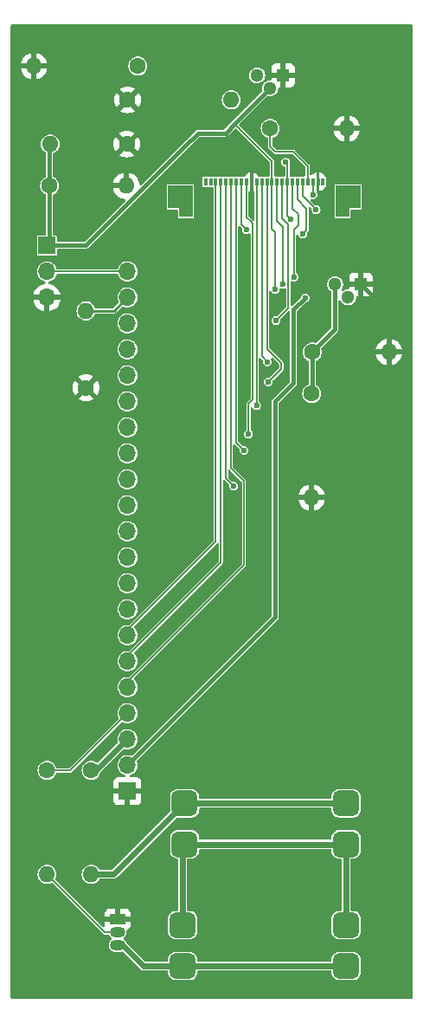
<source format=gtl>
G04 #@! TF.GenerationSoftware,KiCad,Pcbnew,(6.0.11)*
G04 #@! TF.CreationDate,2023-02-24T11:41:57+01:00*
G04 #@! TF.ProjectId,vogelhuisje_camera_board,766f6765-6c68-4756-9973-6a655f63616d,rev?*
G04 #@! TF.SameCoordinates,Original*
G04 #@! TF.FileFunction,Copper,L1,Top*
G04 #@! TF.FilePolarity,Positive*
%FSLAX46Y46*%
G04 Gerber Fmt 4.6, Leading zero omitted, Abs format (unit mm)*
G04 Created by KiCad (PCBNEW (6.0.11)) date 2023-02-24 11:41:57*
%MOMM*%
%LPD*%
G01*
G04 APERTURE LIST*
G04 Aperture macros list*
%AMRoundRect*
0 Rectangle with rounded corners*
0 $1 Rounding radius*
0 $2 $3 $4 $5 $6 $7 $8 $9 X,Y pos of 4 corners*
0 Add a 4 corners polygon primitive as box body*
4,1,4,$2,$3,$4,$5,$6,$7,$8,$9,$2,$3,0*
0 Add four circle primitives for the rounded corners*
1,1,$1+$1,$2,$3*
1,1,$1+$1,$4,$5*
1,1,$1+$1,$6,$7*
1,1,$1+$1,$8,$9*
0 Add four rect primitives between the rounded corners*
20,1,$1+$1,$2,$3,$4,$5,0*
20,1,$1+$1,$4,$5,$6,$7,0*
20,1,$1+$1,$6,$7,$8,$9,0*
20,1,$1+$1,$8,$9,$2,$3,0*%
%AMFreePoly0*
4,1,7,1.400000,-2.050000,0.100000,-2.050000,0.100000,-1.200000,-1.000000,-1.200000,-1.000000,1.000000,1.400000,1.000000,1.400000,-2.050000,1.400000,-2.050000,$1*%
%AMFreePoly1*
4,1,7,1.000000,-1.200000,-0.100000,-1.200000,-0.100000,-2.050000,-1.400000,-2.050000,-1.400000,1.000000,1.000000,1.000000,1.000000,-1.200000,1.000000,-1.200000,$1*%
G04 Aperture macros list end*
G04 #@! TA.AperFunction,SMDPad,CuDef*
%ADD10R,0.300000X0.800000*%
G04 #@! TD*
G04 #@! TA.AperFunction,SMDPad,CuDef*
%ADD11FreePoly0,0.000000*%
G04 #@! TD*
G04 #@! TA.AperFunction,SMDPad,CuDef*
%ADD12FreePoly1,0.000000*%
G04 #@! TD*
G04 #@! TA.AperFunction,SMDPad,CuDef*
%ADD13RoundRect,0.625000X0.675000X0.625000X-0.675000X0.625000X-0.675000X-0.625000X0.675000X-0.625000X0*%
G04 #@! TD*
G04 #@! TA.AperFunction,ComponentPad*
%ADD14C,1.600000*%
G04 #@! TD*
G04 #@! TA.AperFunction,ComponentPad*
%ADD15O,1.600000X1.600000*%
G04 #@! TD*
G04 #@! TA.AperFunction,ComponentPad*
%ADD16R,1.500000X1.050000*%
G04 #@! TD*
G04 #@! TA.AperFunction,ComponentPad*
%ADD17O,1.500000X1.050000*%
G04 #@! TD*
G04 #@! TA.AperFunction,ComponentPad*
%ADD18R,1.700000X1.700000*%
G04 #@! TD*
G04 #@! TA.AperFunction,ComponentPad*
%ADD19O,1.700000X1.700000*%
G04 #@! TD*
G04 #@! TA.AperFunction,ComponentPad*
%ADD20R,1.300000X1.300000*%
G04 #@! TD*
G04 #@! TA.AperFunction,ComponentPad*
%ADD21C,1.300000*%
G04 #@! TD*
G04 #@! TA.AperFunction,ViaPad*
%ADD22C,0.600000*%
G04 #@! TD*
G04 #@! TA.AperFunction,Conductor*
%ADD23C,0.400000*%
G04 #@! TD*
G04 #@! TA.AperFunction,Conductor*
%ADD24C,0.150000*%
G04 #@! TD*
G04 #@! TA.AperFunction,Conductor*
%ADD25C,0.200000*%
G04 #@! TD*
G04 #@! TA.AperFunction,Conductor*
%ADD26C,0.254000*%
G04 #@! TD*
G04 #@! TA.AperFunction,Conductor*
%ADD27C,0.127000*%
G04 #@! TD*
G04 #@! TA.AperFunction,Conductor*
%ADD28C,0.600000*%
G04 #@! TD*
G04 APERTURE END LIST*
D10*
X109250000Y-71250000D03*
X109750000Y-71250000D03*
X110250000Y-71250000D03*
X110750000Y-71250000D03*
X111250000Y-71250000D03*
X111750000Y-71250000D03*
X112250000Y-71250000D03*
X112750000Y-71250000D03*
X113250000Y-71250000D03*
X113750000Y-71250000D03*
X114250000Y-71250000D03*
X114750000Y-71250000D03*
X115250000Y-71250000D03*
X115750000Y-71250000D03*
X116250000Y-71250000D03*
X116750000Y-71250000D03*
X117250000Y-71250000D03*
X117750000Y-71250000D03*
X118250000Y-71250000D03*
X118750000Y-71250000D03*
X119250000Y-71250000D03*
X119750000Y-71250000D03*
X120250000Y-71250000D03*
X120750000Y-71250000D03*
D11*
X106600000Y-72650000D03*
D12*
X123400000Y-72650000D03*
D13*
X123000000Y-147900000D03*
X123000000Y-143900000D03*
D14*
X102616000Y-59944000D03*
D15*
X92456000Y-59944000D03*
D16*
X100642000Y-143326000D03*
D17*
X100642000Y-144596000D03*
X100642000Y-145866000D03*
D13*
X107200000Y-136000000D03*
X107200000Y-132000000D03*
D14*
X119694000Y-87884000D03*
D15*
X127194000Y-87884000D03*
D14*
X119634000Y-91948000D03*
D15*
X119634000Y-102108000D03*
D18*
X101600000Y-130810000D03*
D19*
X101600000Y-128270000D03*
X101600000Y-125730000D03*
X101600000Y-123190000D03*
X101600000Y-120650000D03*
X101600000Y-118110000D03*
X101600000Y-115570000D03*
X101600000Y-113030000D03*
X101600000Y-110490000D03*
X101600000Y-107950000D03*
X101600000Y-105410000D03*
X101600000Y-102870000D03*
X101600000Y-100330000D03*
X101600000Y-97790000D03*
X101600000Y-95250000D03*
X101600000Y-92710000D03*
X101600000Y-90170000D03*
X101600000Y-87630000D03*
X101600000Y-85090000D03*
X101600000Y-82550000D03*
X101600000Y-80010000D03*
D20*
X116840000Y-60854000D03*
D21*
X115570000Y-62124000D03*
X114300000Y-60854000D03*
D14*
X101540000Y-67564000D03*
D15*
X94040000Y-67564000D03*
D13*
X123000000Y-136000000D03*
X123000000Y-132000000D03*
D14*
X93980000Y-71628000D03*
D15*
X101480000Y-71628000D03*
D14*
X93726000Y-128778000D03*
D15*
X93726000Y-138938000D03*
D14*
X101600000Y-63246000D03*
D15*
X111760000Y-63246000D03*
D13*
X107000000Y-147900000D03*
X107000000Y-143900000D03*
D14*
X97536000Y-91380000D03*
D15*
X97536000Y-83880000D03*
D14*
X98044000Y-128778000D03*
D15*
X98044000Y-138938000D03*
D18*
X93726000Y-77485000D03*
D19*
X93726000Y-80025000D03*
X93726000Y-82565000D03*
D14*
X115570000Y-66040000D03*
D15*
X123070000Y-66040000D03*
D20*
X124460000Y-81280000D03*
D21*
X123190000Y-82550000D03*
X121920000Y-81280000D03*
D22*
X119000000Y-82600000D03*
X116078000Y-81788000D03*
X113250000Y-75940000D03*
X116840000Y-81240000D03*
X112000000Y-101000000D03*
X113000000Y-97500000D03*
X113450000Y-95920000D03*
X114240000Y-93130000D03*
X115390000Y-90810000D03*
X115290000Y-88850000D03*
X116130000Y-84810000D03*
X117920000Y-80550000D03*
X118770000Y-76350000D03*
X120070000Y-73990000D03*
X119790000Y-72510000D03*
X117550000Y-74880000D03*
X117094000Y-69342000D03*
D23*
X127194000Y-87884000D02*
X127194000Y-84014000D01*
X127194000Y-84014000D02*
X124460000Y-81280000D01*
X101600000Y-128270000D02*
X116078000Y-113792000D01*
X93980000Y-71628000D02*
X93980000Y-67624000D01*
X117856000Y-90932000D02*
X117856000Y-83744000D01*
X97536000Y-77470000D02*
X107188000Y-67818000D01*
X111194000Y-66500000D02*
X112147000Y-65547000D01*
X107188000Y-67818000D02*
X107188000Y-67812000D01*
D24*
X116078000Y-81788000D02*
X116078000Y-76200000D01*
X112147000Y-65665000D02*
X112147000Y-65547000D01*
D23*
X93980000Y-71628000D02*
X93980000Y-77470000D01*
X117856000Y-83744000D02*
X119000000Y-82600000D01*
X93980000Y-77470000D02*
X97536000Y-77470000D01*
D24*
X116078000Y-76200000D02*
X115750000Y-75872000D01*
X115750000Y-69268000D02*
X112147000Y-65665000D01*
D23*
X116078000Y-92710000D02*
X117856000Y-90932000D01*
X107188000Y-67812000D02*
X108500000Y-66500000D01*
X93980000Y-67624000D02*
X94040000Y-67564000D01*
D25*
X101500000Y-127850000D02*
X101890000Y-127850000D01*
D23*
X108500000Y-66500000D02*
X111194000Y-66500000D01*
X112147000Y-65547000D02*
X115570000Y-62124000D01*
D24*
X115750000Y-75872000D02*
X115750000Y-69268000D01*
D23*
X116078000Y-113792000D02*
X116078000Y-92710000D01*
D26*
X100270000Y-83880000D02*
X101600000Y-82550000D01*
D27*
X112750000Y-75440000D02*
X113250000Y-75940000D01*
D26*
X97536000Y-83880000D02*
X100270000Y-83880000D01*
D27*
X112750000Y-71050000D02*
X112750000Y-75440000D01*
D24*
X115570000Y-67818000D02*
X115570000Y-66040000D01*
X119250000Y-71050000D02*
X119250000Y-69720000D01*
X117856000Y-68326000D02*
X116078000Y-68326000D01*
X116078000Y-68326000D02*
X115570000Y-67818000D01*
X119250000Y-69720000D02*
X117856000Y-68326000D01*
X116840000Y-75692000D02*
X116250000Y-75102000D01*
D23*
X121539000Y-86039000D02*
X121920000Y-85658000D01*
X121539000Y-86039000D02*
X119694000Y-87884000D01*
D24*
X116840000Y-81240000D02*
X116840000Y-75692000D01*
D23*
X119694000Y-87884000D02*
X119694000Y-91888000D01*
D24*
X116250000Y-75102000D02*
X116250000Y-71050000D01*
D23*
X121920000Y-85658000D02*
X121920000Y-81280000D01*
D28*
X98552000Y-128778000D02*
X101600000Y-125730000D01*
X98044000Y-128778000D02*
X98552000Y-128778000D01*
D25*
X96012000Y-128778000D02*
X101600000Y-123190000D01*
X93726000Y-128778000D02*
X96012000Y-128778000D01*
D27*
X111750000Y-99250000D02*
X113000000Y-100500000D01*
X113000000Y-108730000D02*
X101500000Y-120230000D01*
X111750000Y-71050000D02*
X111750000Y-99250000D01*
X113000000Y-100500000D02*
X113000000Y-108730000D01*
X110750000Y-71050000D02*
X110750000Y-108440000D01*
X110750000Y-108440000D02*
X101500000Y-117690000D01*
X110250000Y-71050000D02*
X110250000Y-106400000D01*
X110250000Y-106400000D02*
X101500000Y-115150000D01*
X111250000Y-71050000D02*
X111250000Y-100250000D01*
X111250000Y-100250000D02*
X112000000Y-101000000D01*
X112250000Y-71050000D02*
X112250000Y-96750000D01*
X112250000Y-96750000D02*
X113000000Y-97500000D01*
X113850000Y-92560000D02*
X113610000Y-92800000D01*
X113850000Y-75310000D02*
X113850000Y-78430000D01*
X113610000Y-92800000D02*
X113450000Y-92960000D01*
X113850000Y-78430000D02*
X113850000Y-91710000D01*
X113650000Y-75110000D02*
X113850000Y-75310000D01*
X113850000Y-91710000D02*
X113850000Y-92560000D01*
X113250000Y-74710000D02*
X113650000Y-75110000D01*
X113250000Y-71050000D02*
X113250000Y-74710000D01*
X113450000Y-92960000D02*
X113450000Y-95920000D01*
X114240000Y-93100000D02*
X114240000Y-93130000D01*
X114250000Y-93090000D02*
X114240000Y-93100000D01*
X114250000Y-71050000D02*
X114250000Y-93090000D01*
D24*
X116660000Y-89000000D02*
X116660000Y-89540000D01*
X115250000Y-71050000D02*
X115250000Y-87590000D01*
X115250000Y-87590000D02*
X116660000Y-89000000D01*
X116660000Y-89540000D02*
X115390000Y-90810000D01*
X114750000Y-71050000D02*
X114750000Y-88310000D01*
X114750000Y-88310000D02*
X115290000Y-88850000D01*
X117348000Y-83592000D02*
X117348000Y-75438000D01*
X116130000Y-84810000D02*
X117348000Y-83592000D01*
X116750000Y-74840000D02*
X116750000Y-71050000D01*
X117348000Y-75438000D02*
X116750000Y-74840000D01*
X117750000Y-71050000D02*
X117750000Y-73890000D01*
X118250000Y-75580000D02*
X117920000Y-75910000D01*
X117920000Y-75910000D02*
X117920000Y-80550000D01*
X118300000Y-75530000D02*
X118250000Y-75580000D01*
X118300000Y-74440000D02*
X118300000Y-75530000D01*
X117750000Y-73890000D02*
X118300000Y-74440000D01*
X119120000Y-76000000D02*
X118770000Y-76350000D01*
X118250000Y-72990000D02*
X119120000Y-73860000D01*
X118250000Y-71050000D02*
X118250000Y-72990000D01*
X119120000Y-73860000D02*
X119120000Y-76000000D01*
X118750000Y-72640000D02*
X119600000Y-73490000D01*
X120070000Y-73960000D02*
X120070000Y-73990000D01*
X118750000Y-71050000D02*
X118750000Y-72640000D01*
X119600000Y-73490000D02*
X120070000Y-73960000D01*
D25*
X119750000Y-71050000D02*
X119750000Y-72470000D01*
X119750000Y-72470000D02*
X119790000Y-72510000D01*
D24*
X117250000Y-71050000D02*
X117250000Y-74580000D01*
X117250000Y-71050000D02*
X117250000Y-69498000D01*
X117250000Y-69498000D02*
X117094000Y-69342000D01*
X117250000Y-74580000D02*
X117550000Y-74880000D01*
D28*
X101162000Y-145866000D02*
X100642000Y-145866000D01*
X107000000Y-147900000D02*
X109100000Y-147900000D01*
X107000000Y-147900000D02*
X103196000Y-147900000D01*
X109100000Y-147900000D02*
X123000000Y-147900000D01*
X103196000Y-147900000D02*
X101162000Y-145866000D01*
D25*
X99384000Y-144596000D02*
X100642000Y-144596000D01*
X93726000Y-138938000D02*
X99384000Y-144596000D01*
D28*
X107200000Y-132000000D02*
X100262000Y-138938000D01*
X123000000Y-132000000D02*
X107200000Y-132000000D01*
X98044000Y-138938000D02*
X100262000Y-138938000D01*
X123000000Y-143900000D02*
X123000000Y-136000000D01*
X107000000Y-136200000D02*
X107200000Y-136000000D01*
X107200000Y-136000000D02*
X123000000Y-136000000D01*
X107000000Y-143900000D02*
X107000000Y-136200000D01*
D27*
X101585000Y-80025000D02*
X101600000Y-80010000D01*
X93726000Y-80025000D02*
X101585000Y-80025000D01*
G04 #@! TA.AperFunction,Conductor*
G36*
X129471621Y-55910502D02*
G01*
X129518114Y-55964158D01*
X129529500Y-56016500D01*
X129529500Y-150993500D01*
X129509498Y-151061621D01*
X129455842Y-151108114D01*
X129403500Y-151119500D01*
X90306500Y-151119500D01*
X90238379Y-151099498D01*
X90191886Y-151045842D01*
X90180500Y-150993500D01*
X90180500Y-138938000D01*
X92793391Y-138938000D01*
X92813771Y-139131900D01*
X92815811Y-139138178D01*
X92815811Y-139138179D01*
X92838598Y-139208311D01*
X92874019Y-139317326D01*
X92971503Y-139486174D01*
X93101963Y-139631064D01*
X93259695Y-139745663D01*
X93265723Y-139748347D01*
X93265725Y-139748348D01*
X93304036Y-139765405D01*
X93437808Y-139824964D01*
X93533162Y-139845232D01*
X93622059Y-139864128D01*
X93622063Y-139864128D01*
X93628516Y-139865500D01*
X93823484Y-139865500D01*
X93829937Y-139864128D01*
X93829941Y-139864128D01*
X93918838Y-139845232D01*
X94014192Y-139824964D01*
X94126775Y-139774839D01*
X94197141Y-139765405D01*
X94261438Y-139795511D01*
X94267118Y-139800851D01*
X99216587Y-144750321D01*
X99221128Y-144755105D01*
X99247292Y-144784163D01*
X99259390Y-144789549D01*
X99259391Y-144789550D01*
X99266049Y-144792514D01*
X99283427Y-144801949D01*
X99289544Y-144805922D01*
X99289546Y-144805923D01*
X99300650Y-144813134D01*
X99313729Y-144815205D01*
X99318526Y-144817047D01*
X99323546Y-144818114D01*
X99335643Y-144823500D01*
X99356182Y-144823500D01*
X99375891Y-144825051D01*
X99396172Y-144828263D01*
X99408961Y-144824836D01*
X99422189Y-144824143D01*
X99422213Y-144824596D01*
X99430537Y-144823500D01*
X99719303Y-144823500D01*
X99787424Y-144843502D01*
X99825688Y-144881986D01*
X99910244Y-145015225D01*
X100030422Y-145128079D01*
X100037114Y-145131758D01*
X100080388Y-145187881D01*
X100086462Y-145258617D01*
X100053328Y-145321408D01*
X100037033Y-145335527D01*
X99966783Y-145386568D01*
X99861697Y-145513594D01*
X99791503Y-145662764D01*
X99760612Y-145824704D01*
X99770963Y-145989238D01*
X99821908Y-146146029D01*
X99910244Y-146285225D01*
X100030422Y-146398079D01*
X100174890Y-146477501D01*
X100334570Y-146518500D01*
X100908052Y-146518500D01*
X100978374Y-146509616D01*
X101022693Y-146504018D01*
X101022694Y-146504018D01*
X101030560Y-146503024D01*
X101071012Y-146487008D01*
X101141712Y-146480530D01*
X101206489Y-146515066D01*
X102870478Y-148179054D01*
X102880333Y-148190143D01*
X102900050Y-148215154D01*
X102907797Y-148220509D01*
X102907799Y-148220510D01*
X102945778Y-148246758D01*
X102948957Y-148249029D01*
X102993700Y-148282077D01*
X103000166Y-148284348D01*
X103005802Y-148288243D01*
X103014779Y-148291082D01*
X103014781Y-148291083D01*
X103058793Y-148305002D01*
X103062543Y-148306253D01*
X103114989Y-148324671D01*
X103121837Y-148324940D01*
X103128369Y-148327006D01*
X103134645Y-148327500D01*
X103184512Y-148327500D01*
X103189459Y-148327597D01*
X103243441Y-148329718D01*
X103250261Y-148327910D01*
X103257703Y-148327500D01*
X105446500Y-148327500D01*
X105514621Y-148347502D01*
X105561114Y-148401158D01*
X105572500Y-148453500D01*
X105572500Y-148575002D01*
X105583388Y-148679931D01*
X105638920Y-148846383D01*
X105731256Y-148995596D01*
X105855441Y-149119565D01*
X106004815Y-149211640D01*
X106171364Y-149266882D01*
X106178200Y-149267582D01*
X106178203Y-149267583D01*
X106229992Y-149272889D01*
X106274998Y-149277500D01*
X107725002Y-149277500D01*
X107728248Y-149277163D01*
X107728251Y-149277163D01*
X107823072Y-149267324D01*
X107823074Y-149267323D01*
X107829931Y-149266612D01*
X107996383Y-149211080D01*
X108145596Y-149118744D01*
X108269565Y-148994559D01*
X108361640Y-148845185D01*
X108416882Y-148678636D01*
X108427500Y-148575002D01*
X108427500Y-148453500D01*
X108447502Y-148385379D01*
X108501158Y-148338886D01*
X108553500Y-148327500D01*
X121446500Y-148327500D01*
X121514621Y-148347502D01*
X121561114Y-148401158D01*
X121572500Y-148453500D01*
X121572500Y-148575002D01*
X121583388Y-148679931D01*
X121638920Y-148846383D01*
X121731256Y-148995596D01*
X121855441Y-149119565D01*
X122004815Y-149211640D01*
X122171364Y-149266882D01*
X122178200Y-149267582D01*
X122178203Y-149267583D01*
X122229992Y-149272889D01*
X122274998Y-149277500D01*
X123725002Y-149277500D01*
X123728248Y-149277163D01*
X123728251Y-149277163D01*
X123823072Y-149267324D01*
X123823074Y-149267323D01*
X123829931Y-149266612D01*
X123996383Y-149211080D01*
X124145596Y-149118744D01*
X124269565Y-148994559D01*
X124361640Y-148845185D01*
X124416882Y-148678636D01*
X124427500Y-148575002D01*
X124427500Y-147224998D01*
X124416612Y-147120069D01*
X124361080Y-146953617D01*
X124268744Y-146804404D01*
X124144559Y-146680435D01*
X123995185Y-146588360D01*
X123828636Y-146533118D01*
X123821800Y-146532418D01*
X123821797Y-146532417D01*
X123770008Y-146527111D01*
X123725002Y-146522500D01*
X122274998Y-146522500D01*
X122271752Y-146522837D01*
X122271749Y-146522837D01*
X122176928Y-146532676D01*
X122176926Y-146532677D01*
X122170069Y-146533388D01*
X122003617Y-146588920D01*
X121854404Y-146681256D01*
X121730435Y-146805441D01*
X121638360Y-146954815D01*
X121583118Y-147121364D01*
X121572500Y-147224998D01*
X121572500Y-147346500D01*
X121552498Y-147414621D01*
X121498842Y-147461114D01*
X121446500Y-147472500D01*
X108553500Y-147472500D01*
X108485379Y-147452498D01*
X108438886Y-147398842D01*
X108427500Y-147346500D01*
X108427500Y-147224998D01*
X108416612Y-147120069D01*
X108361080Y-146953617D01*
X108268744Y-146804404D01*
X108144559Y-146680435D01*
X107995185Y-146588360D01*
X107828636Y-146533118D01*
X107821800Y-146532418D01*
X107821797Y-146532417D01*
X107770008Y-146527111D01*
X107725002Y-146522500D01*
X106274998Y-146522500D01*
X106271752Y-146522837D01*
X106271749Y-146522837D01*
X106176928Y-146532676D01*
X106176926Y-146532677D01*
X106170069Y-146533388D01*
X106003617Y-146588920D01*
X105854404Y-146681256D01*
X105730435Y-146805441D01*
X105638360Y-146954815D01*
X105583118Y-147121364D01*
X105572500Y-147224998D01*
X105572500Y-147346500D01*
X105552498Y-147414621D01*
X105498842Y-147461114D01*
X105446500Y-147472500D01*
X103425266Y-147472500D01*
X103357145Y-147452498D01*
X103336171Y-147435595D01*
X101487523Y-145586947D01*
X101477668Y-145575858D01*
X101463781Y-145558243D01*
X101457950Y-145550846D01*
X101446664Y-145543046D01*
X101411918Y-145506910D01*
X101373756Y-145446775D01*
X101253578Y-145333921D01*
X101246886Y-145330242D01*
X101203612Y-145274119D01*
X101197538Y-145203383D01*
X101230672Y-145140592D01*
X101246966Y-145126473D01*
X101310807Y-145080089D01*
X101317217Y-145075432D01*
X101422303Y-144948406D01*
X101492497Y-144799236D01*
X101523388Y-144637296D01*
X101519469Y-144575002D01*
X105572500Y-144575002D01*
X105583388Y-144679931D01*
X105638920Y-144846383D01*
X105731256Y-144995596D01*
X105855441Y-145119565D01*
X105861671Y-145123405D01*
X105861672Y-145123406D01*
X105991420Y-145203383D01*
X106004815Y-145211640D01*
X106171364Y-145266882D01*
X106178200Y-145267582D01*
X106178203Y-145267583D01*
X106229992Y-145272889D01*
X106274998Y-145277500D01*
X107725002Y-145277500D01*
X107728248Y-145277163D01*
X107728251Y-145277163D01*
X107823072Y-145267324D01*
X107823074Y-145267323D01*
X107829931Y-145266612D01*
X107996383Y-145211080D01*
X108145596Y-145118744D01*
X108269565Y-144994559D01*
X108361640Y-144845185D01*
X108416882Y-144678636D01*
X108427500Y-144575002D01*
X108427500Y-143224998D01*
X108416612Y-143120069D01*
X108361080Y-142953617D01*
X108268744Y-142804404D01*
X108144559Y-142680435D01*
X107995185Y-142588360D01*
X107828636Y-142533118D01*
X107821800Y-142532418D01*
X107821797Y-142532417D01*
X107770008Y-142527111D01*
X107725002Y-142522500D01*
X107553500Y-142522500D01*
X107485379Y-142502498D01*
X107438886Y-142448842D01*
X107427500Y-142396500D01*
X107427500Y-137503500D01*
X107447502Y-137435379D01*
X107501158Y-137388886D01*
X107553500Y-137377500D01*
X107925002Y-137377500D01*
X107928248Y-137377163D01*
X107928251Y-137377163D01*
X108023072Y-137367324D01*
X108023074Y-137367323D01*
X108029931Y-137366612D01*
X108196383Y-137311080D01*
X108345596Y-137218744D01*
X108469565Y-137094559D01*
X108561640Y-136945185D01*
X108616882Y-136778636D01*
X108627500Y-136675002D01*
X108627500Y-136553500D01*
X108647502Y-136485379D01*
X108701158Y-136438886D01*
X108753500Y-136427500D01*
X121446500Y-136427500D01*
X121514621Y-136447502D01*
X121561114Y-136501158D01*
X121572500Y-136553500D01*
X121572500Y-136675002D01*
X121583388Y-136779931D01*
X121638920Y-136946383D01*
X121731256Y-137095596D01*
X121855441Y-137219565D01*
X122004815Y-137311640D01*
X122171364Y-137366882D01*
X122178200Y-137367582D01*
X122178203Y-137367583D01*
X122229992Y-137372889D01*
X122274998Y-137377500D01*
X122446500Y-137377500D01*
X122514621Y-137397502D01*
X122561114Y-137451158D01*
X122572500Y-137503500D01*
X122572500Y-142396500D01*
X122552498Y-142464621D01*
X122498842Y-142511114D01*
X122446500Y-142522500D01*
X122274998Y-142522500D01*
X122271752Y-142522837D01*
X122271749Y-142522837D01*
X122176928Y-142532676D01*
X122176926Y-142532677D01*
X122170069Y-142533388D01*
X122003617Y-142588920D01*
X121854404Y-142681256D01*
X121730435Y-142805441D01*
X121638360Y-142954815D01*
X121583118Y-143121364D01*
X121572500Y-143224998D01*
X121572500Y-144575002D01*
X121583388Y-144679931D01*
X121638920Y-144846383D01*
X121731256Y-144995596D01*
X121855441Y-145119565D01*
X121861671Y-145123405D01*
X121861672Y-145123406D01*
X121991420Y-145203383D01*
X122004815Y-145211640D01*
X122171364Y-145266882D01*
X122178200Y-145267582D01*
X122178203Y-145267583D01*
X122229992Y-145272889D01*
X122274998Y-145277500D01*
X123725002Y-145277500D01*
X123728248Y-145277163D01*
X123728251Y-145277163D01*
X123823072Y-145267324D01*
X123823074Y-145267323D01*
X123829931Y-145266612D01*
X123996383Y-145211080D01*
X124145596Y-145118744D01*
X124269565Y-144994559D01*
X124361640Y-144845185D01*
X124416882Y-144678636D01*
X124427500Y-144575002D01*
X124427500Y-143224998D01*
X124416612Y-143120069D01*
X124361080Y-142953617D01*
X124268744Y-142804404D01*
X124144559Y-142680435D01*
X123995185Y-142588360D01*
X123828636Y-142533118D01*
X123821800Y-142532418D01*
X123821797Y-142532417D01*
X123770008Y-142527111D01*
X123725002Y-142522500D01*
X123553500Y-142522500D01*
X123485379Y-142502498D01*
X123438886Y-142448842D01*
X123427500Y-142396500D01*
X123427500Y-137503500D01*
X123447502Y-137435379D01*
X123501158Y-137388886D01*
X123553500Y-137377500D01*
X123725002Y-137377500D01*
X123728248Y-137377163D01*
X123728251Y-137377163D01*
X123823072Y-137367324D01*
X123823074Y-137367323D01*
X123829931Y-137366612D01*
X123996383Y-137311080D01*
X124145596Y-137218744D01*
X124269565Y-137094559D01*
X124361640Y-136945185D01*
X124416882Y-136778636D01*
X124427500Y-136675002D01*
X124427500Y-135324998D01*
X124416612Y-135220069D01*
X124361080Y-135053617D01*
X124268744Y-134904404D01*
X124144559Y-134780435D01*
X123995185Y-134688360D01*
X123828636Y-134633118D01*
X123821800Y-134632418D01*
X123821797Y-134632417D01*
X123770008Y-134627111D01*
X123725002Y-134622500D01*
X122274998Y-134622500D01*
X122271752Y-134622837D01*
X122271749Y-134622837D01*
X122176928Y-134632676D01*
X122176926Y-134632677D01*
X122170069Y-134633388D01*
X122003617Y-134688920D01*
X121854404Y-134781256D01*
X121730435Y-134905441D01*
X121638360Y-135054815D01*
X121583118Y-135221364D01*
X121572500Y-135324998D01*
X121572500Y-135446500D01*
X121552498Y-135514621D01*
X121498842Y-135561114D01*
X121446500Y-135572500D01*
X108753500Y-135572500D01*
X108685379Y-135552498D01*
X108638886Y-135498842D01*
X108627500Y-135446500D01*
X108627500Y-135324998D01*
X108616612Y-135220069D01*
X108561080Y-135053617D01*
X108468744Y-134904404D01*
X108344559Y-134780435D01*
X108195185Y-134688360D01*
X108028636Y-134633118D01*
X108021800Y-134632418D01*
X108021797Y-134632417D01*
X107970008Y-134627111D01*
X107925002Y-134622500D01*
X106474998Y-134622500D01*
X106471752Y-134622837D01*
X106471749Y-134622837D01*
X106376928Y-134632676D01*
X106376926Y-134632677D01*
X106370069Y-134633388D01*
X106203617Y-134688920D01*
X106054404Y-134781256D01*
X105930435Y-134905441D01*
X105838360Y-135054815D01*
X105783118Y-135221364D01*
X105772500Y-135324998D01*
X105772500Y-136675002D01*
X105783388Y-136779931D01*
X105838920Y-136946383D01*
X105931256Y-137095596D01*
X106055441Y-137219565D01*
X106204815Y-137311640D01*
X106371364Y-137366882D01*
X106378200Y-137367582D01*
X106378203Y-137367583D01*
X106459342Y-137375896D01*
X106525070Y-137402737D01*
X106565852Y-137460852D01*
X106572500Y-137501240D01*
X106572500Y-142396500D01*
X106552498Y-142464621D01*
X106498842Y-142511114D01*
X106446500Y-142522500D01*
X106274998Y-142522500D01*
X106271752Y-142522837D01*
X106271749Y-142522837D01*
X106176928Y-142532676D01*
X106176926Y-142532677D01*
X106170069Y-142533388D01*
X106003617Y-142588920D01*
X105854404Y-142681256D01*
X105730435Y-142805441D01*
X105638360Y-142954815D01*
X105583118Y-143121364D01*
X105572500Y-143224998D01*
X105572500Y-144575002D01*
X101519469Y-144575002D01*
X101513037Y-144472762D01*
X101510588Y-144465225D01*
X101509815Y-144461173D01*
X101516698Y-144390511D01*
X101560692Y-144334788D01*
X101589354Y-144319582D01*
X101630052Y-144304325D01*
X101645649Y-144295786D01*
X101747724Y-144219285D01*
X101760285Y-144206724D01*
X101836786Y-144104649D01*
X101845324Y-144089054D01*
X101890478Y-143968606D01*
X101894105Y-143953351D01*
X101899631Y-143902486D01*
X101900000Y-143895672D01*
X101900000Y-143598115D01*
X101895525Y-143582876D01*
X101894135Y-143581671D01*
X101886452Y-143580000D01*
X99402116Y-143580000D01*
X99386877Y-143584475D01*
X99385672Y-143585865D01*
X99384001Y-143593548D01*
X99384001Y-143895669D01*
X99384371Y-143902490D01*
X99390748Y-143961207D01*
X99388288Y-143961474D01*
X99385225Y-144020170D01*
X99343781Y-144077815D01*
X99277752Y-144103902D01*
X99208100Y-144090151D01*
X99177248Y-144067515D01*
X98163618Y-143053885D01*
X99384000Y-143053885D01*
X99388475Y-143069124D01*
X99389865Y-143070329D01*
X99397548Y-143072000D01*
X100369885Y-143072000D01*
X100385124Y-143067525D01*
X100386329Y-143066135D01*
X100388000Y-143058452D01*
X100388000Y-143053885D01*
X100896000Y-143053885D01*
X100900475Y-143069124D01*
X100901865Y-143070329D01*
X100909548Y-143072000D01*
X101881884Y-143072000D01*
X101897123Y-143067525D01*
X101898328Y-143066135D01*
X101899999Y-143058452D01*
X101899999Y-142756331D01*
X101899629Y-142749510D01*
X101894105Y-142698648D01*
X101890479Y-142683396D01*
X101845324Y-142562946D01*
X101836786Y-142547351D01*
X101760285Y-142445276D01*
X101747724Y-142432715D01*
X101645649Y-142356214D01*
X101630054Y-142347676D01*
X101509606Y-142302522D01*
X101494351Y-142298895D01*
X101443486Y-142293369D01*
X101436672Y-142293000D01*
X100914115Y-142293000D01*
X100898876Y-142297475D01*
X100897671Y-142298865D01*
X100896000Y-142306548D01*
X100896000Y-143053885D01*
X100388000Y-143053885D01*
X100388000Y-142311116D01*
X100383525Y-142295877D01*
X100382135Y-142294672D01*
X100374452Y-142293001D01*
X99847331Y-142293001D01*
X99840510Y-142293371D01*
X99789648Y-142298895D01*
X99774396Y-142302521D01*
X99653946Y-142347676D01*
X99638351Y-142356214D01*
X99536276Y-142432715D01*
X99523715Y-142445276D01*
X99447214Y-142547351D01*
X99438676Y-142562946D01*
X99393522Y-142683394D01*
X99389895Y-142698649D01*
X99384369Y-142749514D01*
X99384000Y-142756328D01*
X99384000Y-143053885D01*
X98163618Y-143053885D01*
X94591105Y-139481371D01*
X94557079Y-139419059D01*
X94562144Y-139348244D01*
X94571076Y-139329285D01*
X94577981Y-139317326D01*
X94613402Y-139208311D01*
X94636189Y-139138179D01*
X94636189Y-139138178D01*
X94638229Y-139131900D01*
X94658609Y-138938000D01*
X97111391Y-138938000D01*
X97131771Y-139131900D01*
X97133811Y-139138178D01*
X97133811Y-139138179D01*
X97156598Y-139208311D01*
X97192019Y-139317326D01*
X97289503Y-139486174D01*
X97419963Y-139631064D01*
X97577695Y-139745663D01*
X97583723Y-139748347D01*
X97583725Y-139748348D01*
X97622036Y-139765405D01*
X97755808Y-139824964D01*
X97851162Y-139845232D01*
X97940059Y-139864128D01*
X97940063Y-139864128D01*
X97946516Y-139865500D01*
X98141484Y-139865500D01*
X98147937Y-139864128D01*
X98147941Y-139864128D01*
X98236838Y-139845232D01*
X98332192Y-139824964D01*
X98465964Y-139765405D01*
X98504275Y-139748348D01*
X98504277Y-139748347D01*
X98510305Y-139745663D01*
X98668037Y-139631064D01*
X98798497Y-139486174D01*
X98831795Y-139428500D01*
X98883177Y-139379507D01*
X98940914Y-139365500D01*
X100229146Y-139365500D01*
X100243955Y-139366373D01*
X100275579Y-139370116D01*
X100284843Y-139368424D01*
X100284844Y-139368424D01*
X100330261Y-139360129D01*
X100334167Y-139359479D01*
X100348282Y-139357357D01*
X100389122Y-139351217D01*
X100395299Y-139348251D01*
X100402039Y-139347020D01*
X100451360Y-139321399D01*
X100454900Y-139319631D01*
X100496515Y-139299648D01*
X100496516Y-139299647D01*
X100505005Y-139295571D01*
X100510039Y-139290918D01*
X100516116Y-139287761D01*
X100520904Y-139283673D01*
X100556150Y-139248427D01*
X100559716Y-139244997D01*
X100592490Y-139214702D01*
X100592492Y-139214699D01*
X100599403Y-139208311D01*
X100602946Y-139202210D01*
X100607926Y-139196651D01*
X106390172Y-133414405D01*
X106452484Y-133380379D01*
X106479267Y-133377500D01*
X107925002Y-133377500D01*
X107928248Y-133377163D01*
X107928251Y-133377163D01*
X108023072Y-133367324D01*
X108023074Y-133367323D01*
X108029931Y-133366612D01*
X108196383Y-133311080D01*
X108345596Y-133218744D01*
X108469565Y-133094559D01*
X108561640Y-132945185D01*
X108616882Y-132778636D01*
X108619884Y-132749342D01*
X108627172Y-132678201D01*
X108627500Y-132675002D01*
X108627500Y-132553500D01*
X108647502Y-132485379D01*
X108701158Y-132438886D01*
X108753500Y-132427500D01*
X121446500Y-132427500D01*
X121514621Y-132447502D01*
X121561114Y-132501158D01*
X121572500Y-132553500D01*
X121572500Y-132675002D01*
X121583388Y-132779931D01*
X121638920Y-132946383D01*
X121731256Y-133095596D01*
X121855441Y-133219565D01*
X122004815Y-133311640D01*
X122171364Y-133366882D01*
X122178200Y-133367582D01*
X122178203Y-133367583D01*
X122229992Y-133372889D01*
X122274998Y-133377500D01*
X123725002Y-133377500D01*
X123728248Y-133377163D01*
X123728251Y-133377163D01*
X123823072Y-133367324D01*
X123823074Y-133367323D01*
X123829931Y-133366612D01*
X123996383Y-133311080D01*
X124145596Y-133218744D01*
X124269565Y-133094559D01*
X124361640Y-132945185D01*
X124416882Y-132778636D01*
X124419884Y-132749342D01*
X124427172Y-132678201D01*
X124427500Y-132675002D01*
X124427500Y-131324998D01*
X124416612Y-131220069D01*
X124361080Y-131053617D01*
X124268744Y-130904404D01*
X124144559Y-130780435D01*
X123995185Y-130688360D01*
X123828636Y-130633118D01*
X123821800Y-130632418D01*
X123821797Y-130632417D01*
X123770008Y-130627111D01*
X123725002Y-130622500D01*
X122274998Y-130622500D01*
X122271752Y-130622837D01*
X122271749Y-130622837D01*
X122176928Y-130632676D01*
X122176926Y-130632677D01*
X122170069Y-130633388D01*
X122003617Y-130688920D01*
X121854404Y-130781256D01*
X121730435Y-130905441D01*
X121638360Y-131054815D01*
X121583118Y-131221364D01*
X121572500Y-131324998D01*
X121572500Y-131446500D01*
X121552498Y-131514621D01*
X121498842Y-131561114D01*
X121446500Y-131572500D01*
X108753500Y-131572500D01*
X108685379Y-131552498D01*
X108638886Y-131498842D01*
X108627500Y-131446500D01*
X108627500Y-131324998D01*
X108616612Y-131220069D01*
X108561080Y-131053617D01*
X108468744Y-130904404D01*
X108344559Y-130780435D01*
X108195185Y-130688360D01*
X108028636Y-130633118D01*
X108021800Y-130632418D01*
X108021797Y-130632417D01*
X107970008Y-130627111D01*
X107925002Y-130622500D01*
X106474998Y-130622500D01*
X106471752Y-130622837D01*
X106471749Y-130622837D01*
X106376928Y-130632676D01*
X106376926Y-130632677D01*
X106370069Y-130633388D01*
X106203617Y-130688920D01*
X106054404Y-130781256D01*
X105930435Y-130905441D01*
X105838360Y-131054815D01*
X105783118Y-131221364D01*
X105772500Y-131324998D01*
X105772500Y-132675002D01*
X105772837Y-132678248D01*
X105772837Y-132678251D01*
X105780214Y-132749342D01*
X105767350Y-132819164D01*
X105743982Y-132851442D01*
X100121829Y-138473595D01*
X100059517Y-138507621D01*
X100032734Y-138510500D01*
X98940914Y-138510500D01*
X98872793Y-138490498D01*
X98831795Y-138447500D01*
X98801800Y-138395547D01*
X98798497Y-138389826D01*
X98668037Y-138244936D01*
X98510305Y-138130337D01*
X98504277Y-138127653D01*
X98504275Y-138127652D01*
X98338223Y-138053721D01*
X98338222Y-138053721D01*
X98332192Y-138051036D01*
X98236838Y-138030768D01*
X98147941Y-138011872D01*
X98147937Y-138011872D01*
X98141484Y-138010500D01*
X97946516Y-138010500D01*
X97940063Y-138011872D01*
X97940059Y-138011872D01*
X97851162Y-138030768D01*
X97755808Y-138051036D01*
X97749779Y-138053720D01*
X97749777Y-138053721D01*
X97583726Y-138127652D01*
X97583724Y-138127653D01*
X97577696Y-138130337D01*
X97419963Y-138244936D01*
X97289503Y-138389826D01*
X97192019Y-138558674D01*
X97131771Y-138744100D01*
X97111391Y-138938000D01*
X94658609Y-138938000D01*
X94638229Y-138744100D01*
X94577981Y-138558674D01*
X94480497Y-138389826D01*
X94350037Y-138244936D01*
X94192305Y-138130337D01*
X94186277Y-138127653D01*
X94186275Y-138127652D01*
X94020223Y-138053721D01*
X94020222Y-138053721D01*
X94014192Y-138051036D01*
X93918838Y-138030768D01*
X93829941Y-138011872D01*
X93829937Y-138011872D01*
X93823484Y-138010500D01*
X93628516Y-138010500D01*
X93622063Y-138011872D01*
X93622059Y-138011872D01*
X93533162Y-138030768D01*
X93437808Y-138051036D01*
X93431779Y-138053720D01*
X93431777Y-138053721D01*
X93265726Y-138127652D01*
X93265724Y-138127653D01*
X93259696Y-138130337D01*
X93101963Y-138244936D01*
X92971503Y-138389826D01*
X92874019Y-138558674D01*
X92813771Y-138744100D01*
X92793391Y-138938000D01*
X90180500Y-138938000D01*
X90180500Y-131704669D01*
X100242001Y-131704669D01*
X100242371Y-131711490D01*
X100247895Y-131762352D01*
X100251521Y-131777604D01*
X100296676Y-131898054D01*
X100305214Y-131913649D01*
X100381715Y-132015724D01*
X100394276Y-132028285D01*
X100496351Y-132104786D01*
X100511946Y-132113324D01*
X100632394Y-132158478D01*
X100647649Y-132162105D01*
X100698514Y-132167631D01*
X100705328Y-132168000D01*
X101327885Y-132168000D01*
X101343124Y-132163525D01*
X101344329Y-132162135D01*
X101346000Y-132154452D01*
X101346000Y-132149884D01*
X101854000Y-132149884D01*
X101858475Y-132165123D01*
X101859865Y-132166328D01*
X101867548Y-132167999D01*
X102494669Y-132167999D01*
X102501490Y-132167629D01*
X102552352Y-132162105D01*
X102567604Y-132158479D01*
X102688054Y-132113324D01*
X102703649Y-132104786D01*
X102805724Y-132028285D01*
X102818285Y-132015724D01*
X102894786Y-131913649D01*
X102903324Y-131898054D01*
X102948478Y-131777606D01*
X102952105Y-131762351D01*
X102957631Y-131711486D01*
X102958000Y-131704672D01*
X102958000Y-131082115D01*
X102953525Y-131066876D01*
X102952135Y-131065671D01*
X102944452Y-131064000D01*
X101872115Y-131064000D01*
X101856876Y-131068475D01*
X101855671Y-131069865D01*
X101854000Y-131077548D01*
X101854000Y-132149884D01*
X101346000Y-132149884D01*
X101346000Y-131082115D01*
X101341525Y-131066876D01*
X101340135Y-131065671D01*
X101332452Y-131064000D01*
X100260116Y-131064000D01*
X100244877Y-131068475D01*
X100243672Y-131069865D01*
X100242001Y-131077548D01*
X100242001Y-131704669D01*
X90180500Y-131704669D01*
X90180500Y-128778000D01*
X92793391Y-128778000D01*
X92794081Y-128784565D01*
X92812527Y-128960060D01*
X92813771Y-128971900D01*
X92874019Y-129157326D01*
X92877322Y-129163048D01*
X92877323Y-129163049D01*
X92901336Y-129204641D01*
X92971503Y-129326174D01*
X92975921Y-129331081D01*
X92975922Y-129331082D01*
X93090106Y-129457895D01*
X93101963Y-129471064D01*
X93259695Y-129585663D01*
X93265723Y-129588347D01*
X93265725Y-129588348D01*
X93301500Y-129604276D01*
X93437808Y-129664964D01*
X93533162Y-129685232D01*
X93622059Y-129704128D01*
X93622063Y-129704128D01*
X93628516Y-129705500D01*
X93823484Y-129705500D01*
X93829937Y-129704128D01*
X93829941Y-129704128D01*
X93918838Y-129685232D01*
X94014192Y-129664964D01*
X94150500Y-129604276D01*
X94186275Y-129588348D01*
X94186277Y-129588347D01*
X94192305Y-129585663D01*
X94350037Y-129471064D01*
X94361895Y-129457895D01*
X94476078Y-129331082D01*
X94476079Y-129331081D01*
X94480497Y-129326174D01*
X94550664Y-129204641D01*
X94574677Y-129163049D01*
X94574678Y-129163048D01*
X94577981Y-129157326D01*
X94599023Y-129092565D01*
X94639096Y-129033959D01*
X94704492Y-129006321D01*
X94718856Y-129005500D01*
X96002764Y-129005500D01*
X96009357Y-129005673D01*
X96035158Y-129007025D01*
X96048384Y-129007718D01*
X96060746Y-129002973D01*
X96060751Y-129002972D01*
X96067561Y-129000358D01*
X96086512Y-128994744D01*
X96106600Y-128990474D01*
X96117314Y-128982690D01*
X96122006Y-128980601D01*
X96126311Y-128977806D01*
X96138673Y-128973060D01*
X96153191Y-128958542D01*
X96168225Y-128945701D01*
X96174130Y-128941411D01*
X96174131Y-128941410D01*
X96184842Y-128933628D01*
X96191463Y-128922161D01*
X96200325Y-128912318D01*
X96200662Y-128912621D01*
X96205776Y-128905957D01*
X96333733Y-128778000D01*
X97111391Y-128778000D01*
X97112081Y-128784565D01*
X97130527Y-128960060D01*
X97131771Y-128971900D01*
X97192019Y-129157326D01*
X97195322Y-129163048D01*
X97195323Y-129163049D01*
X97219336Y-129204641D01*
X97289503Y-129326174D01*
X97293921Y-129331081D01*
X97293922Y-129331082D01*
X97408106Y-129457895D01*
X97419963Y-129471064D01*
X97577695Y-129585663D01*
X97583723Y-129588347D01*
X97583725Y-129588348D01*
X97619500Y-129604276D01*
X97755808Y-129664964D01*
X97851162Y-129685232D01*
X97940059Y-129704128D01*
X97940063Y-129704128D01*
X97946516Y-129705500D01*
X98141484Y-129705500D01*
X98147937Y-129704128D01*
X98147941Y-129704128D01*
X98236838Y-129685232D01*
X98332192Y-129664964D01*
X98468500Y-129604276D01*
X98504275Y-129588348D01*
X98504277Y-129588347D01*
X98510305Y-129585663D01*
X98668037Y-129471064D01*
X98679895Y-129457895D01*
X98794078Y-129331082D01*
X98794079Y-129331081D01*
X98798497Y-129326174D01*
X98868664Y-129204641D01*
X98892677Y-129163049D01*
X98892678Y-129163048D01*
X98895981Y-129157326D01*
X98943779Y-129010219D01*
X98974517Y-128960060D01*
X101225932Y-126708645D01*
X101288244Y-126674619D01*
X101353961Y-126677906D01*
X101389081Y-126689317D01*
X101579430Y-126712015D01*
X101585565Y-126711543D01*
X101585567Y-126711543D01*
X101764420Y-126697781D01*
X101764424Y-126697780D01*
X101770562Y-126697308D01*
X101955199Y-126645756D01*
X102126305Y-126559324D01*
X102277365Y-126441303D01*
X102402624Y-126296189D01*
X102497312Y-126129509D01*
X102557821Y-125947612D01*
X102581847Y-125757425D01*
X102582230Y-125730000D01*
X102563524Y-125539217D01*
X102508117Y-125355701D01*
X102418120Y-125186442D01*
X102296962Y-125037887D01*
X102233081Y-124985040D01*
X102154006Y-124919623D01*
X102154002Y-124919621D01*
X102149256Y-124915694D01*
X101980629Y-124824518D01*
X101889067Y-124796175D01*
X101803392Y-124769654D01*
X101803389Y-124769653D01*
X101797505Y-124767832D01*
X101791380Y-124767188D01*
X101791379Y-124767188D01*
X101612985Y-124748438D01*
X101612984Y-124748438D01*
X101606857Y-124747794D01*
X101526779Y-124755082D01*
X101422087Y-124764609D01*
X101422084Y-124764610D01*
X101415948Y-124765168D01*
X101410042Y-124766906D01*
X101410038Y-124766907D01*
X101274622Y-124806762D01*
X101232050Y-124819292D01*
X101226590Y-124822146D01*
X101226591Y-124822146D01*
X101067627Y-124905250D01*
X101067623Y-124905253D01*
X101062167Y-124908105D01*
X101057367Y-124911965D01*
X101057366Y-124911965D01*
X101052728Y-124915694D01*
X100912770Y-125028223D01*
X100789549Y-125175072D01*
X100786585Y-125180464D01*
X100786582Y-125180468D01*
X100711110Y-125317752D01*
X100697198Y-125343058D01*
X100639234Y-125525783D01*
X100617866Y-125716286D01*
X100633907Y-125907311D01*
X100654499Y-125979124D01*
X100654048Y-126050117D01*
X100622475Y-126102948D01*
X98728176Y-127997248D01*
X98665864Y-128031273D01*
X98595049Y-128026209D01*
X98565021Y-128010090D01*
X98515646Y-127974217D01*
X98515643Y-127974215D01*
X98510305Y-127970337D01*
X98504277Y-127967653D01*
X98504275Y-127967652D01*
X98338223Y-127893721D01*
X98338222Y-127893721D01*
X98332192Y-127891036D01*
X98236838Y-127870768D01*
X98147941Y-127851872D01*
X98147937Y-127851872D01*
X98141484Y-127850500D01*
X97946516Y-127850500D01*
X97940063Y-127851872D01*
X97940059Y-127851872D01*
X97851162Y-127870768D01*
X97755808Y-127891036D01*
X97749779Y-127893720D01*
X97749777Y-127893721D01*
X97583726Y-127967652D01*
X97583724Y-127967653D01*
X97577696Y-127970337D01*
X97419963Y-128084936D01*
X97289503Y-128229826D01*
X97192019Y-128398674D01*
X97131771Y-128584100D01*
X97111391Y-128778000D01*
X96333733Y-128778000D01*
X101020637Y-124091097D01*
X101082949Y-124057071D01*
X101153764Y-124062136D01*
X101171202Y-124070204D01*
X101198527Y-124085475D01*
X101206765Y-124090079D01*
X101389081Y-124149317D01*
X101579430Y-124172015D01*
X101585565Y-124171543D01*
X101585567Y-124171543D01*
X101764420Y-124157781D01*
X101764424Y-124157780D01*
X101770562Y-124157308D01*
X101955199Y-124105756D01*
X102126305Y-124019324D01*
X102277365Y-123901303D01*
X102281391Y-123896639D01*
X102398595Y-123760857D01*
X102398596Y-123760855D01*
X102402624Y-123756189D01*
X102497312Y-123589509D01*
X102557821Y-123407612D01*
X102581847Y-123217425D01*
X102582230Y-123190000D01*
X102563524Y-122999217D01*
X102508117Y-122815701D01*
X102418120Y-122646442D01*
X102296962Y-122497887D01*
X102233081Y-122445040D01*
X102154006Y-122379623D01*
X102154002Y-122379621D01*
X102149256Y-122375694D01*
X101980629Y-122284518D01*
X101889067Y-122256175D01*
X101803392Y-122229654D01*
X101803389Y-122229653D01*
X101797505Y-122227832D01*
X101791380Y-122227188D01*
X101791379Y-122227188D01*
X101612985Y-122208438D01*
X101612984Y-122208438D01*
X101606857Y-122207794D01*
X101526779Y-122215082D01*
X101422087Y-122224609D01*
X101422084Y-122224610D01*
X101415948Y-122225168D01*
X101410042Y-122226906D01*
X101410038Y-122226907D01*
X101274622Y-122266762D01*
X101232050Y-122279292D01*
X101226590Y-122282146D01*
X101226591Y-122282146D01*
X101067627Y-122365250D01*
X101067623Y-122365253D01*
X101062167Y-122368105D01*
X101057367Y-122371965D01*
X101057366Y-122371965D01*
X101052728Y-122375694D01*
X100912770Y-122488223D01*
X100789549Y-122635072D01*
X100786585Y-122640464D01*
X100786582Y-122640468D01*
X100711110Y-122777752D01*
X100697198Y-122803058D01*
X100639234Y-122985783D01*
X100617866Y-123176286D01*
X100633907Y-123367311D01*
X100635606Y-123373236D01*
X100643709Y-123401493D01*
X100686746Y-123551583D01*
X100689561Y-123557060D01*
X100689562Y-123557063D01*
X100722804Y-123621745D01*
X100736151Y-123691476D01*
X100709680Y-123757353D01*
X100699832Y-123768434D01*
X95954671Y-128513595D01*
X95892359Y-128547621D01*
X95865576Y-128550500D01*
X94718856Y-128550500D01*
X94650735Y-128530498D01*
X94604242Y-128476842D01*
X94599023Y-128463435D01*
X94580024Y-128404961D01*
X94580023Y-128404959D01*
X94577981Y-128398674D01*
X94480497Y-128229826D01*
X94350037Y-128084936D01*
X94192305Y-127970337D01*
X94186277Y-127967653D01*
X94186275Y-127967652D01*
X94020223Y-127893721D01*
X94020222Y-127893721D01*
X94014192Y-127891036D01*
X93918838Y-127870768D01*
X93829941Y-127851872D01*
X93829937Y-127851872D01*
X93823484Y-127850500D01*
X93628516Y-127850500D01*
X93622063Y-127851872D01*
X93622059Y-127851872D01*
X93533162Y-127870768D01*
X93437808Y-127891036D01*
X93431779Y-127893720D01*
X93431777Y-127893721D01*
X93265726Y-127967652D01*
X93265724Y-127967653D01*
X93259696Y-127970337D01*
X93101963Y-128084936D01*
X92971503Y-128229826D01*
X92874019Y-128398674D01*
X92813771Y-128584100D01*
X92793391Y-128778000D01*
X90180500Y-128778000D01*
X90180500Y-113016286D01*
X100617866Y-113016286D01*
X100633907Y-113207311D01*
X100635606Y-113213236D01*
X100643709Y-113241493D01*
X100686746Y-113391583D01*
X100774370Y-113562082D01*
X100778193Y-113566906D01*
X100778196Y-113566910D01*
X100849082Y-113656345D01*
X100893443Y-113712314D01*
X101039428Y-113836557D01*
X101206765Y-113930079D01*
X101389081Y-113989317D01*
X101579430Y-114012015D01*
X101585565Y-114011543D01*
X101585567Y-114011543D01*
X101764420Y-113997781D01*
X101764424Y-113997780D01*
X101770562Y-113997308D01*
X101955199Y-113945756D01*
X102126305Y-113859324D01*
X102151600Y-113839562D01*
X102272509Y-113745097D01*
X102277365Y-113741303D01*
X102318843Y-113693250D01*
X102398595Y-113600857D01*
X102398596Y-113600855D01*
X102402624Y-113596189D01*
X102497312Y-113429509D01*
X102557821Y-113247612D01*
X102581847Y-113057425D01*
X102582230Y-113030000D01*
X102563524Y-112839217D01*
X102508117Y-112655701D01*
X102418120Y-112486442D01*
X102296962Y-112337887D01*
X102233081Y-112285040D01*
X102154006Y-112219623D01*
X102154002Y-112219621D01*
X102149256Y-112215694D01*
X101980629Y-112124518D01*
X101889067Y-112096175D01*
X101803392Y-112069654D01*
X101803389Y-112069653D01*
X101797505Y-112067832D01*
X101791380Y-112067188D01*
X101791379Y-112067188D01*
X101612985Y-112048438D01*
X101612984Y-112048438D01*
X101606857Y-112047794D01*
X101526779Y-112055082D01*
X101422087Y-112064609D01*
X101422084Y-112064610D01*
X101415948Y-112065168D01*
X101410042Y-112066906D01*
X101410038Y-112066907D01*
X101274622Y-112106762D01*
X101232050Y-112119292D01*
X101226590Y-112122146D01*
X101226591Y-112122146D01*
X101067627Y-112205250D01*
X101067623Y-112205253D01*
X101062167Y-112208105D01*
X101057367Y-112211965D01*
X101057366Y-112211965D01*
X101052728Y-112215694D01*
X100912770Y-112328223D01*
X100789549Y-112475072D01*
X100786585Y-112480464D01*
X100786582Y-112480468D01*
X100711110Y-112617752D01*
X100697198Y-112643058D01*
X100639234Y-112825783D01*
X100617866Y-113016286D01*
X90180500Y-113016286D01*
X90180500Y-110476286D01*
X100617866Y-110476286D01*
X100633907Y-110667311D01*
X100635606Y-110673236D01*
X100643709Y-110701493D01*
X100686746Y-110851583D01*
X100774370Y-111022082D01*
X100778193Y-111026906D01*
X100778196Y-111026910D01*
X100885904Y-111162802D01*
X100893443Y-111172314D01*
X101039428Y-111296557D01*
X101206765Y-111390079D01*
X101389081Y-111449317D01*
X101579430Y-111472015D01*
X101585565Y-111471543D01*
X101585567Y-111471543D01*
X101764420Y-111457781D01*
X101764424Y-111457780D01*
X101770562Y-111457308D01*
X101955199Y-111405756D01*
X102126305Y-111319324D01*
X102151600Y-111299562D01*
X102272509Y-111205097D01*
X102277365Y-111201303D01*
X102402624Y-111056189D01*
X102497312Y-110889509D01*
X102557821Y-110707612D01*
X102581847Y-110517425D01*
X102582230Y-110490000D01*
X102563524Y-110299217D01*
X102508117Y-110115701D01*
X102418120Y-109946442D01*
X102296962Y-109797887D01*
X102233081Y-109745040D01*
X102154006Y-109679623D01*
X102154002Y-109679621D01*
X102149256Y-109675694D01*
X101980629Y-109584518D01*
X101889067Y-109556175D01*
X101803392Y-109529654D01*
X101803389Y-109529653D01*
X101797505Y-109527832D01*
X101791380Y-109527188D01*
X101791379Y-109527188D01*
X101612985Y-109508438D01*
X101612984Y-109508438D01*
X101606857Y-109507794D01*
X101526779Y-109515082D01*
X101422087Y-109524609D01*
X101422084Y-109524610D01*
X101415948Y-109525168D01*
X101410042Y-109526906D01*
X101410038Y-109526907D01*
X101274622Y-109566762D01*
X101232050Y-109579292D01*
X101226590Y-109582146D01*
X101226591Y-109582146D01*
X101067627Y-109665250D01*
X101067623Y-109665253D01*
X101062167Y-109668105D01*
X101057367Y-109671965D01*
X101057366Y-109671965D01*
X101052728Y-109675694D01*
X100912770Y-109788223D01*
X100789549Y-109935072D01*
X100786585Y-109940464D01*
X100786582Y-109940468D01*
X100711110Y-110077752D01*
X100697198Y-110103058D01*
X100639234Y-110285783D01*
X100617866Y-110476286D01*
X90180500Y-110476286D01*
X90180500Y-107936286D01*
X100617866Y-107936286D01*
X100633907Y-108127311D01*
X100635606Y-108133236D01*
X100643709Y-108161493D01*
X100686746Y-108311583D01*
X100689561Y-108317060D01*
X100689562Y-108317063D01*
X100769252Y-108472123D01*
X100774370Y-108482082D01*
X100778193Y-108486906D01*
X100778196Y-108486910D01*
X100828966Y-108550965D01*
X100893443Y-108632314D01*
X100898137Y-108636308D01*
X100898137Y-108636309D01*
X101033725Y-108751703D01*
X101039428Y-108756557D01*
X101206765Y-108850079D01*
X101389081Y-108909317D01*
X101579430Y-108932015D01*
X101585565Y-108931543D01*
X101585567Y-108931543D01*
X101764420Y-108917781D01*
X101764424Y-108917780D01*
X101770562Y-108917308D01*
X101955199Y-108865756D01*
X102126305Y-108779324D01*
X102151600Y-108759562D01*
X102272509Y-108665097D01*
X102277365Y-108661303D01*
X102331407Y-108598695D01*
X102398595Y-108520857D01*
X102398596Y-108520855D01*
X102402624Y-108516189D01*
X102497312Y-108349509D01*
X102557821Y-108167612D01*
X102581847Y-107977425D01*
X102582230Y-107950000D01*
X102563524Y-107759217D01*
X102508117Y-107575701D01*
X102418120Y-107406442D01*
X102296962Y-107257887D01*
X102233081Y-107205040D01*
X102154006Y-107139623D01*
X102154002Y-107139621D01*
X102149256Y-107135694D01*
X101980629Y-107044518D01*
X101889067Y-107016175D01*
X101803392Y-106989654D01*
X101803389Y-106989653D01*
X101797505Y-106987832D01*
X101791380Y-106987188D01*
X101791379Y-106987188D01*
X101612985Y-106968438D01*
X101612984Y-106968438D01*
X101606857Y-106967794D01*
X101526779Y-106975082D01*
X101422087Y-106984609D01*
X101422084Y-106984610D01*
X101415948Y-106985168D01*
X101410042Y-106986906D01*
X101410038Y-106986907D01*
X101274622Y-107026762D01*
X101232050Y-107039292D01*
X101226590Y-107042146D01*
X101226591Y-107042146D01*
X101067627Y-107125250D01*
X101067623Y-107125253D01*
X101062167Y-107128105D01*
X101057367Y-107131965D01*
X101057366Y-107131965D01*
X101052728Y-107135694D01*
X100912770Y-107248223D01*
X100789549Y-107395072D01*
X100786585Y-107400464D01*
X100786582Y-107400468D01*
X100711110Y-107537752D01*
X100697198Y-107563058D01*
X100639234Y-107745783D01*
X100617866Y-107936286D01*
X90180500Y-107936286D01*
X90180500Y-105396286D01*
X100617866Y-105396286D01*
X100633907Y-105587311D01*
X100635606Y-105593236D01*
X100643709Y-105621493D01*
X100686746Y-105771583D01*
X100774370Y-105942082D01*
X100778193Y-105946906D01*
X100778196Y-105946910D01*
X100885904Y-106082802D01*
X100893443Y-106092314D01*
X101039428Y-106216557D01*
X101206765Y-106310079D01*
X101389081Y-106369317D01*
X101579430Y-106392015D01*
X101585565Y-106391543D01*
X101585567Y-106391543D01*
X101764420Y-106377781D01*
X101764424Y-106377780D01*
X101770562Y-106377308D01*
X101955199Y-106325756D01*
X102126305Y-106239324D01*
X102151600Y-106219562D01*
X102272509Y-106125097D01*
X102277365Y-106121303D01*
X102402624Y-105976189D01*
X102497312Y-105809509D01*
X102557821Y-105627612D01*
X102581847Y-105437425D01*
X102582230Y-105410000D01*
X102563524Y-105219217D01*
X102508117Y-105035701D01*
X102418120Y-104866442D01*
X102296962Y-104717887D01*
X102233081Y-104665040D01*
X102154006Y-104599623D01*
X102154002Y-104599621D01*
X102149256Y-104595694D01*
X101980629Y-104504518D01*
X101889067Y-104476175D01*
X101803392Y-104449654D01*
X101803389Y-104449653D01*
X101797505Y-104447832D01*
X101791380Y-104447188D01*
X101791379Y-104447188D01*
X101612985Y-104428438D01*
X101612984Y-104428438D01*
X101606857Y-104427794D01*
X101526779Y-104435082D01*
X101422087Y-104444609D01*
X101422084Y-104444610D01*
X101415948Y-104445168D01*
X101410042Y-104446906D01*
X101410038Y-104446907D01*
X101274622Y-104486762D01*
X101232050Y-104499292D01*
X101226590Y-104502146D01*
X101226591Y-104502146D01*
X101067627Y-104585250D01*
X101067623Y-104585253D01*
X101062167Y-104588105D01*
X101057367Y-104591965D01*
X101057366Y-104591965D01*
X101052728Y-104595694D01*
X100912770Y-104708223D01*
X100789549Y-104855072D01*
X100786585Y-104860464D01*
X100786582Y-104860468D01*
X100711110Y-104997752D01*
X100697198Y-105023058D01*
X100639234Y-105205783D01*
X100617866Y-105396286D01*
X90180500Y-105396286D01*
X90180500Y-102856286D01*
X100617866Y-102856286D01*
X100633907Y-103047311D01*
X100635606Y-103053236D01*
X100643709Y-103081493D01*
X100686746Y-103231583D01*
X100689561Y-103237060D01*
X100689562Y-103237063D01*
X100767849Y-103389394D01*
X100774370Y-103402082D01*
X100778193Y-103406906D01*
X100778196Y-103406910D01*
X100885904Y-103542802D01*
X100893443Y-103552314D01*
X101039428Y-103676557D01*
X101206765Y-103770079D01*
X101389081Y-103829317D01*
X101579430Y-103852015D01*
X101585565Y-103851543D01*
X101585567Y-103851543D01*
X101764420Y-103837781D01*
X101764424Y-103837780D01*
X101770562Y-103837308D01*
X101955199Y-103785756D01*
X102126305Y-103699324D01*
X102151600Y-103679562D01*
X102272509Y-103585097D01*
X102277365Y-103581303D01*
X102402624Y-103436189D01*
X102497312Y-103269509D01*
X102557821Y-103087612D01*
X102581847Y-102897425D01*
X102582230Y-102870000D01*
X102563524Y-102679217D01*
X102508117Y-102495701D01*
X102446330Y-102379497D01*
X102421014Y-102331884D01*
X102421012Y-102331881D01*
X102418120Y-102326442D01*
X102296962Y-102177887D01*
X102233081Y-102125040D01*
X102154006Y-102059623D01*
X102154002Y-102059621D01*
X102149256Y-102055694D01*
X101980629Y-101964518D01*
X101889067Y-101936175D01*
X101803392Y-101909654D01*
X101803389Y-101909653D01*
X101797505Y-101907832D01*
X101791380Y-101907188D01*
X101791379Y-101907188D01*
X101612985Y-101888438D01*
X101612984Y-101888438D01*
X101606857Y-101887794D01*
X101526779Y-101895082D01*
X101422087Y-101904609D01*
X101422084Y-101904610D01*
X101415948Y-101905168D01*
X101410042Y-101906906D01*
X101410038Y-101906907D01*
X101274622Y-101946762D01*
X101232050Y-101959292D01*
X101226590Y-101962146D01*
X101226591Y-101962146D01*
X101067627Y-102045250D01*
X101067623Y-102045253D01*
X101062167Y-102048105D01*
X101057367Y-102051965D01*
X101057366Y-102051965D01*
X101052728Y-102055694D01*
X100912770Y-102168223D01*
X100789549Y-102315072D01*
X100786585Y-102320464D01*
X100786582Y-102320468D01*
X100756866Y-102374522D01*
X100697198Y-102483058D01*
X100639234Y-102665783D01*
X100617866Y-102856286D01*
X90180500Y-102856286D01*
X90180500Y-100316286D01*
X100617866Y-100316286D01*
X100633907Y-100507311D01*
X100635606Y-100513236D01*
X100681859Y-100674539D01*
X100686746Y-100691583D01*
X100689561Y-100697060D01*
X100689562Y-100697063D01*
X100760392Y-100834884D01*
X100774370Y-100862082D01*
X100778193Y-100866906D01*
X100778196Y-100866910D01*
X100822306Y-100922562D01*
X100893443Y-101012314D01*
X100898137Y-101016308D01*
X100898137Y-101016309D01*
X101025097Y-101124360D01*
X101039428Y-101136557D01*
X101206765Y-101230079D01*
X101389081Y-101289317D01*
X101579430Y-101312015D01*
X101585565Y-101311543D01*
X101585567Y-101311543D01*
X101764420Y-101297781D01*
X101764424Y-101297780D01*
X101770562Y-101297308D01*
X101955199Y-101245756D01*
X102126305Y-101159324D01*
X102151600Y-101139562D01*
X102272509Y-101045097D01*
X102277365Y-101041303D01*
X102306558Y-101007483D01*
X102398595Y-100900857D01*
X102398596Y-100900855D01*
X102402624Y-100896189D01*
X102497312Y-100729509D01*
X102557821Y-100547612D01*
X102581847Y-100357425D01*
X102582230Y-100330000D01*
X102563524Y-100139217D01*
X102508117Y-99955701D01*
X102418120Y-99786442D01*
X102296962Y-99637887D01*
X102233081Y-99585040D01*
X102154006Y-99519623D01*
X102154002Y-99519621D01*
X102149256Y-99515694D01*
X101980629Y-99424518D01*
X101871015Y-99390587D01*
X101803392Y-99369654D01*
X101803389Y-99369653D01*
X101797505Y-99367832D01*
X101791380Y-99367188D01*
X101791379Y-99367188D01*
X101612985Y-99348438D01*
X101612984Y-99348438D01*
X101606857Y-99347794D01*
X101526779Y-99355082D01*
X101422087Y-99364609D01*
X101422084Y-99364610D01*
X101415948Y-99365168D01*
X101410042Y-99366906D01*
X101410038Y-99366907D01*
X101329581Y-99390587D01*
X101232050Y-99419292D01*
X101226590Y-99422146D01*
X101226591Y-99422146D01*
X101067627Y-99505250D01*
X101067623Y-99505253D01*
X101062167Y-99508105D01*
X101057367Y-99511965D01*
X101057366Y-99511965D01*
X101053212Y-99515305D01*
X100912770Y-99628223D01*
X100789549Y-99775072D01*
X100786585Y-99780464D01*
X100786582Y-99780468D01*
X100711110Y-99917752D01*
X100697198Y-99943058D01*
X100639234Y-100125783D01*
X100617866Y-100316286D01*
X90180500Y-100316286D01*
X90180500Y-97776286D01*
X100617866Y-97776286D01*
X100618382Y-97782430D01*
X100630467Y-97926340D01*
X100633907Y-97967311D01*
X100635606Y-97973236D01*
X100643709Y-98001493D01*
X100686746Y-98151583D01*
X100774370Y-98322082D01*
X100778193Y-98326906D01*
X100778196Y-98326910D01*
X100885904Y-98462802D01*
X100893443Y-98472314D01*
X101039428Y-98596557D01*
X101206765Y-98690079D01*
X101389081Y-98749317D01*
X101579430Y-98772015D01*
X101585565Y-98771543D01*
X101585567Y-98771543D01*
X101764420Y-98757781D01*
X101764424Y-98757780D01*
X101770562Y-98757308D01*
X101955199Y-98705756D01*
X102126305Y-98619324D01*
X102151600Y-98599562D01*
X102272509Y-98505097D01*
X102277365Y-98501303D01*
X102402624Y-98356189D01*
X102497312Y-98189509D01*
X102557821Y-98007612D01*
X102581847Y-97817425D01*
X102582230Y-97790000D01*
X102563524Y-97599217D01*
X102508117Y-97415701D01*
X102487217Y-97376394D01*
X102421014Y-97251884D01*
X102421012Y-97251881D01*
X102418120Y-97246442D01*
X102305157Y-97107935D01*
X102300856Y-97102661D01*
X102300854Y-97102659D01*
X102296962Y-97097887D01*
X102233081Y-97045040D01*
X102154006Y-96979623D01*
X102154002Y-96979621D01*
X102149256Y-96975694D01*
X101980629Y-96884518D01*
X101889067Y-96856175D01*
X101803392Y-96829654D01*
X101803389Y-96829653D01*
X101797505Y-96827832D01*
X101791380Y-96827188D01*
X101791379Y-96827188D01*
X101612985Y-96808438D01*
X101612984Y-96808438D01*
X101606857Y-96807794D01*
X101526779Y-96815082D01*
X101422087Y-96824609D01*
X101422084Y-96824610D01*
X101415948Y-96825168D01*
X101410042Y-96826906D01*
X101410038Y-96826907D01*
X101295733Y-96860549D01*
X101232050Y-96879292D01*
X101226590Y-96882146D01*
X101226591Y-96882146D01*
X101067627Y-96965250D01*
X101067623Y-96965253D01*
X101062167Y-96968105D01*
X101057367Y-96971965D01*
X101057366Y-96971965D01*
X101052728Y-96975694D01*
X100912770Y-97088223D01*
X100908812Y-97092940D01*
X100908810Y-97092942D01*
X100892133Y-97112817D01*
X100789549Y-97235072D01*
X100786585Y-97240464D01*
X100786582Y-97240468D01*
X100767334Y-97275481D01*
X100697198Y-97403058D01*
X100639234Y-97585783D01*
X100617866Y-97776286D01*
X90180500Y-97776286D01*
X90180500Y-95236286D01*
X100617866Y-95236286D01*
X100633907Y-95427311D01*
X100635606Y-95433236D01*
X100682801Y-95597824D01*
X100686746Y-95611583D01*
X100689561Y-95617060D01*
X100689562Y-95617063D01*
X100727563Y-95691005D01*
X100774370Y-95782082D01*
X100778193Y-95786906D01*
X100778196Y-95786910D01*
X100872469Y-95905852D01*
X100893443Y-95932314D01*
X100898137Y-95936308D01*
X100898137Y-95936309D01*
X101025097Y-96044360D01*
X101039428Y-96056557D01*
X101206765Y-96150079D01*
X101389081Y-96209317D01*
X101579430Y-96232015D01*
X101585565Y-96231543D01*
X101585567Y-96231543D01*
X101764420Y-96217781D01*
X101764424Y-96217780D01*
X101770562Y-96217308D01*
X101955199Y-96165756D01*
X102126305Y-96079324D01*
X102151600Y-96059562D01*
X102272509Y-95965097D01*
X102277365Y-95961303D01*
X102306558Y-95927483D01*
X102398595Y-95820857D01*
X102398596Y-95820855D01*
X102402624Y-95816189D01*
X102497312Y-95649509D01*
X102557821Y-95467612D01*
X102581847Y-95277425D01*
X102582230Y-95250000D01*
X102563524Y-95059217D01*
X102508117Y-94875701D01*
X102418120Y-94706442D01*
X102296962Y-94557887D01*
X102233081Y-94505040D01*
X102154006Y-94439623D01*
X102154002Y-94439621D01*
X102149256Y-94435694D01*
X101980629Y-94344518D01*
X101889067Y-94316175D01*
X101803392Y-94289654D01*
X101803389Y-94289653D01*
X101797505Y-94287832D01*
X101791380Y-94287188D01*
X101791379Y-94287188D01*
X101612985Y-94268438D01*
X101612984Y-94268438D01*
X101606857Y-94267794D01*
X101526779Y-94275082D01*
X101422087Y-94284609D01*
X101422084Y-94284610D01*
X101415948Y-94285168D01*
X101410042Y-94286906D01*
X101410038Y-94286907D01*
X101274622Y-94326762D01*
X101232050Y-94339292D01*
X101226590Y-94342146D01*
X101226591Y-94342146D01*
X101067627Y-94425250D01*
X101067623Y-94425253D01*
X101062167Y-94428105D01*
X101057367Y-94431965D01*
X101057366Y-94431965D01*
X101052728Y-94435694D01*
X100912770Y-94548223D01*
X100789549Y-94695072D01*
X100786585Y-94700464D01*
X100786582Y-94700468D01*
X100711110Y-94837752D01*
X100697198Y-94863058D01*
X100639234Y-95045783D01*
X100617866Y-95236286D01*
X90180500Y-95236286D01*
X90180500Y-92696286D01*
X100617866Y-92696286D01*
X100620218Y-92724297D01*
X100631174Y-92854761D01*
X100633907Y-92887311D01*
X100635606Y-92893236D01*
X100664350Y-92993477D01*
X100686746Y-93071583D01*
X100689561Y-93077060D01*
X100689562Y-93077063D01*
X100714293Y-93125184D01*
X100774370Y-93242082D01*
X100778193Y-93246906D01*
X100778196Y-93246910D01*
X100864112Y-93355308D01*
X100893443Y-93392314D01*
X101039428Y-93516557D01*
X101206765Y-93610079D01*
X101389081Y-93669317D01*
X101579430Y-93692015D01*
X101585565Y-93691543D01*
X101585567Y-93691543D01*
X101764420Y-93677781D01*
X101764424Y-93677780D01*
X101770562Y-93677308D01*
X101955199Y-93625756D01*
X102126305Y-93539324D01*
X102151600Y-93519562D01*
X102272509Y-93425097D01*
X102277365Y-93421303D01*
X102333004Y-93356845D01*
X102398595Y-93280857D01*
X102398596Y-93280855D01*
X102402624Y-93276189D01*
X102497312Y-93109509D01*
X102557821Y-92927612D01*
X102581847Y-92737425D01*
X102582230Y-92710000D01*
X102563524Y-92519217D01*
X102508117Y-92335701D01*
X102418120Y-92166442D01*
X102357579Y-92092211D01*
X102300856Y-92022661D01*
X102300854Y-92022659D01*
X102296962Y-92017887D01*
X102212483Y-91948000D01*
X102154006Y-91899623D01*
X102154002Y-91899621D01*
X102149256Y-91895694D01*
X101980629Y-91804518D01*
X101838959Y-91760664D01*
X101803392Y-91749654D01*
X101803389Y-91749653D01*
X101797505Y-91747832D01*
X101791380Y-91747188D01*
X101791379Y-91747188D01*
X101612985Y-91728438D01*
X101612984Y-91728438D01*
X101606857Y-91727794D01*
X101526779Y-91735082D01*
X101422087Y-91744609D01*
X101422084Y-91744610D01*
X101415948Y-91745168D01*
X101410042Y-91746906D01*
X101410038Y-91746907D01*
X101274622Y-91786762D01*
X101232050Y-91799292D01*
X101226590Y-91802146D01*
X101226591Y-91802146D01*
X101067627Y-91885250D01*
X101067623Y-91885253D01*
X101062167Y-91888105D01*
X101057367Y-91891965D01*
X101057366Y-91891965D01*
X101052728Y-91895694D01*
X100912770Y-92008223D01*
X100789549Y-92155072D01*
X100786585Y-92160464D01*
X100786582Y-92160468D01*
X100711110Y-92297752D01*
X100697198Y-92323058D01*
X100695337Y-92328925D01*
X100695336Y-92328927D01*
X100641096Y-92499913D01*
X100639234Y-92505783D01*
X100617866Y-92696286D01*
X90180500Y-92696286D01*
X90180500Y-92466062D01*
X96814493Y-92466062D01*
X96823789Y-92478077D01*
X96874994Y-92513931D01*
X96884489Y-92519414D01*
X97081947Y-92611490D01*
X97092239Y-92615236D01*
X97302688Y-92671625D01*
X97313481Y-92673528D01*
X97530525Y-92692517D01*
X97541475Y-92692517D01*
X97758519Y-92673528D01*
X97769312Y-92671625D01*
X97979761Y-92615236D01*
X97990053Y-92611490D01*
X98187511Y-92519414D01*
X98197006Y-92513931D01*
X98249048Y-92477491D01*
X98257424Y-92467012D01*
X98250356Y-92453566D01*
X97548812Y-91752022D01*
X97534868Y-91744408D01*
X97533035Y-91744539D01*
X97526420Y-91748790D01*
X96820923Y-92454287D01*
X96814493Y-92466062D01*
X90180500Y-92466062D01*
X90180500Y-91385475D01*
X96223483Y-91385475D01*
X96242472Y-91602519D01*
X96244375Y-91613312D01*
X96300764Y-91823761D01*
X96304510Y-91834053D01*
X96396586Y-92031511D01*
X96402069Y-92041006D01*
X96438509Y-92093048D01*
X96448988Y-92101424D01*
X96462434Y-92094356D01*
X97163978Y-91392812D01*
X97170356Y-91381132D01*
X97900408Y-91381132D01*
X97900539Y-91382965D01*
X97904790Y-91389580D01*
X98610287Y-92095077D01*
X98622062Y-92101507D01*
X98634077Y-92092211D01*
X98669931Y-92041006D01*
X98675414Y-92031511D01*
X98767490Y-91834053D01*
X98771236Y-91823761D01*
X98827625Y-91613312D01*
X98829528Y-91602519D01*
X98848517Y-91385475D01*
X98848517Y-91374525D01*
X98829528Y-91157481D01*
X98827625Y-91146688D01*
X98771236Y-90936239D01*
X98767490Y-90925947D01*
X98675414Y-90728489D01*
X98669931Y-90718994D01*
X98633491Y-90666952D01*
X98623012Y-90658576D01*
X98609566Y-90665644D01*
X97908022Y-91367188D01*
X97900408Y-91381132D01*
X97170356Y-91381132D01*
X97171592Y-91378868D01*
X97171461Y-91377035D01*
X97167210Y-91370420D01*
X96461713Y-90664923D01*
X96449938Y-90658493D01*
X96437923Y-90667789D01*
X96402069Y-90718994D01*
X96396586Y-90728489D01*
X96304510Y-90925947D01*
X96300764Y-90936239D01*
X96244375Y-91146688D01*
X96242472Y-91157481D01*
X96223483Y-91374525D01*
X96223483Y-91385475D01*
X90180500Y-91385475D01*
X90180500Y-90292988D01*
X96814576Y-90292988D01*
X96821644Y-90306434D01*
X97523188Y-91007978D01*
X97537132Y-91015592D01*
X97538965Y-91015461D01*
X97545580Y-91011210D01*
X98251077Y-90305713D01*
X98257507Y-90293938D01*
X98248211Y-90281923D01*
X98197006Y-90246069D01*
X98187511Y-90240586D01*
X98006729Y-90156286D01*
X100617866Y-90156286D01*
X100633907Y-90347311D01*
X100635606Y-90353236D01*
X100643709Y-90381493D01*
X100686746Y-90531583D01*
X100689561Y-90537060D01*
X100689562Y-90537063D01*
X100756316Y-90666952D01*
X100774370Y-90702082D01*
X100778193Y-90706906D01*
X100778196Y-90706910D01*
X100849082Y-90796345D01*
X100893443Y-90852314D01*
X100898137Y-90856308D01*
X100898137Y-90856309D01*
X100992055Y-90936239D01*
X101039428Y-90976557D01*
X101206765Y-91070079D01*
X101389081Y-91129317D01*
X101579430Y-91152015D01*
X101585565Y-91151543D01*
X101585567Y-91151543D01*
X101764420Y-91137781D01*
X101764424Y-91137780D01*
X101770562Y-91137308D01*
X101955199Y-91085756D01*
X102126305Y-90999324D01*
X102151600Y-90979562D01*
X102272509Y-90885097D01*
X102277365Y-90881303D01*
X102335780Y-90813629D01*
X102398595Y-90740857D01*
X102398596Y-90740855D01*
X102402624Y-90736189D01*
X102497312Y-90569509D01*
X102557821Y-90387612D01*
X102581847Y-90197425D01*
X102582230Y-90170000D01*
X102563524Y-89979217D01*
X102508117Y-89795701D01*
X102498526Y-89777663D01*
X102421014Y-89631884D01*
X102421012Y-89631881D01*
X102418120Y-89626442D01*
X102351216Y-89544409D01*
X102300856Y-89482661D01*
X102300854Y-89482659D01*
X102296962Y-89477887D01*
X102207566Y-89403932D01*
X102154006Y-89359623D01*
X102154002Y-89359621D01*
X102149256Y-89355694D01*
X101980629Y-89264518D01*
X101884780Y-89234848D01*
X101803392Y-89209654D01*
X101803389Y-89209653D01*
X101797505Y-89207832D01*
X101791380Y-89207188D01*
X101791379Y-89207188D01*
X101612985Y-89188438D01*
X101612984Y-89188438D01*
X101606857Y-89187794D01*
X101526779Y-89195082D01*
X101422087Y-89204609D01*
X101422084Y-89204610D01*
X101415948Y-89205168D01*
X101410042Y-89206906D01*
X101410038Y-89206907D01*
X101298200Y-89239823D01*
X101232050Y-89259292D01*
X101226590Y-89262146D01*
X101226591Y-89262146D01*
X101067627Y-89345250D01*
X101067623Y-89345253D01*
X101062167Y-89348105D01*
X101057367Y-89351965D01*
X101057366Y-89351965D01*
X101052728Y-89355694D01*
X100912770Y-89468223D01*
X100908812Y-89472940D01*
X100908810Y-89472942D01*
X100871619Y-89517265D01*
X100789549Y-89615072D01*
X100786585Y-89620464D01*
X100786582Y-89620468D01*
X100711110Y-89757752D01*
X100697198Y-89783058D01*
X100639234Y-89965783D01*
X100617866Y-90156286D01*
X98006729Y-90156286D01*
X97990053Y-90148510D01*
X97979761Y-90144764D01*
X97769312Y-90088375D01*
X97758519Y-90086472D01*
X97541475Y-90067483D01*
X97530525Y-90067483D01*
X97313481Y-90086472D01*
X97302688Y-90088375D01*
X97092239Y-90144764D01*
X97081947Y-90148510D01*
X96884489Y-90240586D01*
X96874994Y-90246069D01*
X96822952Y-90282509D01*
X96814576Y-90292988D01*
X90180500Y-90292988D01*
X90180500Y-87616286D01*
X100617866Y-87616286D01*
X100618382Y-87622430D01*
X100629796Y-87758350D01*
X100633907Y-87807311D01*
X100635606Y-87813236D01*
X100643709Y-87841493D01*
X100686746Y-87991583D01*
X100689561Y-87997060D01*
X100689562Y-87997063D01*
X100763741Y-88141401D01*
X100774370Y-88162082D01*
X100778193Y-88166906D01*
X100778196Y-88166910D01*
X100849634Y-88257041D01*
X100893443Y-88312314D01*
X100898137Y-88316308D01*
X100898137Y-88316309D01*
X101022506Y-88422155D01*
X101039428Y-88436557D01*
X101206765Y-88530079D01*
X101389081Y-88589317D01*
X101579430Y-88612015D01*
X101585565Y-88611543D01*
X101585567Y-88611543D01*
X101764420Y-88597781D01*
X101764424Y-88597780D01*
X101770562Y-88597308D01*
X101955199Y-88545756D01*
X102126305Y-88459324D01*
X102144536Y-88445081D01*
X102272509Y-88345097D01*
X102277365Y-88341303D01*
X102289054Y-88327761D01*
X102398595Y-88200857D01*
X102398596Y-88200855D01*
X102402624Y-88196189D01*
X102497312Y-88029509D01*
X102557821Y-87847612D01*
X102581847Y-87657425D01*
X102582230Y-87630000D01*
X102563524Y-87439217D01*
X102508117Y-87255701D01*
X102418120Y-87086442D01*
X102347395Y-86999724D01*
X102300856Y-86942661D01*
X102300854Y-86942659D01*
X102296962Y-86937887D01*
X102220979Y-86875028D01*
X102154006Y-86819623D01*
X102154002Y-86819621D01*
X102149256Y-86815694D01*
X101980629Y-86724518D01*
X101889067Y-86696175D01*
X101803392Y-86669654D01*
X101803389Y-86669653D01*
X101797505Y-86667832D01*
X101791380Y-86667188D01*
X101791379Y-86667188D01*
X101612985Y-86648438D01*
X101612984Y-86648438D01*
X101606857Y-86647794D01*
X101526779Y-86655082D01*
X101422087Y-86664609D01*
X101422084Y-86664610D01*
X101415948Y-86665168D01*
X101410042Y-86666906D01*
X101410038Y-86666907D01*
X101274622Y-86706762D01*
X101232050Y-86719292D01*
X101226590Y-86722146D01*
X101226591Y-86722146D01*
X101067627Y-86805250D01*
X101067623Y-86805253D01*
X101062167Y-86808105D01*
X101057367Y-86811965D01*
X101057366Y-86811965D01*
X101052728Y-86815694D01*
X100912770Y-86928223D01*
X100908812Y-86932940D01*
X100908810Y-86932942D01*
X100849527Y-87003593D01*
X100789549Y-87075072D01*
X100786585Y-87080464D01*
X100786582Y-87080468D01*
X100727985Y-87187057D01*
X100697198Y-87243058D01*
X100639234Y-87425783D01*
X100617866Y-87616286D01*
X90180500Y-87616286D01*
X90180500Y-85076286D01*
X100617866Y-85076286D01*
X100618382Y-85082430D01*
X100628465Y-85202500D01*
X100633907Y-85267311D01*
X100635606Y-85273236D01*
X100643709Y-85301493D01*
X100686746Y-85451583D01*
X100774370Y-85622082D01*
X100778193Y-85626906D01*
X100778196Y-85626910D01*
X100834252Y-85697634D01*
X100893443Y-85772314D01*
X100898137Y-85776308D01*
X100898137Y-85776309D01*
X101018618Y-85878846D01*
X101039428Y-85896557D01*
X101206765Y-85990079D01*
X101389081Y-86049317D01*
X101579430Y-86072015D01*
X101585565Y-86071543D01*
X101585567Y-86071543D01*
X101764420Y-86057781D01*
X101764424Y-86057780D01*
X101770562Y-86057308D01*
X101955199Y-86005756D01*
X102126305Y-85919324D01*
X102151441Y-85899686D01*
X102272509Y-85805097D01*
X102277365Y-85801303D01*
X102306558Y-85767483D01*
X102398595Y-85660857D01*
X102398596Y-85660855D01*
X102402624Y-85656189D01*
X102497312Y-85489509D01*
X102557821Y-85307612D01*
X102581847Y-85117425D01*
X102582230Y-85090000D01*
X102563524Y-84899217D01*
X102508117Y-84715701D01*
X102434338Y-84576943D01*
X102421014Y-84551884D01*
X102421012Y-84551881D01*
X102418120Y-84546442D01*
X102360918Y-84476305D01*
X102300856Y-84402661D01*
X102300854Y-84402659D01*
X102296962Y-84397887D01*
X102233081Y-84345040D01*
X102154006Y-84279623D01*
X102154002Y-84279621D01*
X102149256Y-84275694D01*
X101980629Y-84184518D01*
X101889067Y-84156175D01*
X101803392Y-84129654D01*
X101803389Y-84129653D01*
X101797505Y-84127832D01*
X101791380Y-84127188D01*
X101791379Y-84127188D01*
X101612985Y-84108438D01*
X101612984Y-84108438D01*
X101606857Y-84107794D01*
X101551400Y-84112841D01*
X101422087Y-84124609D01*
X101422084Y-84124610D01*
X101415948Y-84125168D01*
X101410042Y-84126906D01*
X101410038Y-84126907D01*
X101367299Y-84139486D01*
X101232050Y-84179292D01*
X101226590Y-84182146D01*
X101226591Y-84182146D01*
X101067627Y-84265250D01*
X101067623Y-84265253D01*
X101062167Y-84268105D01*
X101057367Y-84271965D01*
X101057366Y-84271965D01*
X101052728Y-84275694D01*
X100912770Y-84388223D01*
X100908812Y-84392940D01*
X100908810Y-84392942D01*
X100879247Y-84428174D01*
X100789549Y-84535072D01*
X100786585Y-84540464D01*
X100786582Y-84540468D01*
X100766530Y-84576943D01*
X100697198Y-84703058D01*
X100695337Y-84708925D01*
X100695336Y-84708927D01*
X100646908Y-84861592D01*
X100639234Y-84885783D01*
X100617866Y-85076286D01*
X90180500Y-85076286D01*
X90180500Y-82832966D01*
X92394257Y-82832966D01*
X92424565Y-82967446D01*
X92427645Y-82977275D01*
X92507770Y-83174603D01*
X92512413Y-83183794D01*
X92623694Y-83365388D01*
X92629777Y-83373699D01*
X92769213Y-83534667D01*
X92776580Y-83541883D01*
X92940434Y-83677916D01*
X92948881Y-83683831D01*
X93132756Y-83791279D01*
X93142042Y-83795729D01*
X93341001Y-83871703D01*
X93350899Y-83874579D01*
X93454250Y-83895606D01*
X93468299Y-83894410D01*
X93472000Y-83884065D01*
X93472000Y-83883517D01*
X93980000Y-83883517D01*
X93984064Y-83897359D01*
X93997478Y-83899393D01*
X94004184Y-83898534D01*
X94014262Y-83896392D01*
X94068899Y-83880000D01*
X96603391Y-83880000D01*
X96623771Y-84073900D01*
X96625811Y-84080178D01*
X96625811Y-84080179D01*
X96638663Y-84119734D01*
X96684019Y-84259326D01*
X96687322Y-84265048D01*
X96687323Y-84265049D01*
X96691316Y-84271965D01*
X96781503Y-84428174D01*
X96785921Y-84433081D01*
X96785922Y-84433082D01*
X96877755Y-84535072D01*
X96911963Y-84573064D01*
X96917302Y-84576943D01*
X97053092Y-84675600D01*
X97069695Y-84687663D01*
X97075723Y-84690347D01*
X97075725Y-84690348D01*
X97218915Y-84754100D01*
X97247808Y-84766964D01*
X97343162Y-84787232D01*
X97432059Y-84806128D01*
X97432063Y-84806128D01*
X97438516Y-84807500D01*
X97633484Y-84807500D01*
X97639937Y-84806128D01*
X97639941Y-84806128D01*
X97728838Y-84787232D01*
X97824192Y-84766964D01*
X97853085Y-84754100D01*
X97996275Y-84690348D01*
X97996277Y-84690347D01*
X98002305Y-84687663D01*
X98018909Y-84675600D01*
X98154698Y-84576943D01*
X98160037Y-84573064D01*
X98194246Y-84535072D01*
X98286078Y-84433082D01*
X98286079Y-84433081D01*
X98290497Y-84428174D01*
X98380684Y-84271965D01*
X98384677Y-84265049D01*
X98384678Y-84265048D01*
X98387981Y-84259326D01*
X98400251Y-84221564D01*
X98440322Y-84162959D01*
X98505718Y-84135322D01*
X98520083Y-84134500D01*
X100232524Y-84134500D01*
X100257103Y-84136921D01*
X100270000Y-84139486D01*
X100282171Y-84137065D01*
X100357131Y-84122155D01*
X100357132Y-84122154D01*
X100369301Y-84119734D01*
X100432234Y-84077684D01*
X100432237Y-84077681D01*
X100453484Y-84063484D01*
X100460790Y-84052550D01*
X100476460Y-84033458D01*
X101045132Y-83464786D01*
X101107444Y-83430760D01*
X101178259Y-83435825D01*
X101195690Y-83443889D01*
X101206765Y-83450079D01*
X101389081Y-83509317D01*
X101579430Y-83532015D01*
X101585565Y-83531543D01*
X101585567Y-83531543D01*
X101764420Y-83517781D01*
X101764424Y-83517780D01*
X101770562Y-83517308D01*
X101955199Y-83465756D01*
X102126305Y-83379324D01*
X102144143Y-83365388D01*
X102272509Y-83265097D01*
X102277365Y-83261303D01*
X102286402Y-83250834D01*
X102398595Y-83120857D01*
X102398596Y-83120855D01*
X102402624Y-83116189D01*
X102497312Y-82949509D01*
X102557821Y-82767612D01*
X102581847Y-82577425D01*
X102582230Y-82550000D01*
X102563524Y-82359217D01*
X102508117Y-82175701D01*
X102496327Y-82153527D01*
X102421014Y-82011884D01*
X102421012Y-82011881D01*
X102418120Y-82006442D01*
X102347058Y-81919311D01*
X102300856Y-81862661D01*
X102300854Y-81862659D01*
X102296962Y-81857887D01*
X102212483Y-81788000D01*
X102154006Y-81739623D01*
X102154002Y-81739621D01*
X102149256Y-81735694D01*
X101980629Y-81644518D01*
X101841676Y-81601505D01*
X101803392Y-81589654D01*
X101803389Y-81589653D01*
X101797505Y-81587832D01*
X101791380Y-81587188D01*
X101791379Y-81587188D01*
X101612985Y-81568438D01*
X101612984Y-81568438D01*
X101606857Y-81567794D01*
X101526779Y-81575082D01*
X101422087Y-81584609D01*
X101422084Y-81584610D01*
X101415948Y-81585168D01*
X101410042Y-81586906D01*
X101410038Y-81586907D01*
X101274622Y-81626762D01*
X101232050Y-81639292D01*
X101226590Y-81642146D01*
X101226591Y-81642146D01*
X101067627Y-81725250D01*
X101067623Y-81725253D01*
X101062167Y-81728105D01*
X101057367Y-81731965D01*
X101057366Y-81731965D01*
X101052728Y-81735694D01*
X100912770Y-81848223D01*
X100908812Y-81852940D01*
X100908810Y-81852942D01*
X100860545Y-81910462D01*
X100789549Y-81995072D01*
X100786585Y-82000464D01*
X100786582Y-82000468D01*
X100726384Y-82109968D01*
X100697198Y-82163058D01*
X100695337Y-82168925D01*
X100695336Y-82168927D01*
X100654301Y-82298285D01*
X100639234Y-82345783D01*
X100617866Y-82536286D01*
X100633907Y-82727311D01*
X100686746Y-82911583D01*
X100709843Y-82956524D01*
X100723190Y-83026251D01*
X100696720Y-83092129D01*
X100686871Y-83103211D01*
X100201487Y-83588595D01*
X100139175Y-83622621D01*
X100112392Y-83625500D01*
X98520083Y-83625500D01*
X98451962Y-83605498D01*
X98405469Y-83551842D01*
X98400254Y-83538447D01*
X98387981Y-83500674D01*
X98329980Y-83400212D01*
X98293800Y-83337547D01*
X98290497Y-83331826D01*
X98277218Y-83317078D01*
X98164452Y-83191839D01*
X98164450Y-83191838D01*
X98160037Y-83186936D01*
X98055283Y-83110828D01*
X98007647Y-83076218D01*
X98007646Y-83076217D01*
X98002305Y-83072337D01*
X97996277Y-83069653D01*
X97996275Y-83069652D01*
X97830223Y-82995721D01*
X97830222Y-82995721D01*
X97824192Y-82993036D01*
X97703800Y-82967446D01*
X97639941Y-82953872D01*
X97639937Y-82953872D01*
X97633484Y-82952500D01*
X97438516Y-82952500D01*
X97432063Y-82953872D01*
X97432059Y-82953872D01*
X97368200Y-82967446D01*
X97247808Y-82993036D01*
X97241779Y-82995720D01*
X97241777Y-82995721D01*
X97075726Y-83069652D01*
X97075724Y-83069653D01*
X97069696Y-83072337D01*
X97064355Y-83076217D01*
X97064354Y-83076218D01*
X96937527Y-83168363D01*
X96911963Y-83186936D01*
X96907550Y-83191838D01*
X96907548Y-83191839D01*
X96794782Y-83317078D01*
X96781503Y-83331826D01*
X96778200Y-83337547D01*
X96742021Y-83400212D01*
X96684019Y-83500674D01*
X96623771Y-83686100D01*
X96603391Y-83880000D01*
X94068899Y-83880000D01*
X94218255Y-83835191D01*
X94227842Y-83831433D01*
X94419095Y-83737739D01*
X94427945Y-83732464D01*
X94601328Y-83608792D01*
X94609200Y-83602139D01*
X94760052Y-83451812D01*
X94766730Y-83443965D01*
X94891003Y-83271020D01*
X94896313Y-83262183D01*
X94990670Y-83071267D01*
X94994469Y-83061672D01*
X95056377Y-82857910D01*
X95058555Y-82847837D01*
X95059986Y-82836962D01*
X95057775Y-82822778D01*
X95044617Y-82819000D01*
X93998115Y-82819000D01*
X93982876Y-82823475D01*
X93981671Y-82824865D01*
X93980000Y-82832548D01*
X93980000Y-83883517D01*
X93472000Y-83883517D01*
X93472000Y-82837115D01*
X93467525Y-82821876D01*
X93466135Y-82820671D01*
X93458452Y-82819000D01*
X92409225Y-82819000D01*
X92395694Y-82822973D01*
X92394257Y-82832966D01*
X90180500Y-82832966D01*
X90180500Y-82299183D01*
X92390389Y-82299183D01*
X92391912Y-82307607D01*
X92404292Y-82311000D01*
X95044344Y-82311000D01*
X95057875Y-82307027D01*
X95059180Y-82297947D01*
X95017214Y-82130875D01*
X95013894Y-82121124D01*
X94928972Y-81925814D01*
X94924105Y-81916739D01*
X94808426Y-81737926D01*
X94802136Y-81729757D01*
X94658806Y-81572240D01*
X94651273Y-81565215D01*
X94484139Y-81433222D01*
X94475552Y-81427517D01*
X94289117Y-81324599D01*
X94279705Y-81320369D01*
X94078959Y-81249280D01*
X94068989Y-81246646D01*
X93951383Y-81225698D01*
X93887826Y-81194060D01*
X93851463Y-81133083D01*
X93853839Y-81062126D01*
X93894200Y-81003718D01*
X93939595Y-80980293D01*
X93985725Y-80967413D01*
X94081199Y-80940756D01*
X94252305Y-80854324D01*
X94267949Y-80842102D01*
X94398509Y-80740097D01*
X94403365Y-80736303D01*
X94461996Y-80668378D01*
X94524595Y-80595857D01*
X94524596Y-80595855D01*
X94528624Y-80591189D01*
X94623312Y-80424509D01*
X94663990Y-80302226D01*
X94704470Y-80243904D01*
X94770058Y-80216724D01*
X94783547Y-80216000D01*
X100547185Y-80216000D01*
X100615306Y-80236002D01*
X100661799Y-80289658D01*
X100668304Y-80307269D01*
X100671183Y-80317307D01*
X100686746Y-80371583D01*
X100694455Y-80386583D01*
X100762046Y-80518101D01*
X100774370Y-80542082D01*
X100778193Y-80546906D01*
X100778196Y-80546910D01*
X100867632Y-80659749D01*
X100893443Y-80692314D01*
X100898137Y-80696308D01*
X100898137Y-80696309D01*
X101019947Y-80799977D01*
X101039428Y-80816557D01*
X101206765Y-80910079D01*
X101389081Y-80969317D01*
X101579430Y-80992015D01*
X101585565Y-80991543D01*
X101585567Y-80991543D01*
X101764420Y-80977781D01*
X101764424Y-80977780D01*
X101770562Y-80977308D01*
X101955199Y-80925756D01*
X102126305Y-80839324D01*
X102136247Y-80831557D01*
X102272509Y-80725097D01*
X102277365Y-80721303D01*
X102317136Y-80675228D01*
X102398595Y-80580857D01*
X102398596Y-80580855D01*
X102402624Y-80576189D01*
X102497312Y-80409509D01*
X102557821Y-80227612D01*
X102581847Y-80037425D01*
X102582230Y-80010000D01*
X102563524Y-79819217D01*
X102508117Y-79635701D01*
X102498526Y-79617663D01*
X102421014Y-79471884D01*
X102421012Y-79471881D01*
X102418120Y-79466442D01*
X102381868Y-79421993D01*
X102300856Y-79322661D01*
X102300854Y-79322659D01*
X102296962Y-79317887D01*
X102233081Y-79265040D01*
X102154006Y-79199623D01*
X102154002Y-79199621D01*
X102149256Y-79195694D01*
X101998706Y-79114292D01*
X101986048Y-79107448D01*
X101980629Y-79104518D01*
X101889067Y-79076175D01*
X101803392Y-79049654D01*
X101803389Y-79049653D01*
X101797505Y-79047832D01*
X101791380Y-79047188D01*
X101791379Y-79047188D01*
X101612985Y-79028438D01*
X101612984Y-79028438D01*
X101606857Y-79027794D01*
X101526779Y-79035082D01*
X101422087Y-79044609D01*
X101422084Y-79044610D01*
X101415948Y-79045168D01*
X101410042Y-79046906D01*
X101410038Y-79046907D01*
X101274622Y-79086762D01*
X101232050Y-79099292D01*
X101226590Y-79102146D01*
X101226591Y-79102146D01*
X101067627Y-79185250D01*
X101067623Y-79185253D01*
X101062167Y-79188105D01*
X101057367Y-79191965D01*
X101057366Y-79191965D01*
X101052728Y-79195694D01*
X100912770Y-79308223D01*
X100908812Y-79312940D01*
X100908810Y-79312942D01*
X100828701Y-79408413D01*
X100789549Y-79455072D01*
X100786585Y-79460464D01*
X100786582Y-79460468D01*
X100775052Y-79481442D01*
X100697198Y-79623058D01*
X100695337Y-79628925D01*
X100695336Y-79628927D01*
X100658167Y-79746099D01*
X100618504Y-79804983D01*
X100553301Y-79833075D01*
X100538065Y-79834000D01*
X94783034Y-79834000D01*
X94714913Y-79813998D01*
X94668420Y-79760342D01*
X94662412Y-79744418D01*
X94635898Y-79656601D01*
X94634117Y-79650701D01*
X94544120Y-79481442D01*
X94422962Y-79332887D01*
X94359081Y-79280040D01*
X94280006Y-79214623D01*
X94280002Y-79214621D01*
X94275256Y-79210694D01*
X94106629Y-79119518D01*
X94015067Y-79091175D01*
X93929392Y-79064654D01*
X93929389Y-79064653D01*
X93923505Y-79062832D01*
X93917380Y-79062188D01*
X93917379Y-79062188D01*
X93738985Y-79043438D01*
X93738984Y-79043438D01*
X93732857Y-79042794D01*
X93657478Y-79049654D01*
X93548087Y-79059609D01*
X93548084Y-79059610D01*
X93541948Y-79060168D01*
X93536042Y-79061906D01*
X93536038Y-79061907D01*
X93414924Y-79097553D01*
X93358050Y-79114292D01*
X93352590Y-79117146D01*
X93352591Y-79117146D01*
X93193627Y-79200250D01*
X93193623Y-79200253D01*
X93188167Y-79203105D01*
X93183367Y-79206965D01*
X93183366Y-79206965D01*
X93178728Y-79210694D01*
X93038770Y-79323223D01*
X92915549Y-79470072D01*
X92912585Y-79475464D01*
X92912582Y-79475468D01*
X92837110Y-79612752D01*
X92823198Y-79638058D01*
X92765234Y-79820783D01*
X92743866Y-80011286D01*
X92744382Y-80017430D01*
X92753963Y-80131522D01*
X92759907Y-80202311D01*
X92761606Y-80208236D01*
X92780543Y-80274276D01*
X92812746Y-80386583D01*
X92815561Y-80392060D01*
X92815562Y-80392063D01*
X92889846Y-80536605D01*
X92900370Y-80557082D01*
X92904193Y-80561906D01*
X92904196Y-80561910D01*
X93011904Y-80697802D01*
X93019443Y-80707314D01*
X93024137Y-80711308D01*
X93024137Y-80711309D01*
X93128322Y-80799977D01*
X93165428Y-80831557D01*
X93332765Y-80925079D01*
X93510346Y-80982778D01*
X93568951Y-81022851D01*
X93596588Y-81088248D01*
X93584481Y-81158205D01*
X93536475Y-81210511D01*
X93490469Y-81227161D01*
X93415319Y-81238661D01*
X93405293Y-81241050D01*
X93202868Y-81307212D01*
X93193359Y-81311209D01*
X93004463Y-81409542D01*
X92995738Y-81415036D01*
X92825433Y-81542905D01*
X92817726Y-81549748D01*
X92670590Y-81703717D01*
X92664104Y-81711727D01*
X92544098Y-81887649D01*
X92539000Y-81896623D01*
X92449338Y-82089783D01*
X92445775Y-82099470D01*
X92390389Y-82299183D01*
X90180500Y-82299183D01*
X90180500Y-78347558D01*
X92748500Y-78347558D01*
X92755898Y-78384748D01*
X92784078Y-78426922D01*
X92826252Y-78455102D01*
X92838422Y-78457523D01*
X92857377Y-78461294D01*
X92857382Y-78461294D01*
X92863442Y-78462500D01*
X94588558Y-78462500D01*
X94594618Y-78461294D01*
X94594623Y-78461294D01*
X94613578Y-78457523D01*
X94625748Y-78455102D01*
X94667922Y-78426922D01*
X94696102Y-78384748D01*
X94703500Y-78347558D01*
X94703500Y-77923500D01*
X94723502Y-77855379D01*
X94777158Y-77808886D01*
X94829500Y-77797500D01*
X97516206Y-77797500D01*
X97527189Y-77797980D01*
X97553999Y-77800326D01*
X97554000Y-77800326D01*
X97564984Y-77801287D01*
X97601644Y-77791464D01*
X97612367Y-77789087D01*
X97614690Y-77788677D01*
X97649739Y-77782497D01*
X97659285Y-77776986D01*
X97662653Y-77775760D01*
X97665899Y-77774246D01*
X97676543Y-77771394D01*
X97707635Y-77749623D01*
X97716894Y-77743725D01*
X97740211Y-77730263D01*
X97749760Y-77724750D01*
X97774160Y-77695671D01*
X97781587Y-77687567D01*
X101619154Y-73850000D01*
X105470002Y-73850000D01*
X105471208Y-73856060D01*
X105471208Y-73856065D01*
X105477477Y-73887579D01*
X105479898Y-73899748D01*
X105486791Y-73910065D01*
X105486792Y-73910066D01*
X105501185Y-73931606D01*
X105508078Y-73941922D01*
X105550252Y-73970102D01*
X105562420Y-73972522D01*
X105562421Y-73972523D01*
X105593935Y-73978792D01*
X105593940Y-73978792D01*
X105600000Y-73979998D01*
X106444002Y-73979998D01*
X106512123Y-74000000D01*
X106558616Y-74053656D01*
X106570002Y-74105998D01*
X106570002Y-74700000D01*
X106571208Y-74706060D01*
X106571208Y-74706065D01*
X106577477Y-74737579D01*
X106579898Y-74749748D01*
X106608078Y-74791922D01*
X106650252Y-74820102D01*
X106662420Y-74822522D01*
X106662421Y-74822523D01*
X106693935Y-74828792D01*
X106693940Y-74828792D01*
X106700000Y-74829998D01*
X108000000Y-74829998D01*
X108006060Y-74828792D01*
X108006065Y-74828792D01*
X108037579Y-74822523D01*
X108037580Y-74822522D01*
X108049748Y-74820102D01*
X108091922Y-74791922D01*
X108120102Y-74749748D01*
X108122523Y-74737579D01*
X108128792Y-74706065D01*
X108128792Y-74706060D01*
X108129998Y-74700000D01*
X108129998Y-71650000D01*
X108120102Y-71600252D01*
X108091922Y-71558078D01*
X108081606Y-71551185D01*
X108060066Y-71536792D01*
X108060065Y-71536791D01*
X108049748Y-71529898D01*
X108037580Y-71527478D01*
X108037579Y-71527477D01*
X108006065Y-71521208D01*
X108006060Y-71521208D01*
X108000000Y-71520002D01*
X105600000Y-71520002D01*
X105593940Y-71521208D01*
X105593935Y-71521208D01*
X105562421Y-71527477D01*
X105562420Y-71527478D01*
X105550252Y-71529898D01*
X105539935Y-71536791D01*
X105539934Y-71536792D01*
X105518394Y-71551185D01*
X105508078Y-71558078D01*
X105479898Y-71600252D01*
X105470002Y-71650000D01*
X105470002Y-73850000D01*
X101619154Y-73850000D01*
X107405573Y-68063582D01*
X107413677Y-68056155D01*
X107434305Y-68038846D01*
X107442750Y-68031760D01*
X107449969Y-68019256D01*
X107469994Y-67993160D01*
X108598750Y-66864405D01*
X108661062Y-66830379D01*
X108687845Y-66827500D01*
X111174206Y-66827500D01*
X111185189Y-66827980D01*
X111211999Y-66830326D01*
X111212000Y-66830326D01*
X111222984Y-66831287D01*
X111259644Y-66821464D01*
X111270367Y-66819087D01*
X111272690Y-66818677D01*
X111307739Y-66812497D01*
X111317285Y-66806986D01*
X111320653Y-66805760D01*
X111323899Y-66804246D01*
X111334543Y-66801394D01*
X111365635Y-66779623D01*
X111374894Y-66773725D01*
X111398211Y-66760263D01*
X111407760Y-66754750D01*
X111432160Y-66725671D01*
X111439587Y-66717567D01*
X112087293Y-66069861D01*
X112149605Y-66035835D01*
X112220420Y-66040900D01*
X112265483Y-66069861D01*
X115510595Y-69314973D01*
X115544621Y-69377285D01*
X115547500Y-69404068D01*
X115547500Y-70597381D01*
X115527498Y-70665502D01*
X115473842Y-70711995D01*
X115412558Y-70722206D01*
X115412558Y-70722500D01*
X115087442Y-70722500D01*
X115081382Y-70723706D01*
X115081377Y-70723706D01*
X115062422Y-70727477D01*
X115050252Y-70729898D01*
X115044467Y-70733764D01*
X114977631Y-70740950D01*
X114957398Y-70735009D01*
X114949748Y-70729898D01*
X114937578Y-70727477D01*
X114918623Y-70723706D01*
X114918618Y-70723706D01*
X114912558Y-70722500D01*
X114587442Y-70722500D01*
X114581382Y-70723706D01*
X114581377Y-70723706D01*
X114562422Y-70727477D01*
X114550252Y-70729898D01*
X114544467Y-70733764D01*
X114477631Y-70740950D01*
X114457397Y-70735009D01*
X114449748Y-70729898D01*
X114438921Y-70727744D01*
X114384380Y-70683789D01*
X114369900Y-70656162D01*
X114353324Y-70611946D01*
X114344786Y-70596351D01*
X114268285Y-70494276D01*
X114255724Y-70481715D01*
X114153649Y-70405214D01*
X114138054Y-70396676D01*
X114017606Y-70351522D01*
X114002351Y-70347895D01*
X113951486Y-70342369D01*
X113944672Y-70342000D01*
X113918115Y-70342000D01*
X113902876Y-70346475D01*
X113901671Y-70347865D01*
X113900000Y-70355548D01*
X113900000Y-72139884D01*
X113904475Y-72155123D01*
X113905865Y-72156328D01*
X113913548Y-72157999D01*
X113933000Y-72157999D01*
X114001121Y-72178001D01*
X114047614Y-72231657D01*
X114059000Y-72283999D01*
X114059000Y-74944695D01*
X114038998Y-75012816D01*
X113985342Y-75059309D01*
X113915068Y-75069413D01*
X113850488Y-75039919D01*
X113843905Y-75033790D01*
X113477904Y-74667789D01*
X113443879Y-74605477D01*
X113441000Y-74578694D01*
X113441000Y-72284000D01*
X113461002Y-72215879D01*
X113514658Y-72169386D01*
X113567000Y-72158000D01*
X113581885Y-72158000D01*
X113597124Y-72153525D01*
X113598329Y-72152135D01*
X113600000Y-72144452D01*
X113600000Y-70360116D01*
X113595525Y-70344877D01*
X113594135Y-70343672D01*
X113586452Y-70342001D01*
X113555331Y-70342001D01*
X113548510Y-70342371D01*
X113497648Y-70347895D01*
X113482396Y-70351521D01*
X113361946Y-70396676D01*
X113346351Y-70405214D01*
X113244276Y-70481715D01*
X113231715Y-70494276D01*
X113155214Y-70596351D01*
X113146676Y-70611946D01*
X113130100Y-70656162D01*
X113087458Y-70712926D01*
X113061553Y-70727650D01*
X113050252Y-70729898D01*
X113044468Y-70733763D01*
X112977633Y-70740951D01*
X112957398Y-70735010D01*
X112949748Y-70729898D01*
X112937578Y-70727477D01*
X112918623Y-70723706D01*
X112918618Y-70723706D01*
X112912558Y-70722500D01*
X112587442Y-70722500D01*
X112581382Y-70723706D01*
X112581377Y-70723706D01*
X112562422Y-70727477D01*
X112550252Y-70729898D01*
X112544467Y-70733764D01*
X112477631Y-70740950D01*
X112457398Y-70735009D01*
X112449748Y-70729898D01*
X112437578Y-70727477D01*
X112418623Y-70723706D01*
X112418618Y-70723706D01*
X112412558Y-70722500D01*
X112087442Y-70722500D01*
X112081382Y-70723706D01*
X112081377Y-70723706D01*
X112062422Y-70727477D01*
X112050252Y-70729898D01*
X112044467Y-70733764D01*
X111977631Y-70740950D01*
X111957398Y-70735009D01*
X111949748Y-70729898D01*
X111937578Y-70727477D01*
X111918623Y-70723706D01*
X111918618Y-70723706D01*
X111912558Y-70722500D01*
X111587442Y-70722500D01*
X111581382Y-70723706D01*
X111581377Y-70723706D01*
X111562422Y-70727477D01*
X111550252Y-70729898D01*
X111544467Y-70733764D01*
X111477631Y-70740950D01*
X111457398Y-70735009D01*
X111449748Y-70729898D01*
X111437578Y-70727477D01*
X111418623Y-70723706D01*
X111418618Y-70723706D01*
X111412558Y-70722500D01*
X111087442Y-70722500D01*
X111081382Y-70723706D01*
X111081377Y-70723706D01*
X111062422Y-70727477D01*
X111050252Y-70729898D01*
X111044467Y-70733764D01*
X110977631Y-70740950D01*
X110957398Y-70735009D01*
X110949748Y-70729898D01*
X110937578Y-70727477D01*
X110918623Y-70723706D01*
X110918618Y-70723706D01*
X110912558Y-70722500D01*
X110587442Y-70722500D01*
X110581382Y-70723706D01*
X110581377Y-70723706D01*
X110562422Y-70727477D01*
X110550252Y-70729898D01*
X110544467Y-70733764D01*
X110477631Y-70740950D01*
X110457398Y-70735009D01*
X110449748Y-70729898D01*
X110437578Y-70727477D01*
X110418623Y-70723706D01*
X110418618Y-70723706D01*
X110412558Y-70722500D01*
X110087442Y-70722500D01*
X110081382Y-70723706D01*
X110081377Y-70723706D01*
X110062422Y-70727477D01*
X110050252Y-70729898D01*
X110044467Y-70733764D01*
X109977631Y-70740950D01*
X109957398Y-70735009D01*
X109949748Y-70729898D01*
X109937578Y-70727477D01*
X109918623Y-70723706D01*
X109918618Y-70723706D01*
X109912558Y-70722500D01*
X109587442Y-70722500D01*
X109581382Y-70723706D01*
X109581377Y-70723706D01*
X109562422Y-70727477D01*
X109550252Y-70729898D01*
X109544467Y-70733764D01*
X109477631Y-70740950D01*
X109457398Y-70735009D01*
X109449748Y-70729898D01*
X109437578Y-70727477D01*
X109418623Y-70723706D01*
X109418618Y-70723706D01*
X109412558Y-70722500D01*
X109087442Y-70722500D01*
X109081382Y-70723706D01*
X109081377Y-70723706D01*
X109062422Y-70727477D01*
X109050252Y-70729898D01*
X109039935Y-70736791D01*
X109039934Y-70736792D01*
X109033710Y-70740951D01*
X109008078Y-70758078D01*
X109001185Y-70768394D01*
X108993347Y-70780125D01*
X108979898Y-70800252D01*
X108977477Y-70812422D01*
X108975131Y-70824218D01*
X108972500Y-70837442D01*
X108972500Y-71662558D01*
X108979898Y-71699748D01*
X109008078Y-71741922D01*
X109018394Y-71748815D01*
X109033712Y-71759050D01*
X109050252Y-71770102D01*
X109062422Y-71772523D01*
X109081377Y-71776294D01*
X109081382Y-71776294D01*
X109087442Y-71777500D01*
X109412558Y-71777500D01*
X109418618Y-71776294D01*
X109418623Y-71776294D01*
X109437578Y-71772523D01*
X109449748Y-71770102D01*
X109455533Y-71766236D01*
X109522369Y-71759050D01*
X109542602Y-71764991D01*
X109550252Y-71770102D01*
X109562422Y-71772523D01*
X109581377Y-71776294D01*
X109581382Y-71776294D01*
X109587442Y-71777500D01*
X109912558Y-71777500D01*
X109918620Y-71776294D01*
X109920652Y-71776094D01*
X109990405Y-71789323D01*
X110041932Y-71838165D01*
X110059000Y-71901487D01*
X110059000Y-106268695D01*
X110038998Y-106336816D01*
X110022095Y-106357790D01*
X101816971Y-114562914D01*
X101754659Y-114596940D01*
X101714706Y-114599129D01*
X101612986Y-114588438D01*
X101612984Y-114588438D01*
X101606857Y-114587794D01*
X101526779Y-114595082D01*
X101422087Y-114604609D01*
X101422084Y-114604610D01*
X101415948Y-114605168D01*
X101410042Y-114606906D01*
X101410038Y-114606907D01*
X101274622Y-114646762D01*
X101232050Y-114659292D01*
X101226590Y-114662146D01*
X101226591Y-114662146D01*
X101067627Y-114745250D01*
X101067623Y-114745253D01*
X101062167Y-114748105D01*
X101057367Y-114751965D01*
X101057366Y-114751965D01*
X101023076Y-114779535D01*
X100912770Y-114868223D01*
X100789549Y-115015072D01*
X100786585Y-115020464D01*
X100786582Y-115020468D01*
X100711110Y-115157752D01*
X100697198Y-115183058D01*
X100639234Y-115365783D01*
X100617866Y-115556286D01*
X100633907Y-115747311D01*
X100635606Y-115753236D01*
X100643709Y-115781493D01*
X100686746Y-115931583D01*
X100774370Y-116102082D01*
X100778193Y-116106906D01*
X100778196Y-116106910D01*
X100885904Y-116242802D01*
X100893443Y-116252314D01*
X101039428Y-116376557D01*
X101206765Y-116470079D01*
X101389081Y-116529317D01*
X101579430Y-116552015D01*
X101585565Y-116551543D01*
X101585567Y-116551543D01*
X101764420Y-116537781D01*
X101764424Y-116537780D01*
X101770562Y-116537308D01*
X101955199Y-116485756D01*
X102126305Y-116399324D01*
X102151600Y-116379562D01*
X102272509Y-116285097D01*
X102277365Y-116281303D01*
X102402624Y-116136189D01*
X102497312Y-115969509D01*
X102557821Y-115787612D01*
X102581847Y-115597425D01*
X102582230Y-115570000D01*
X102563524Y-115379217D01*
X102508117Y-115195701D01*
X102418120Y-115026442D01*
X102296962Y-114877887D01*
X102292220Y-114873964D01*
X102292216Y-114873960D01*
X102264249Y-114850824D01*
X102224511Y-114791990D01*
X102222890Y-114721012D01*
X102255470Y-114664645D01*
X110343905Y-106576210D01*
X110406217Y-106542184D01*
X110477032Y-106547249D01*
X110533868Y-106589796D01*
X110558679Y-106656316D01*
X110559000Y-106665305D01*
X110559000Y-108308696D01*
X110538998Y-108376817D01*
X110522095Y-108397791D01*
X101816971Y-117102914D01*
X101754659Y-117136940D01*
X101714706Y-117139129D01*
X101612986Y-117128438D01*
X101612984Y-117128438D01*
X101606857Y-117127794D01*
X101526779Y-117135082D01*
X101422087Y-117144609D01*
X101422084Y-117144610D01*
X101415948Y-117145168D01*
X101410042Y-117146906D01*
X101410038Y-117146907D01*
X101274622Y-117186762D01*
X101232050Y-117199292D01*
X101226590Y-117202146D01*
X101226591Y-117202146D01*
X101067627Y-117285250D01*
X101067623Y-117285253D01*
X101062167Y-117288105D01*
X101057367Y-117291965D01*
X101057366Y-117291965D01*
X101023076Y-117319535D01*
X100912770Y-117408223D01*
X100789549Y-117555072D01*
X100786585Y-117560464D01*
X100786582Y-117560468D01*
X100711110Y-117697752D01*
X100697198Y-117723058D01*
X100639234Y-117905783D01*
X100617866Y-118096286D01*
X100633907Y-118287311D01*
X100635606Y-118293236D01*
X100643709Y-118321493D01*
X100686746Y-118471583D01*
X100774370Y-118642082D01*
X100778193Y-118646906D01*
X100778196Y-118646910D01*
X100885904Y-118782802D01*
X100893443Y-118792314D01*
X101039428Y-118916557D01*
X101206765Y-119010079D01*
X101389081Y-119069317D01*
X101579430Y-119092015D01*
X101585565Y-119091543D01*
X101585567Y-119091543D01*
X101764420Y-119077781D01*
X101764424Y-119077780D01*
X101770562Y-119077308D01*
X101955199Y-119025756D01*
X102126305Y-118939324D01*
X102151600Y-118919562D01*
X102272509Y-118825097D01*
X102277365Y-118821303D01*
X102402624Y-118676189D01*
X102497312Y-118509509D01*
X102557821Y-118327612D01*
X102581847Y-118137425D01*
X102582230Y-118110000D01*
X102563524Y-117919217D01*
X102508117Y-117735701D01*
X102418120Y-117566442D01*
X102296962Y-117417887D01*
X102292220Y-117413964D01*
X102292216Y-117413960D01*
X102264249Y-117390824D01*
X102224511Y-117331990D01*
X102222890Y-117261012D01*
X102255470Y-117204645D01*
X110861358Y-108598757D01*
X110862195Y-108598010D01*
X110871958Y-108593322D01*
X110888222Y-108572985D01*
X110893340Y-108567266D01*
X110895274Y-108564841D01*
X110900283Y-108559832D01*
X110904052Y-108553835D01*
X110906341Y-108550965D01*
X110910413Y-108545236D01*
X110917520Y-108536349D01*
X110926383Y-108525267D01*
X110928907Y-108514290D01*
X110934902Y-108504752D01*
X110937465Y-108482082D01*
X110937773Y-108479353D01*
X110939009Y-108472123D01*
X110939404Y-108468644D01*
X110941000Y-108461703D01*
X110941000Y-108454577D01*
X110941372Y-108451299D01*
X110941797Y-108443755D01*
X110943096Y-108432261D01*
X110944690Y-108418162D01*
X110941071Y-108407800D01*
X110941000Y-108406526D01*
X110941000Y-100515306D01*
X110961002Y-100447185D01*
X111014658Y-100400692D01*
X111084932Y-100390588D01*
X111149512Y-100420082D01*
X111156095Y-100426210D01*
X111361191Y-100631305D01*
X111543967Y-100814081D01*
X111577992Y-100876394D01*
X111579372Y-100922562D01*
X111568136Y-100994724D01*
X111569300Y-101003626D01*
X111569300Y-101003629D01*
X111582698Y-101106084D01*
X111584014Y-101116145D01*
X111633333Y-101228230D01*
X111712127Y-101321968D01*
X111814064Y-101389823D01*
X111930948Y-101426340D01*
X112053383Y-101428584D01*
X112071434Y-101423663D01*
X112162863Y-101398737D01*
X112171527Y-101396375D01*
X112275881Y-101332301D01*
X112316512Y-101287413D01*
X112352035Y-101248167D01*
X112358058Y-101241513D01*
X112411451Y-101131311D01*
X112414003Y-101116145D01*
X112430960Y-101015348D01*
X112431767Y-101010552D01*
X112431896Y-101000000D01*
X112417029Y-100896189D01*
X112415809Y-100887667D01*
X112415808Y-100887664D01*
X112414536Y-100878781D01*
X112406944Y-100862082D01*
X112390966Y-100826942D01*
X112363852Y-100767307D01*
X112283918Y-100674539D01*
X112181160Y-100607935D01*
X112063838Y-100572848D01*
X112054862Y-100572793D01*
X112054861Y-100572793D01*
X112004483Y-100572485D01*
X111941385Y-100572100D01*
X111932753Y-100574567D01*
X111923862Y-100575785D01*
X111923574Y-100573682D01*
X111864555Y-100573256D01*
X111811829Y-100541714D01*
X111477905Y-100207790D01*
X111443879Y-100145478D01*
X111441000Y-100118695D01*
X111441000Y-99515305D01*
X111461002Y-99447184D01*
X111514658Y-99400691D01*
X111584932Y-99390587D01*
X111649512Y-99420081D01*
X111656095Y-99426210D01*
X112772095Y-100542210D01*
X112806121Y-100604522D01*
X112809000Y-100631305D01*
X112809000Y-108598695D01*
X112788998Y-108666816D01*
X112772095Y-108687790D01*
X101816971Y-119642914D01*
X101754659Y-119676940D01*
X101714706Y-119679129D01*
X101612986Y-119668438D01*
X101612984Y-119668438D01*
X101606857Y-119667794D01*
X101526779Y-119675082D01*
X101422087Y-119684609D01*
X101422084Y-119684610D01*
X101415948Y-119685168D01*
X101410042Y-119686906D01*
X101410038Y-119686907D01*
X101274622Y-119726762D01*
X101232050Y-119739292D01*
X101226590Y-119742146D01*
X101226591Y-119742146D01*
X101067627Y-119825250D01*
X101067623Y-119825253D01*
X101062167Y-119828105D01*
X101057367Y-119831965D01*
X101057366Y-119831965D01*
X101023076Y-119859535D01*
X100912770Y-119948223D01*
X100789549Y-120095072D01*
X100786585Y-120100464D01*
X100786582Y-120100468D01*
X100711110Y-120237752D01*
X100697198Y-120263058D01*
X100639234Y-120445783D01*
X100617866Y-120636286D01*
X100633907Y-120827311D01*
X100635606Y-120833236D01*
X100643709Y-120861493D01*
X100686746Y-121011583D01*
X100774370Y-121182082D01*
X100778193Y-121186906D01*
X100778196Y-121186910D01*
X100885904Y-121322802D01*
X100893443Y-121332314D01*
X101039428Y-121456557D01*
X101206765Y-121550079D01*
X101389081Y-121609317D01*
X101579430Y-121632015D01*
X101585565Y-121631543D01*
X101585567Y-121631543D01*
X101764420Y-121617781D01*
X101764424Y-121617780D01*
X101770562Y-121617308D01*
X101955199Y-121565756D01*
X102126305Y-121479324D01*
X102151600Y-121459562D01*
X102272509Y-121365097D01*
X102277365Y-121361303D01*
X102402624Y-121216189D01*
X102497312Y-121049509D01*
X102557821Y-120867612D01*
X102581847Y-120677425D01*
X102582230Y-120650000D01*
X102563524Y-120459217D01*
X102508117Y-120275701D01*
X102418120Y-120106442D01*
X102296962Y-119957887D01*
X102292220Y-119953964D01*
X102292216Y-119953960D01*
X102264249Y-119930824D01*
X102224511Y-119871990D01*
X102222890Y-119801012D01*
X102255470Y-119744645D01*
X113111358Y-108888757D01*
X113112195Y-108888010D01*
X113121958Y-108883322D01*
X113138227Y-108862979D01*
X113143345Y-108857261D01*
X113145280Y-108854835D01*
X113150284Y-108849831D01*
X113154048Y-108843842D01*
X113156339Y-108840970D01*
X113160412Y-108835239D01*
X113167519Y-108826352D01*
X113167520Y-108826349D01*
X113176383Y-108815267D01*
X113178907Y-108804290D01*
X113184902Y-108794752D01*
X113187776Y-108769333D01*
X113189009Y-108762118D01*
X113189403Y-108758648D01*
X113191000Y-108751703D01*
X113191000Y-108744579D01*
X113191373Y-108741293D01*
X113191798Y-108733752D01*
X113193097Y-108722263D01*
X113193097Y-108722262D01*
X113194691Y-108708162D01*
X113191071Y-108697797D01*
X113191000Y-108696523D01*
X113191000Y-100533510D01*
X113191063Y-100532397D01*
X113194652Y-100522178D01*
X113191773Y-100496304D01*
X113191346Y-100488607D01*
X113191000Y-100485535D01*
X113191000Y-100478467D01*
X113189428Y-100471576D01*
X113189017Y-100467926D01*
X113187843Y-100460985D01*
X113186584Y-100449673D01*
X113185015Y-100435571D01*
X113179037Y-100426023D01*
X113176532Y-100415041D01*
X113160602Y-100395050D01*
X113156359Y-100389058D01*
X113154184Y-100386326D01*
X113150404Y-100380289D01*
X113145364Y-100375249D01*
X113143305Y-100372663D01*
X113138285Y-100367045D01*
X113122225Y-100346891D01*
X113112338Y-100342122D01*
X113111384Y-100341269D01*
X111977905Y-99207790D01*
X111943879Y-99145478D01*
X111941000Y-99118695D01*
X111941000Y-97015306D01*
X111961002Y-96947185D01*
X112014658Y-96900692D01*
X112084932Y-96890588D01*
X112149512Y-96920082D01*
X112156095Y-96926210D01*
X112543967Y-97314081D01*
X112577992Y-97376394D01*
X112579372Y-97422562D01*
X112568136Y-97494724D01*
X112569300Y-97503626D01*
X112569300Y-97503629D01*
X112581800Y-97599217D01*
X112584014Y-97616145D01*
X112633333Y-97728230D01*
X112712127Y-97821968D01*
X112814064Y-97889823D01*
X112930948Y-97926340D01*
X113053383Y-97928584D01*
X113071434Y-97923663D01*
X113162863Y-97898737D01*
X113171527Y-97896375D01*
X113275881Y-97832301D01*
X113286175Y-97820929D01*
X113352035Y-97748167D01*
X113358058Y-97741513D01*
X113411451Y-97631311D01*
X113414003Y-97616145D01*
X113430960Y-97515348D01*
X113431767Y-97510552D01*
X113431896Y-97500000D01*
X113420806Y-97422562D01*
X113415809Y-97387667D01*
X113415808Y-97387664D01*
X113414536Y-97378781D01*
X113363852Y-97267307D01*
X113283918Y-97174539D01*
X113181160Y-97107935D01*
X113063838Y-97072848D01*
X113054862Y-97072793D01*
X113054861Y-97072793D01*
X113004483Y-97072485D01*
X112941385Y-97072100D01*
X112932753Y-97074567D01*
X112923862Y-97075785D01*
X112923574Y-97073682D01*
X112864555Y-97073256D01*
X112811829Y-97041714D01*
X112477905Y-96707790D01*
X112443879Y-96645478D01*
X112441000Y-96618695D01*
X112441000Y-75705305D01*
X112461002Y-75637184D01*
X112514658Y-75590691D01*
X112584932Y-75580587D01*
X112649512Y-75610081D01*
X112656095Y-75616210D01*
X112793967Y-75754082D01*
X112827993Y-75816394D01*
X112829372Y-75862562D01*
X112820102Y-75922100D01*
X112818136Y-75934724D01*
X112819300Y-75943626D01*
X112819300Y-75943629D01*
X112832071Y-76041287D01*
X112834014Y-76056145D01*
X112883333Y-76168230D01*
X112962127Y-76261968D01*
X113064064Y-76329823D01*
X113146863Y-76355691D01*
X113162422Y-76360552D01*
X113180948Y-76366340D01*
X113303383Y-76368584D01*
X113321434Y-76363663D01*
X113371550Y-76350000D01*
X113421527Y-76336375D01*
X113432198Y-76329823D01*
X113467072Y-76308411D01*
X113535589Y-76289813D01*
X113603284Y-76311210D01*
X113648665Y-76365810D01*
X113659000Y-76415786D01*
X113659000Y-92428695D01*
X113638998Y-92496816D01*
X113622095Y-92517790D01*
X113338642Y-92801243D01*
X113337805Y-92801990D01*
X113328042Y-92806678D01*
X113319181Y-92817758D01*
X113319180Y-92817759D01*
X113311778Y-92827015D01*
X113306655Y-92832739D01*
X113304720Y-92835165D01*
X113299716Y-92840169D01*
X113295952Y-92846158D01*
X113293661Y-92849030D01*
X113289588Y-92854761D01*
X113282481Y-92863648D01*
X113282480Y-92863651D01*
X113273617Y-92874733D01*
X113271093Y-92885710D01*
X113265098Y-92895248D01*
X113262224Y-92920667D01*
X113260991Y-92927882D01*
X113260597Y-92931352D01*
X113259000Y-92938297D01*
X113259000Y-92945421D01*
X113258627Y-92948707D01*
X113258202Y-92956248D01*
X113255309Y-92981838D01*
X113258929Y-92992203D01*
X113259000Y-92993477D01*
X113259000Y-95465507D01*
X113238998Y-95533628D01*
X113200234Y-95572069D01*
X113180857Y-95584295D01*
X113170080Y-95591095D01*
X113164137Y-95597824D01*
X113147146Y-95617063D01*
X113089018Y-95682879D01*
X113036976Y-95793726D01*
X113035595Y-95802595D01*
X113032752Y-95820857D01*
X113018136Y-95914724D01*
X113019300Y-95923626D01*
X113019300Y-95923629D01*
X113023617Y-95956639D01*
X113034014Y-96036145D01*
X113083333Y-96148230D01*
X113162127Y-96241968D01*
X113264064Y-96309823D01*
X113380948Y-96346340D01*
X113503383Y-96348584D01*
X113521434Y-96343663D01*
X113612863Y-96318737D01*
X113621527Y-96316375D01*
X113725881Y-96252301D01*
X113766512Y-96207413D01*
X113802035Y-96168167D01*
X113808058Y-96161513D01*
X113861451Y-96051311D01*
X113864003Y-96036145D01*
X113880960Y-95935348D01*
X113881767Y-95930552D01*
X113881896Y-95920000D01*
X113867029Y-95816189D01*
X113865809Y-95807667D01*
X113865808Y-95807664D01*
X113864536Y-95798781D01*
X113856944Y-95782082D01*
X113817568Y-95695481D01*
X113813852Y-95687307D01*
X113733918Y-95594539D01*
X113698469Y-95571562D01*
X113652184Y-95517727D01*
X113641000Y-95465829D01*
X113641000Y-93423429D01*
X113661002Y-93355308D01*
X113714658Y-93308815D01*
X113784932Y-93298711D01*
X113849512Y-93328205D01*
X113871399Y-93353834D01*
X113873333Y-93358230D01*
X113879109Y-93365102D01*
X113879110Y-93365103D01*
X113896669Y-93385992D01*
X113952127Y-93451968D01*
X114054064Y-93519823D01*
X114170948Y-93556340D01*
X114293383Y-93558584D01*
X114311434Y-93553663D01*
X114353840Y-93542102D01*
X114411527Y-93526375D01*
X114515881Y-93462301D01*
X114552991Y-93421303D01*
X114592035Y-93378167D01*
X114598058Y-93371513D01*
X114651451Y-93261311D01*
X114654003Y-93246145D01*
X114670960Y-93145348D01*
X114671767Y-93140552D01*
X114671896Y-93130000D01*
X114654536Y-93008781D01*
X114603852Y-92897307D01*
X114548217Y-92832739D01*
X114529776Y-92811337D01*
X114529774Y-92811335D01*
X114523918Y-92804539D01*
X114516390Y-92799660D01*
X114516387Y-92799657D01*
X114498467Y-92788042D01*
X114452184Y-92734206D01*
X114441000Y-92682310D01*
X114441000Y-88591568D01*
X114461002Y-88523447D01*
X114514658Y-88476954D01*
X114584932Y-88466850D01*
X114649512Y-88496344D01*
X114656095Y-88502473D01*
X114831776Y-88678154D01*
X114865802Y-88740466D01*
X114867181Y-88786633D01*
X114858136Y-88844724D01*
X114859300Y-88853626D01*
X114859300Y-88853629D01*
X114871353Y-88945795D01*
X114874014Y-88966145D01*
X114923333Y-89078230D01*
X115002127Y-89171968D01*
X115104064Y-89239823D01*
X115220948Y-89276340D01*
X115343383Y-89278584D01*
X115361434Y-89273663D01*
X115452863Y-89248737D01*
X115461527Y-89246375D01*
X115555886Y-89188438D01*
X115558233Y-89186997D01*
X115565881Y-89182301D01*
X115581185Y-89165394D01*
X115642035Y-89098167D01*
X115648058Y-89091513D01*
X115701451Y-88981311D01*
X115704003Y-88966145D01*
X115720960Y-88865348D01*
X115721767Y-88860552D01*
X115721896Y-88850000D01*
X115712821Y-88786634D01*
X115705809Y-88737667D01*
X115705808Y-88737664D01*
X115704536Y-88728781D01*
X115681518Y-88678154D01*
X115660493Y-88631913D01*
X115650507Y-88561622D01*
X115680107Y-88497091D01*
X115739897Y-88458807D01*
X115810894Y-88458925D01*
X115864289Y-88490667D01*
X116420595Y-89046973D01*
X116454621Y-89109285D01*
X116457500Y-89136068D01*
X116457500Y-89403932D01*
X116437498Y-89472053D01*
X116420595Y-89493027D01*
X115564560Y-90349062D01*
X115502248Y-90383088D01*
X115459362Y-90384500D01*
X115453838Y-90382848D01*
X115444867Y-90382793D01*
X115444866Y-90382793D01*
X115390034Y-90382458D01*
X115331385Y-90382100D01*
X115213644Y-90415751D01*
X115110080Y-90481095D01*
X115104137Y-90487824D01*
X115037164Y-90563656D01*
X115029018Y-90572879D01*
X114976976Y-90683726D01*
X114975595Y-90692595D01*
X114967420Y-90745101D01*
X114958136Y-90804724D01*
X114959300Y-90813626D01*
X114959300Y-90813629D01*
X114967540Y-90876639D01*
X114974014Y-90926145D01*
X115023333Y-91038230D01*
X115102127Y-91131968D01*
X115204064Y-91199823D01*
X115320948Y-91236340D01*
X115443383Y-91238584D01*
X115461434Y-91233663D01*
X115552863Y-91208737D01*
X115561527Y-91206375D01*
X115665881Y-91142301D01*
X115748058Y-91051513D01*
X115801451Y-90941311D01*
X115804003Y-90926145D01*
X115820960Y-90825348D01*
X115821767Y-90820552D01*
X115821896Y-90810000D01*
X115812601Y-90745099D01*
X115822745Y-90674833D01*
X115848234Y-90638144D01*
X116777176Y-89709202D01*
X116779177Y-89707416D01*
X116789301Y-89702554D01*
X116806813Y-89680656D01*
X116812789Y-89673979D01*
X116814326Y-89672052D01*
X116819333Y-89667045D01*
X116823098Y-89661055D01*
X116824988Y-89658685D01*
X116829808Y-89651903D01*
X116838139Y-89641486D01*
X116838141Y-89641483D01*
X116847003Y-89630401D01*
X116849679Y-89618763D01*
X116856035Y-89608651D01*
X116859129Y-89581287D01*
X116860581Y-89572792D01*
X116860903Y-89569958D01*
X116862500Y-89563011D01*
X116862500Y-89555883D01*
X116862801Y-89553231D01*
X116863298Y-89544409D01*
X116864820Y-89530948D01*
X116864820Y-89530947D01*
X116866414Y-89516847D01*
X116862661Y-89506100D01*
X116862500Y-89503221D01*
X116862500Y-89036784D01*
X116862652Y-89034108D01*
X116866373Y-89023513D01*
X116863273Y-88995658D01*
X116862776Y-88986694D01*
X116862500Y-88984243D01*
X116862500Y-88977169D01*
X116860926Y-88970271D01*
X116860588Y-88967267D01*
X116859199Y-88959056D01*
X116857723Y-88945795D01*
X116856154Y-88931692D01*
X116849817Y-88921571D01*
X116847161Y-88909926D01*
X116829999Y-88888389D01*
X116825015Y-88881350D01*
X116823242Y-88879123D01*
X116819460Y-88873082D01*
X116814419Y-88868041D01*
X116812759Y-88865956D01*
X116806876Y-88859371D01*
X116789585Y-88837672D01*
X116779333Y-88832727D01*
X116777179Y-88830801D01*
X115489405Y-87543027D01*
X115455379Y-87480715D01*
X115452500Y-87453932D01*
X115452500Y-84861592D01*
X115468998Y-84805403D01*
X115453582Y-84770576D01*
X115452500Y-84754100D01*
X115452500Y-82027195D01*
X115472502Y-81959074D01*
X115526158Y-81912581D01*
X115596432Y-81902477D01*
X115661012Y-81931971D01*
X115693828Y-81976448D01*
X115711333Y-82016230D01*
X115790127Y-82109968D01*
X115812705Y-82124997D01*
X115884508Y-82172793D01*
X115892064Y-82177823D01*
X115969799Y-82202109D01*
X115996782Y-82210539D01*
X116008948Y-82214340D01*
X116131383Y-82216584D01*
X116149434Y-82211663D01*
X116240863Y-82186737D01*
X116249527Y-82184375D01*
X116353881Y-82120301D01*
X116381505Y-82089783D01*
X116430035Y-82036167D01*
X116436058Y-82029513D01*
X116489451Y-81919311D01*
X116491981Y-81904277D01*
X116508960Y-81803348D01*
X116509767Y-81798552D01*
X116509896Y-81788000D01*
X116507739Y-81772940D01*
X116517884Y-81702673D01*
X116564407Y-81649044D01*
X116632540Y-81629081D01*
X116670037Y-81634813D01*
X116770948Y-81666340D01*
X116893383Y-81668584D01*
X116986360Y-81643236D01*
X117057341Y-81644616D01*
X117116310Y-81684153D01*
X117144542Y-81749295D01*
X117145500Y-81764799D01*
X117145500Y-83455932D01*
X117125498Y-83524053D01*
X117108595Y-83545027D01*
X116304560Y-84349062D01*
X116242248Y-84383088D01*
X116199362Y-84384500D01*
X116193838Y-84382848D01*
X116184867Y-84382793D01*
X116184866Y-84382793D01*
X116130034Y-84382458D01*
X116071385Y-84382100D01*
X115953644Y-84415751D01*
X115946057Y-84420538D01*
X115946055Y-84420539D01*
X115926176Y-84433082D01*
X115850080Y-84481095D01*
X115844137Y-84487824D01*
X115796587Y-84541664D01*
X115769018Y-84572879D01*
X115716976Y-84683726D01*
X115715595Y-84692595D01*
X115703000Y-84773485D01*
X115687179Y-84807085D01*
X115699396Y-84826094D01*
X115703436Y-84845254D01*
X115711295Y-84905350D01*
X115714014Y-84926145D01*
X115763333Y-85038230D01*
X115842127Y-85131968D01*
X115944064Y-85199823D01*
X116060948Y-85236340D01*
X116183383Y-85238584D01*
X116201434Y-85233663D01*
X116292863Y-85208737D01*
X116301527Y-85206375D01*
X116405881Y-85142301D01*
X116488058Y-85051513D01*
X116541451Y-84941311D01*
X116544003Y-84926145D01*
X116557611Y-84845254D01*
X116561767Y-84820552D01*
X116561896Y-84810000D01*
X116552601Y-84745099D01*
X116562745Y-84674833D01*
X116588234Y-84638144D01*
X117313405Y-83912973D01*
X117375717Y-83878947D01*
X117446532Y-83884012D01*
X117503368Y-83926559D01*
X117528179Y-83993079D01*
X117528500Y-84002068D01*
X117528500Y-90744155D01*
X117508498Y-90812276D01*
X117491595Y-90833250D01*
X115860433Y-92464413D01*
X115852329Y-92471840D01*
X115823250Y-92496240D01*
X115817737Y-92505789D01*
X115804275Y-92529106D01*
X115798377Y-92538365D01*
X115776606Y-92569457D01*
X115773754Y-92580101D01*
X115772240Y-92583347D01*
X115771014Y-92586715D01*
X115765503Y-92596261D01*
X115763589Y-92607117D01*
X115758913Y-92633633D01*
X115756536Y-92644356D01*
X115746713Y-92681016D01*
X115747674Y-92691999D01*
X115750020Y-92718811D01*
X115750500Y-92729794D01*
X115750500Y-113604155D01*
X115730498Y-113672276D01*
X115713595Y-113693250D01*
X102081490Y-127325356D01*
X102019178Y-127359382D01*
X101955136Y-127356626D01*
X101803392Y-127309654D01*
X101803389Y-127309653D01*
X101797505Y-127307832D01*
X101791380Y-127307188D01*
X101791379Y-127307188D01*
X101612985Y-127288438D01*
X101612984Y-127288438D01*
X101606857Y-127287794D01*
X101526779Y-127295082D01*
X101422087Y-127304609D01*
X101422084Y-127304610D01*
X101415948Y-127305168D01*
X101410042Y-127306906D01*
X101410038Y-127306907D01*
X101274622Y-127346762D01*
X101232050Y-127359292D01*
X101226590Y-127362146D01*
X101226591Y-127362146D01*
X101067627Y-127445250D01*
X101067623Y-127445253D01*
X101062167Y-127448105D01*
X100912770Y-127568223D01*
X100789549Y-127715072D01*
X100786585Y-127720464D01*
X100786582Y-127720468D01*
X100749400Y-127788102D01*
X100697198Y-127883058D01*
X100695337Y-127888925D01*
X100695336Y-127888927D01*
X100668280Y-127974218D01*
X100639234Y-128065783D01*
X100617866Y-128256286D01*
X100618382Y-128262430D01*
X100630351Y-128404959D01*
X100633907Y-128447311D01*
X100635606Y-128453236D01*
X100675013Y-128590664D01*
X100686746Y-128631583D01*
X100689561Y-128637060D01*
X100689562Y-128637063D01*
X100771555Y-128796605D01*
X100774370Y-128802082D01*
X100778193Y-128806906D01*
X100778196Y-128806910D01*
X100865999Y-128917688D01*
X100893443Y-128952314D01*
X100898137Y-128956308D01*
X100898137Y-128956309D01*
X100989376Y-129033959D01*
X101039428Y-129076557D01*
X101206765Y-129170079D01*
X101279085Y-129193577D01*
X101317835Y-129206168D01*
X101376441Y-129246242D01*
X101404078Y-129311638D01*
X101391971Y-129381595D01*
X101343965Y-129433901D01*
X101278899Y-129452001D01*
X100705331Y-129452001D01*
X100698510Y-129452371D01*
X100647648Y-129457895D01*
X100632396Y-129461521D01*
X100511946Y-129506676D01*
X100496351Y-129515214D01*
X100394276Y-129591715D01*
X100381715Y-129604276D01*
X100305214Y-129706351D01*
X100296676Y-129721946D01*
X100251522Y-129842394D01*
X100247895Y-129857649D01*
X100242369Y-129908514D01*
X100242000Y-129915328D01*
X100242000Y-130537885D01*
X100246475Y-130553124D01*
X100247865Y-130554329D01*
X100255548Y-130556000D01*
X102939884Y-130556000D01*
X102955123Y-130551525D01*
X102956328Y-130550135D01*
X102957999Y-130542452D01*
X102957999Y-129915331D01*
X102957629Y-129908510D01*
X102952105Y-129857648D01*
X102948479Y-129842396D01*
X102903324Y-129721946D01*
X102894786Y-129706351D01*
X102818285Y-129604276D01*
X102805724Y-129591715D01*
X102703649Y-129515214D01*
X102688054Y-129506676D01*
X102567606Y-129461522D01*
X102552351Y-129457895D01*
X102501486Y-129452369D01*
X102494672Y-129452000D01*
X101921440Y-129452000D01*
X101853319Y-129431998D01*
X101806826Y-129378342D01*
X101796722Y-129308068D01*
X101826216Y-129243488D01*
X101887554Y-129204643D01*
X101955199Y-129185756D01*
X102126305Y-129099324D01*
X102151600Y-129079562D01*
X102272509Y-128985097D01*
X102277365Y-128981303D01*
X102284480Y-128973060D01*
X102398595Y-128840857D01*
X102398596Y-128840855D01*
X102402624Y-128836189D01*
X102497312Y-128669509D01*
X102557821Y-128487612D01*
X102581847Y-128297425D01*
X102582230Y-128270000D01*
X102563524Y-128079217D01*
X102513525Y-127913613D01*
X102512984Y-127842621D01*
X102545052Y-127788102D01*
X116295573Y-114037582D01*
X116303677Y-114030155D01*
X116324305Y-114012846D01*
X116332750Y-114005760D01*
X116351723Y-113972898D01*
X116357626Y-113963633D01*
X116373071Y-113941574D01*
X116373072Y-113941572D01*
X116379394Y-113932543D01*
X116382246Y-113921899D01*
X116383760Y-113918653D01*
X116384986Y-113915285D01*
X116390497Y-113905739D01*
X116397087Y-113868367D01*
X116399466Y-113857635D01*
X116406434Y-113831631D01*
X116409287Y-113820984D01*
X116405980Y-113783189D01*
X116405500Y-113772206D01*
X116405500Y-102374522D01*
X118351273Y-102374522D01*
X118398764Y-102551761D01*
X118402510Y-102562053D01*
X118494586Y-102759511D01*
X118500069Y-102769007D01*
X118625028Y-102947467D01*
X118632084Y-102955875D01*
X118786125Y-103109916D01*
X118794533Y-103116972D01*
X118972993Y-103241931D01*
X118982489Y-103247414D01*
X119179947Y-103339490D01*
X119190239Y-103343236D01*
X119362503Y-103389394D01*
X119376599Y-103389058D01*
X119380000Y-103381116D01*
X119380000Y-103375967D01*
X119888000Y-103375967D01*
X119891973Y-103389498D01*
X119900522Y-103390727D01*
X120077761Y-103343236D01*
X120088053Y-103339490D01*
X120285511Y-103247414D01*
X120295007Y-103241931D01*
X120473467Y-103116972D01*
X120481875Y-103109916D01*
X120635916Y-102955875D01*
X120642972Y-102947467D01*
X120767931Y-102769007D01*
X120773414Y-102759511D01*
X120865490Y-102562053D01*
X120869236Y-102551761D01*
X120915394Y-102379497D01*
X120915058Y-102365401D01*
X120907116Y-102362000D01*
X119906115Y-102362000D01*
X119890876Y-102366475D01*
X119889671Y-102367865D01*
X119888000Y-102375548D01*
X119888000Y-103375967D01*
X119380000Y-103375967D01*
X119380000Y-102380115D01*
X119375525Y-102364876D01*
X119374135Y-102363671D01*
X119366452Y-102362000D01*
X118366033Y-102362000D01*
X118352502Y-102365973D01*
X118351273Y-102374522D01*
X116405500Y-102374522D01*
X116405500Y-101836503D01*
X118352606Y-101836503D01*
X118352942Y-101850599D01*
X118360884Y-101854000D01*
X119361885Y-101854000D01*
X119377124Y-101849525D01*
X119378329Y-101848135D01*
X119380000Y-101840452D01*
X119380000Y-101835885D01*
X119888000Y-101835885D01*
X119892475Y-101851124D01*
X119893865Y-101852329D01*
X119901548Y-101854000D01*
X120901967Y-101854000D01*
X120915498Y-101850027D01*
X120916727Y-101841478D01*
X120869236Y-101664239D01*
X120865490Y-101653947D01*
X120773414Y-101456489D01*
X120767931Y-101446993D01*
X120642972Y-101268533D01*
X120635916Y-101260125D01*
X120481875Y-101106084D01*
X120473467Y-101099028D01*
X120295007Y-100974069D01*
X120285511Y-100968586D01*
X120088053Y-100876510D01*
X120077761Y-100872764D01*
X119905497Y-100826606D01*
X119891401Y-100826942D01*
X119888000Y-100834884D01*
X119888000Y-101835885D01*
X119380000Y-101835885D01*
X119380000Y-100840033D01*
X119376027Y-100826502D01*
X119367478Y-100825273D01*
X119190239Y-100872764D01*
X119179947Y-100876510D01*
X118982489Y-100968586D01*
X118972993Y-100974069D01*
X118794533Y-101099028D01*
X118786125Y-101106084D01*
X118632084Y-101260125D01*
X118625028Y-101268533D01*
X118500069Y-101446993D01*
X118494586Y-101456489D01*
X118402510Y-101653947D01*
X118398764Y-101664239D01*
X118352606Y-101836503D01*
X116405500Y-101836503D01*
X116405500Y-92897844D01*
X116425502Y-92829723D01*
X116442405Y-92808749D01*
X117242932Y-92008223D01*
X117303155Y-91948000D01*
X118701391Y-91948000D01*
X118702081Y-91954565D01*
X118708737Y-92017887D01*
X118721771Y-92141900D01*
X118782019Y-92327326D01*
X118785322Y-92333048D01*
X118785323Y-92333049D01*
X118840544Y-92428695D01*
X118879503Y-92496174D01*
X118883921Y-92501081D01*
X118883922Y-92501082D01*
X119003864Y-92634290D01*
X119009963Y-92641064D01*
X119015302Y-92644943D01*
X119142593Y-92737425D01*
X119167695Y-92755663D01*
X119173723Y-92758347D01*
X119173725Y-92758348D01*
X119339777Y-92832279D01*
X119345808Y-92834964D01*
X119411984Y-92849030D01*
X119530059Y-92874128D01*
X119530063Y-92874128D01*
X119536516Y-92875500D01*
X119731484Y-92875500D01*
X119737937Y-92874128D01*
X119737941Y-92874128D01*
X119856016Y-92849030D01*
X119922192Y-92834964D01*
X119928223Y-92832279D01*
X120094275Y-92758348D01*
X120094277Y-92758347D01*
X120100305Y-92755663D01*
X120125408Y-92737425D01*
X120252698Y-92644943D01*
X120258037Y-92641064D01*
X120264137Y-92634290D01*
X120384078Y-92501082D01*
X120384079Y-92501081D01*
X120388497Y-92496174D01*
X120427456Y-92428695D01*
X120482677Y-92333049D01*
X120482678Y-92333048D01*
X120485981Y-92327326D01*
X120546229Y-92141900D01*
X120559264Y-92017887D01*
X120565919Y-91954565D01*
X120566609Y-91948000D01*
X120546229Y-91754100D01*
X120543123Y-91744539D01*
X120488023Y-91574959D01*
X120485981Y-91568674D01*
X120388497Y-91399826D01*
X120382182Y-91392812D01*
X120262452Y-91259839D01*
X120262450Y-91259838D01*
X120258037Y-91254936D01*
X120184732Y-91201677D01*
X120105647Y-91144218D01*
X120105646Y-91144217D01*
X120100305Y-91140337D01*
X120094275Y-91137652D01*
X120088552Y-91134348D01*
X120089466Y-91132765D01*
X120042155Y-91092551D01*
X120021500Y-91023425D01*
X120021500Y-88835289D01*
X120041502Y-88767168D01*
X120096251Y-88720182D01*
X120154275Y-88694348D01*
X120154277Y-88694347D01*
X120160305Y-88691663D01*
X120270935Y-88611286D01*
X120312698Y-88580943D01*
X120318037Y-88577064D01*
X120346902Y-88545007D01*
X120444078Y-88437082D01*
X120444079Y-88437081D01*
X120448497Y-88432174D01*
X120503654Y-88336639D01*
X120542677Y-88269049D01*
X120542678Y-88269048D01*
X120545981Y-88263326D01*
X120582633Y-88150522D01*
X125911273Y-88150522D01*
X125958764Y-88327761D01*
X125962510Y-88338053D01*
X126054586Y-88535511D01*
X126060069Y-88545007D01*
X126185028Y-88723467D01*
X126192084Y-88731875D01*
X126346125Y-88885916D01*
X126354533Y-88892972D01*
X126532993Y-89017931D01*
X126542489Y-89023414D01*
X126739947Y-89115490D01*
X126750239Y-89119236D01*
X126922503Y-89165394D01*
X126936599Y-89165058D01*
X126940000Y-89157116D01*
X126940000Y-89151967D01*
X127448000Y-89151967D01*
X127451973Y-89165498D01*
X127460522Y-89166727D01*
X127637761Y-89119236D01*
X127648053Y-89115490D01*
X127845511Y-89023414D01*
X127855007Y-89017931D01*
X128033467Y-88892972D01*
X128041875Y-88885916D01*
X128195916Y-88731875D01*
X128202972Y-88723467D01*
X128327931Y-88545007D01*
X128333414Y-88535511D01*
X128425490Y-88338053D01*
X128429236Y-88327761D01*
X128475394Y-88155497D01*
X128475058Y-88141401D01*
X128467116Y-88138000D01*
X127466115Y-88138000D01*
X127450876Y-88142475D01*
X127449671Y-88143865D01*
X127448000Y-88151548D01*
X127448000Y-89151967D01*
X126940000Y-89151967D01*
X126940000Y-88156115D01*
X126935525Y-88140876D01*
X126934135Y-88139671D01*
X126926452Y-88138000D01*
X125926033Y-88138000D01*
X125912502Y-88141973D01*
X125911273Y-88150522D01*
X120582633Y-88150522D01*
X120585411Y-88141973D01*
X120604189Y-88084179D01*
X120604189Y-88084178D01*
X120606229Y-88077900D01*
X120610752Y-88034872D01*
X120625919Y-87890565D01*
X120626609Y-87884000D01*
X120625919Y-87877435D01*
X120606919Y-87696664D01*
X120606919Y-87696663D01*
X120606229Y-87690100D01*
X120604188Y-87683818D01*
X120581017Y-87612503D01*
X125912606Y-87612503D01*
X125912942Y-87626599D01*
X125920884Y-87630000D01*
X126921885Y-87630000D01*
X126937124Y-87625525D01*
X126938329Y-87624135D01*
X126940000Y-87616452D01*
X126940000Y-87611885D01*
X127448000Y-87611885D01*
X127452475Y-87627124D01*
X127453865Y-87628329D01*
X127461548Y-87630000D01*
X128461967Y-87630000D01*
X128475498Y-87626027D01*
X128476727Y-87617478D01*
X128429236Y-87440239D01*
X128425490Y-87429947D01*
X128333414Y-87232489D01*
X128327931Y-87222993D01*
X128202972Y-87044533D01*
X128195916Y-87036125D01*
X128041875Y-86882084D01*
X128033467Y-86875028D01*
X127855007Y-86750069D01*
X127845511Y-86744586D01*
X127648053Y-86652510D01*
X127637761Y-86648764D01*
X127465497Y-86602606D01*
X127451401Y-86602942D01*
X127448000Y-86610884D01*
X127448000Y-87611885D01*
X126940000Y-87611885D01*
X126940000Y-86616033D01*
X126936027Y-86602502D01*
X126927478Y-86601273D01*
X126750239Y-86648764D01*
X126739947Y-86652510D01*
X126542489Y-86744586D01*
X126532993Y-86750069D01*
X126354533Y-86875028D01*
X126346125Y-86882084D01*
X126192084Y-87036125D01*
X126185028Y-87044533D01*
X126060069Y-87222993D01*
X126054586Y-87232489D01*
X125962510Y-87429947D01*
X125958764Y-87440239D01*
X125912606Y-87612503D01*
X120581017Y-87612503D01*
X120567511Y-87570935D01*
X120565484Y-87499968D01*
X120598249Y-87442905D01*
X121790837Y-86250317D01*
X122137572Y-85903583D01*
X122145676Y-85896156D01*
X122166305Y-85878846D01*
X122174750Y-85871760D01*
X122193723Y-85838898D01*
X122199628Y-85829628D01*
X122215072Y-85807572D01*
X122215072Y-85807571D01*
X122221394Y-85798543D01*
X122224248Y-85787894D01*
X122225762Y-85784647D01*
X122226984Y-85781288D01*
X122232497Y-85771739D01*
X122239087Y-85734363D01*
X122241467Y-85723630D01*
X122248433Y-85697634D01*
X122248433Y-85697631D01*
X122251286Y-85686985D01*
X122247979Y-85649186D01*
X122247500Y-85638204D01*
X122247500Y-82946000D01*
X122267502Y-82877879D01*
X122321158Y-82831386D01*
X122391432Y-82821282D01*
X122456012Y-82850776D01*
X122481276Y-82880729D01*
X122552744Y-82998736D01*
X122570097Y-83027390D01*
X122691267Y-83152865D01*
X122697159Y-83156720D01*
X122697163Y-83156724D01*
X122831328Y-83244519D01*
X122837224Y-83248377D01*
X122843828Y-83250833D01*
X122843830Y-83250834D01*
X122898109Y-83271020D01*
X123000715Y-83309179D01*
X123173614Y-83332248D01*
X123180625Y-83331610D01*
X123180629Y-83331610D01*
X123340306Y-83317078D01*
X123347327Y-83316439D01*
X123354029Y-83314261D01*
X123354031Y-83314261D01*
X123506522Y-83264714D01*
X123506525Y-83264713D01*
X123513221Y-83262537D01*
X123663050Y-83173221D01*
X123768989Y-83072337D01*
X123784268Y-83057787D01*
X123784269Y-83057785D01*
X123789368Y-83052930D01*
X123802973Y-83032454D01*
X123858081Y-82949509D01*
X123885897Y-82907643D01*
X123897086Y-82878188D01*
X123945339Y-82751163D01*
X123945340Y-82751158D01*
X123947839Y-82744580D01*
X123950266Y-82727311D01*
X123971564Y-82575769D01*
X123971564Y-82575764D01*
X123972115Y-82571846D01*
X123972249Y-82562242D01*
X123993200Y-82494407D01*
X124047499Y-82448667D01*
X124098237Y-82438000D01*
X124187885Y-82438000D01*
X124203124Y-82433525D01*
X124204329Y-82432135D01*
X124206000Y-82424452D01*
X124206000Y-82419884D01*
X124714000Y-82419884D01*
X124718475Y-82435123D01*
X124719865Y-82436328D01*
X124727548Y-82437999D01*
X125154669Y-82437999D01*
X125161490Y-82437629D01*
X125212352Y-82432105D01*
X125227604Y-82428479D01*
X125348054Y-82383324D01*
X125363649Y-82374786D01*
X125465724Y-82298285D01*
X125478285Y-82285724D01*
X125554786Y-82183649D01*
X125563324Y-82168054D01*
X125608478Y-82047606D01*
X125612105Y-82032351D01*
X125617631Y-81981486D01*
X125618000Y-81974672D01*
X125618000Y-81552115D01*
X125613525Y-81536876D01*
X125612135Y-81535671D01*
X125604452Y-81534000D01*
X124732115Y-81534000D01*
X124716876Y-81538475D01*
X124715671Y-81539865D01*
X124714000Y-81547548D01*
X124714000Y-82419884D01*
X124206000Y-82419884D01*
X124206000Y-81552115D01*
X124201525Y-81536876D01*
X124200135Y-81535671D01*
X124192452Y-81534000D01*
X123320116Y-81534000D01*
X123304877Y-81538475D01*
X123303672Y-81539865D01*
X123302001Y-81547548D01*
X123302001Y-81642950D01*
X123281999Y-81711071D01*
X123228343Y-81757564D01*
X123189172Y-81768260D01*
X123028987Y-81785096D01*
X123028985Y-81785097D01*
X123021987Y-81785832D01*
X122856862Y-81842045D01*
X122708294Y-81933445D01*
X122706722Y-81930890D01*
X122653145Y-81952132D01*
X122583477Y-81938463D01*
X122532258Y-81889299D01*
X122515750Y-81820248D01*
X122536639Y-81756935D01*
X122615897Y-81637643D01*
X122618868Y-81629823D01*
X122675339Y-81481163D01*
X122675340Y-81481158D01*
X122677839Y-81474580D01*
X122680688Y-81454307D01*
X122701564Y-81305769D01*
X122701564Y-81305764D01*
X122702115Y-81301846D01*
X122702420Y-81280000D01*
X122682976Y-81106656D01*
X122679273Y-81096020D01*
X122648581Y-81007885D01*
X123302000Y-81007885D01*
X123306475Y-81023124D01*
X123307865Y-81024329D01*
X123315548Y-81026000D01*
X124187885Y-81026000D01*
X124203124Y-81021525D01*
X124204329Y-81020135D01*
X124206000Y-81012452D01*
X124206000Y-81007885D01*
X124714000Y-81007885D01*
X124718475Y-81023124D01*
X124719865Y-81024329D01*
X124727548Y-81026000D01*
X125599884Y-81026000D01*
X125615123Y-81021525D01*
X125616328Y-81020135D01*
X125617999Y-81012452D01*
X125617999Y-80585331D01*
X125617629Y-80578510D01*
X125612105Y-80527648D01*
X125608479Y-80512396D01*
X125563324Y-80391946D01*
X125554786Y-80376351D01*
X125478285Y-80274276D01*
X125465724Y-80261715D01*
X125363649Y-80185214D01*
X125348054Y-80176676D01*
X125227606Y-80131522D01*
X125212351Y-80127895D01*
X125161486Y-80122369D01*
X125154672Y-80122000D01*
X124732115Y-80122000D01*
X124716876Y-80126475D01*
X124715671Y-80127865D01*
X124714000Y-80135548D01*
X124714000Y-81007885D01*
X124206000Y-81007885D01*
X124206000Y-80140116D01*
X124201525Y-80124877D01*
X124200135Y-80123672D01*
X124192452Y-80122001D01*
X123765331Y-80122001D01*
X123758510Y-80122371D01*
X123707648Y-80127895D01*
X123692396Y-80131521D01*
X123571946Y-80176676D01*
X123556351Y-80185214D01*
X123454276Y-80261715D01*
X123441715Y-80274276D01*
X123365214Y-80376351D01*
X123356676Y-80391946D01*
X123311522Y-80512394D01*
X123307895Y-80527649D01*
X123302369Y-80578514D01*
X123302000Y-80585328D01*
X123302000Y-81007885D01*
X122648581Y-81007885D01*
X122627927Y-80948574D01*
X122627926Y-80948572D01*
X122625612Y-80941927D01*
X122621872Y-80935941D01*
X122605711Y-80910079D01*
X122533177Y-80794002D01*
X122410267Y-80670230D01*
X122293073Y-80595857D01*
X122268933Y-80580537D01*
X122268930Y-80580535D01*
X122262990Y-80576766D01*
X122249732Y-80572045D01*
X122105300Y-80520614D01*
X122105298Y-80520613D01*
X122098666Y-80518252D01*
X122091680Y-80517419D01*
X122091676Y-80517418D01*
X121968558Y-80502738D01*
X121925462Y-80497599D01*
X121918459Y-80498335D01*
X121918458Y-80498335D01*
X121758987Y-80515096D01*
X121758985Y-80515097D01*
X121751987Y-80515832D01*
X121586862Y-80572045D01*
X121565271Y-80585328D01*
X121444301Y-80659749D01*
X121444298Y-80659751D01*
X121438294Y-80663445D01*
X121433259Y-80668376D01*
X121433256Y-80668378D01*
X121318700Y-80780560D01*
X121313668Y-80785488D01*
X121264200Y-80862247D01*
X121223708Y-80925079D01*
X121219177Y-80932109D01*
X121216768Y-80938729D01*
X121216766Y-80938732D01*
X121185003Y-81026000D01*
X121159518Y-81096020D01*
X121137656Y-81269076D01*
X121154678Y-81442674D01*
X121156902Y-81449359D01*
X121156902Y-81449360D01*
X121182010Y-81524836D01*
X121209737Y-81608188D01*
X121213384Y-81614210D01*
X121213385Y-81614212D01*
X121250460Y-81675429D01*
X121300097Y-81757390D01*
X121421267Y-81882865D01*
X121427163Y-81886724D01*
X121427164Y-81886724D01*
X121535493Y-81957613D01*
X121581542Y-82011651D01*
X121592500Y-82063045D01*
X121592500Y-85470154D01*
X121572498Y-85538275D01*
X121555596Y-85559249D01*
X121327683Y-85787163D01*
X120137264Y-86977582D01*
X120074951Y-87011607D01*
X120004136Y-87006543D01*
X119996931Y-87003598D01*
X119982192Y-86997036D01*
X119881267Y-86975584D01*
X119797941Y-86957872D01*
X119797937Y-86957872D01*
X119791484Y-86956500D01*
X119596516Y-86956500D01*
X119590063Y-86957872D01*
X119590059Y-86957872D01*
X119501162Y-86976768D01*
X119405808Y-86997036D01*
X119399779Y-86999720D01*
X119399777Y-86999721D01*
X119233726Y-87073652D01*
X119233724Y-87073653D01*
X119227696Y-87076337D01*
X119222355Y-87080217D01*
X119222354Y-87080218D01*
X119206297Y-87091884D01*
X119069963Y-87190936D01*
X119065550Y-87195838D01*
X119065548Y-87195839D01*
X118943922Y-87330918D01*
X118939503Y-87335826D01*
X118936200Y-87341547D01*
X118876270Y-87445350D01*
X118842019Y-87504674D01*
X118825518Y-87555458D01*
X118785029Y-87680074D01*
X118781771Y-87690100D01*
X118781081Y-87696663D01*
X118781081Y-87696664D01*
X118762081Y-87877435D01*
X118761391Y-87884000D01*
X118762081Y-87890565D01*
X118777249Y-88034872D01*
X118781771Y-88077900D01*
X118783811Y-88084178D01*
X118783811Y-88084179D01*
X118802589Y-88141973D01*
X118842019Y-88263326D01*
X118845322Y-88269048D01*
X118845323Y-88269049D01*
X118884346Y-88336639D01*
X118939503Y-88432174D01*
X118943921Y-88437081D01*
X118943922Y-88437082D01*
X119041099Y-88545007D01*
X119069963Y-88577064D01*
X119075302Y-88580943D01*
X119117066Y-88611286D01*
X119227695Y-88691663D01*
X119233723Y-88694347D01*
X119233725Y-88694348D01*
X119291749Y-88720182D01*
X119345845Y-88766163D01*
X119366500Y-88835289D01*
X119366500Y-90969998D01*
X119346498Y-91038119D01*
X119291750Y-91085104D01*
X119286565Y-91087413D01*
X119173726Y-91137652D01*
X119173724Y-91137653D01*
X119167696Y-91140337D01*
X119162355Y-91144217D01*
X119162354Y-91144218D01*
X119085820Y-91199823D01*
X119009963Y-91254936D01*
X119005550Y-91259838D01*
X119005548Y-91259839D01*
X118885818Y-91392812D01*
X118879503Y-91399826D01*
X118782019Y-91568674D01*
X118779977Y-91574959D01*
X118724878Y-91744539D01*
X118721771Y-91754100D01*
X118701391Y-91948000D01*
X117303155Y-91948000D01*
X118073573Y-91177582D01*
X118081677Y-91170155D01*
X118102306Y-91152845D01*
X118110750Y-91145760D01*
X118116590Y-91135646D01*
X118119823Y-91130046D01*
X118129730Y-91112886D01*
X118135622Y-91103639D01*
X118157395Y-91072543D01*
X118160248Y-91061894D01*
X118161756Y-91058660D01*
X118162983Y-91055288D01*
X118168497Y-91045739D01*
X118175087Y-91008367D01*
X118177462Y-90997653D01*
X118187287Y-90960984D01*
X118184958Y-90934360D01*
X118183980Y-90923189D01*
X118183500Y-90912206D01*
X118183500Y-83931844D01*
X118203502Y-83863723D01*
X118220405Y-83842749D01*
X119003853Y-83059301D01*
X119059806Y-83026833D01*
X119079855Y-83021367D01*
X119171527Y-82996375D01*
X119275881Y-82932301D01*
X119358058Y-82841513D01*
X119411451Y-82731311D01*
X119413158Y-82721169D01*
X119430960Y-82615348D01*
X119431767Y-82610552D01*
X119431896Y-82600000D01*
X119414536Y-82478781D01*
X119363852Y-82367307D01*
X119312411Y-82307607D01*
X119289776Y-82281337D01*
X119289774Y-82281335D01*
X119283918Y-82274539D01*
X119181160Y-82207935D01*
X119063838Y-82172848D01*
X119054862Y-82172793D01*
X119054861Y-82172793D01*
X119004483Y-82172485D01*
X118941385Y-82172100D01*
X118823644Y-82205751D01*
X118816057Y-82210538D01*
X118816055Y-82210539D01*
X118762300Y-82244456D01*
X118720080Y-82271095D01*
X118639018Y-82362879D01*
X118586976Y-82473726D01*
X118585595Y-82482594D01*
X118585595Y-82482595D01*
X118579260Y-82523281D01*
X118549015Y-82587514D01*
X118543855Y-82592991D01*
X117765595Y-83371251D01*
X117703283Y-83405277D01*
X117632468Y-83400212D01*
X117575632Y-83357665D01*
X117550821Y-83291145D01*
X117550500Y-83282156D01*
X117550500Y-81050555D01*
X117570502Y-80982434D01*
X117624158Y-80935941D01*
X117694432Y-80925837D01*
X117728585Y-80936176D01*
X117734064Y-80939823D01*
X117850948Y-80976340D01*
X117973383Y-80978584D01*
X117991434Y-80973663D01*
X118082863Y-80948737D01*
X118091527Y-80946375D01*
X118195881Y-80882301D01*
X118214468Y-80861767D01*
X118272035Y-80798167D01*
X118278058Y-80791513D01*
X118331451Y-80681311D01*
X118351767Y-80560552D01*
X118351896Y-80550000D01*
X118334536Y-80428781D01*
X118283852Y-80317307D01*
X118219491Y-80242612D01*
X118209776Y-80231337D01*
X118209774Y-80231335D01*
X118203918Y-80224539D01*
X118196390Y-80219659D01*
X118196388Y-80219658D01*
X118179970Y-80209017D01*
X118133685Y-80155181D01*
X118122500Y-80103283D01*
X118122500Y-76539197D01*
X118142502Y-76471076D01*
X118196158Y-76424583D01*
X118266432Y-76414479D01*
X118331012Y-76443973D01*
X118363829Y-76488451D01*
X118403333Y-76578230D01*
X118482127Y-76671968D01*
X118584064Y-76739823D01*
X118700948Y-76776340D01*
X118823383Y-76778584D01*
X118841434Y-76773663D01*
X118932863Y-76748737D01*
X118941527Y-76746375D01*
X119045881Y-76682301D01*
X119128058Y-76591513D01*
X119181451Y-76481311D01*
X119184003Y-76466145D01*
X119200960Y-76365348D01*
X119201767Y-76360552D01*
X119201896Y-76350000D01*
X119192601Y-76285099D01*
X119202745Y-76214833D01*
X119228234Y-76178144D01*
X119237176Y-76169202D01*
X119239177Y-76167416D01*
X119249301Y-76162554D01*
X119266813Y-76140656D01*
X119272789Y-76133979D01*
X119274326Y-76132052D01*
X119279333Y-76127045D01*
X119283098Y-76121055D01*
X119284988Y-76118685D01*
X119289808Y-76111903D01*
X119298139Y-76101486D01*
X119298141Y-76101483D01*
X119307003Y-76090401D01*
X119309679Y-76078763D01*
X119316035Y-76068651D01*
X119319129Y-76041287D01*
X119320581Y-76032792D01*
X119320903Y-76029958D01*
X119322500Y-76023011D01*
X119322500Y-76015883D01*
X119322801Y-76013231D01*
X119323298Y-76004409D01*
X119324820Y-75990948D01*
X119324820Y-75990947D01*
X119326414Y-75976847D01*
X119322661Y-75966100D01*
X119322500Y-75963221D01*
X119322500Y-74700000D01*
X121870002Y-74700000D01*
X121871208Y-74706060D01*
X121871208Y-74706065D01*
X121877477Y-74737579D01*
X121879898Y-74749748D01*
X121908078Y-74791922D01*
X121950252Y-74820102D01*
X121962420Y-74822522D01*
X121962421Y-74822523D01*
X121993935Y-74828792D01*
X121993940Y-74828792D01*
X122000000Y-74829998D01*
X123300000Y-74829998D01*
X123306060Y-74828792D01*
X123306065Y-74828792D01*
X123337579Y-74822523D01*
X123337580Y-74822522D01*
X123349748Y-74820102D01*
X123391922Y-74791922D01*
X123420102Y-74749748D01*
X123422523Y-74737579D01*
X123428792Y-74706065D01*
X123428792Y-74706060D01*
X123429998Y-74700000D01*
X123429998Y-74105998D01*
X123450000Y-74037877D01*
X123503656Y-73991384D01*
X123555998Y-73979998D01*
X124400000Y-73979998D01*
X124406060Y-73978792D01*
X124406065Y-73978792D01*
X124437579Y-73972523D01*
X124437580Y-73972522D01*
X124449748Y-73970102D01*
X124491922Y-73941922D01*
X124498815Y-73931606D01*
X124513208Y-73910066D01*
X124513209Y-73910065D01*
X124520102Y-73899748D01*
X124522523Y-73887579D01*
X124528792Y-73856065D01*
X124528792Y-73856060D01*
X124529998Y-73850000D01*
X124529998Y-71650000D01*
X124520102Y-71600252D01*
X124491922Y-71558078D01*
X124481606Y-71551185D01*
X124460066Y-71536792D01*
X124460065Y-71536791D01*
X124449748Y-71529898D01*
X124437580Y-71527478D01*
X124437579Y-71527477D01*
X124406065Y-71521208D01*
X124406060Y-71521208D01*
X124400000Y-71520002D01*
X122000000Y-71520002D01*
X121993940Y-71521208D01*
X121993935Y-71521208D01*
X121962421Y-71527477D01*
X121962420Y-71527478D01*
X121950252Y-71529898D01*
X121939935Y-71536791D01*
X121939934Y-71536792D01*
X121918394Y-71551185D01*
X121908078Y-71558078D01*
X121879898Y-71600252D01*
X121870002Y-71650000D01*
X121870002Y-74700000D01*
X119322500Y-74700000D01*
X119322500Y-73896788D01*
X119322652Y-73894110D01*
X119326373Y-73883514D01*
X119324734Y-73868781D01*
X119323273Y-73855660D01*
X119322776Y-73846693D01*
X119322500Y-73844243D01*
X119322500Y-73837169D01*
X119320926Y-73830269D01*
X119320588Y-73827269D01*
X119319200Y-73819065D01*
X119318431Y-73812155D01*
X119330780Y-73742243D01*
X119378966Y-73690103D01*
X119447692Y-73672292D01*
X119515138Y-73694464D01*
X119532754Y-73709132D01*
X119615818Y-73792196D01*
X119649844Y-73854508D01*
X119651223Y-73900675D01*
X119638136Y-73984724D01*
X119639300Y-73993626D01*
X119639300Y-73993629D01*
X119647764Y-74058350D01*
X119654014Y-74106145D01*
X119703333Y-74218230D01*
X119782127Y-74311968D01*
X119797650Y-74322301D01*
X119873182Y-74372579D01*
X119884064Y-74379823D01*
X120000948Y-74416340D01*
X120123383Y-74418584D01*
X120141434Y-74413663D01*
X120232863Y-74388737D01*
X120241527Y-74386375D01*
X120345881Y-74322301D01*
X120361615Y-74304919D01*
X120422035Y-74238167D01*
X120428058Y-74231513D01*
X120481451Y-74121311D01*
X120484003Y-74106145D01*
X120500960Y-74005348D01*
X120501767Y-74000552D01*
X120501896Y-73990000D01*
X120492420Y-73923829D01*
X120485809Y-73877667D01*
X120485808Y-73877664D01*
X120484536Y-73868781D01*
X120478755Y-73856065D01*
X120437568Y-73765481D01*
X120433852Y-73757307D01*
X120378024Y-73692515D01*
X120359776Y-73671337D01*
X120359774Y-73671335D01*
X120353918Y-73664539D01*
X120251160Y-73597935D01*
X120133838Y-73562848D01*
X120124862Y-73562793D01*
X120124861Y-73562793D01*
X120011385Y-73562100D01*
X120011406Y-73558623D01*
X119957753Y-73550547D01*
X119921754Y-73525376D01*
X119759470Y-73363092D01*
X119759461Y-73363082D01*
X119518363Y-73121984D01*
X119484339Y-73059673D01*
X119489403Y-72988858D01*
X119531950Y-72932022D01*
X119598470Y-72907211D01*
X119645032Y-72912623D01*
X119712377Y-72933663D01*
X119712382Y-72933664D01*
X119720948Y-72936340D01*
X119843383Y-72938584D01*
X119861434Y-72933663D01*
X119952863Y-72908737D01*
X119961527Y-72906375D01*
X120065881Y-72842301D01*
X120148058Y-72751513D01*
X120201451Y-72641311D01*
X120204003Y-72626145D01*
X120220960Y-72525348D01*
X120221767Y-72520552D01*
X120221896Y-72510000D01*
X120204536Y-72388781D01*
X120153852Y-72277307D01*
X120128808Y-72248242D01*
X120099494Y-72183579D01*
X120100444Y-72158000D01*
X120100000Y-72158000D01*
X120100000Y-72139884D01*
X120400000Y-72139884D01*
X120404475Y-72155123D01*
X120405865Y-72156328D01*
X120413548Y-72157999D01*
X120444669Y-72157999D01*
X120451490Y-72157629D01*
X120502352Y-72152105D01*
X120517604Y-72148479D01*
X120638054Y-72103324D01*
X120653649Y-72094786D01*
X120755724Y-72018285D01*
X120768285Y-72005724D01*
X120844786Y-71903649D01*
X120853324Y-71888054D01*
X120869900Y-71843838D01*
X120912542Y-71787074D01*
X120938447Y-71772350D01*
X120949748Y-71770102D01*
X120991922Y-71741922D01*
X121020102Y-71699748D01*
X121027500Y-71662558D01*
X121027500Y-70837442D01*
X121024870Y-70824218D01*
X121022523Y-70812422D01*
X121020102Y-70800252D01*
X121006654Y-70780125D01*
X120998815Y-70768394D01*
X120991922Y-70758078D01*
X120949748Y-70729898D01*
X120938922Y-70727744D01*
X120884381Y-70683790D01*
X120869900Y-70656162D01*
X120853324Y-70611946D01*
X120844786Y-70596351D01*
X120768285Y-70494276D01*
X120755724Y-70481715D01*
X120653649Y-70405214D01*
X120638054Y-70396676D01*
X120517606Y-70351522D01*
X120502351Y-70347895D01*
X120451486Y-70342369D01*
X120444672Y-70342000D01*
X120418115Y-70342000D01*
X120402876Y-70346475D01*
X120401671Y-70347865D01*
X120400000Y-70355548D01*
X120400000Y-72139884D01*
X120100000Y-72139884D01*
X120100000Y-70360116D01*
X120095525Y-70344877D01*
X120094135Y-70343672D01*
X120086452Y-70342001D01*
X120055331Y-70342001D01*
X120048510Y-70342371D01*
X119997648Y-70347895D01*
X119982396Y-70351521D01*
X119861946Y-70396676D01*
X119846351Y-70405214D01*
X119744276Y-70481715D01*
X119731719Y-70494272D01*
X119679327Y-70564179D01*
X119622467Y-70606694D01*
X119551649Y-70611720D01*
X119489355Y-70577660D01*
X119455365Y-70515329D01*
X119452500Y-70488614D01*
X119452500Y-69756788D01*
X119452652Y-69754110D01*
X119456373Y-69743514D01*
X119453273Y-69715658D01*
X119452776Y-69706693D01*
X119452500Y-69704243D01*
X119452500Y-69697169D01*
X119450926Y-69690271D01*
X119450588Y-69687267D01*
X119449199Y-69679056D01*
X119447723Y-69665795D01*
X119446154Y-69651692D01*
X119439817Y-69641570D01*
X119437161Y-69629926D01*
X119420004Y-69608395D01*
X119415013Y-69601347D01*
X119413245Y-69599127D01*
X119409461Y-69593082D01*
X119404414Y-69588035D01*
X119402757Y-69585954D01*
X119396872Y-69579366D01*
X119388426Y-69568767D01*
X119379585Y-69557672D01*
X119369334Y-69552727D01*
X119367181Y-69550802D01*
X118025200Y-68208822D01*
X118023415Y-68206822D01*
X118018554Y-68196699D01*
X117996656Y-68179187D01*
X117989979Y-68173211D01*
X117988052Y-68171674D01*
X117983045Y-68166667D01*
X117977055Y-68162902D01*
X117974685Y-68161012D01*
X117967903Y-68156192D01*
X117957486Y-68147861D01*
X117957483Y-68147859D01*
X117946401Y-68138997D01*
X117934763Y-68136321D01*
X117924651Y-68129965D01*
X117900029Y-68127181D01*
X117897287Y-68126871D01*
X117888792Y-68125419D01*
X117885958Y-68125097D01*
X117879011Y-68123500D01*
X117871883Y-68123500D01*
X117869231Y-68123199D01*
X117860409Y-68122702D01*
X117846948Y-68121180D01*
X117846947Y-68121180D01*
X117832847Y-68119586D01*
X117822100Y-68123339D01*
X117819221Y-68123500D01*
X116214068Y-68123500D01*
X116145947Y-68103498D01*
X116124973Y-68086595D01*
X115809405Y-67771027D01*
X115775379Y-67708715D01*
X115772500Y-67681932D01*
X115772500Y-67045626D01*
X115792502Y-66977505D01*
X115846158Y-66931012D01*
X115854587Y-66927730D01*
X115858192Y-66926964D01*
X115864223Y-66924279D01*
X116030275Y-66850348D01*
X116030277Y-66850347D01*
X116036305Y-66847663D01*
X116060095Y-66830379D01*
X116188698Y-66736943D01*
X116194037Y-66733064D01*
X116222902Y-66701007D01*
X116320078Y-66593082D01*
X116320079Y-66593081D01*
X116324497Y-66588174D01*
X116384780Y-66483761D01*
X116418677Y-66425049D01*
X116418678Y-66425048D01*
X116421981Y-66419326D01*
X116458633Y-66306522D01*
X121787273Y-66306522D01*
X121834764Y-66483761D01*
X121838510Y-66494053D01*
X121930586Y-66691511D01*
X121936069Y-66701007D01*
X122061028Y-66879467D01*
X122068084Y-66887875D01*
X122222125Y-67041916D01*
X122230533Y-67048972D01*
X122408993Y-67173931D01*
X122418489Y-67179414D01*
X122615947Y-67271490D01*
X122626239Y-67275236D01*
X122798503Y-67321394D01*
X122812599Y-67321058D01*
X122816000Y-67313116D01*
X122816000Y-67307967D01*
X123324000Y-67307967D01*
X123327973Y-67321498D01*
X123336522Y-67322727D01*
X123513761Y-67275236D01*
X123524053Y-67271490D01*
X123721511Y-67179414D01*
X123731007Y-67173931D01*
X123909467Y-67048972D01*
X123917875Y-67041916D01*
X124071916Y-66887875D01*
X124078972Y-66879467D01*
X124203931Y-66701007D01*
X124209414Y-66691511D01*
X124301490Y-66494053D01*
X124305236Y-66483761D01*
X124351394Y-66311497D01*
X124351058Y-66297401D01*
X124343116Y-66294000D01*
X123342115Y-66294000D01*
X123326876Y-66298475D01*
X123325671Y-66299865D01*
X123324000Y-66307548D01*
X123324000Y-67307967D01*
X122816000Y-67307967D01*
X122816000Y-66312115D01*
X122811525Y-66296876D01*
X122810135Y-66295671D01*
X122802452Y-66294000D01*
X121802033Y-66294000D01*
X121788502Y-66297973D01*
X121787273Y-66306522D01*
X116458633Y-66306522D01*
X116461411Y-66297973D01*
X116480189Y-66240179D01*
X116480189Y-66240178D01*
X116482229Y-66233900D01*
X116483320Y-66223525D01*
X116501919Y-66046565D01*
X116502609Y-66040000D01*
X116482229Y-65846100D01*
X116461597Y-65782599D01*
X116457017Y-65768503D01*
X121788606Y-65768503D01*
X121788942Y-65782599D01*
X121796884Y-65786000D01*
X122797885Y-65786000D01*
X122813124Y-65781525D01*
X122814329Y-65780135D01*
X122816000Y-65772452D01*
X122816000Y-65767885D01*
X123324000Y-65767885D01*
X123328475Y-65783124D01*
X123329865Y-65784329D01*
X123337548Y-65786000D01*
X124337967Y-65786000D01*
X124351498Y-65782027D01*
X124352727Y-65773478D01*
X124305236Y-65596239D01*
X124301490Y-65585947D01*
X124209414Y-65388489D01*
X124203931Y-65378993D01*
X124078972Y-65200533D01*
X124071916Y-65192125D01*
X123917875Y-65038084D01*
X123909467Y-65031028D01*
X123731007Y-64906069D01*
X123721511Y-64900586D01*
X123524053Y-64808510D01*
X123513761Y-64804764D01*
X123341497Y-64758606D01*
X123327401Y-64758942D01*
X123324000Y-64766884D01*
X123324000Y-65767885D01*
X122816000Y-65767885D01*
X122816000Y-64772033D01*
X122812027Y-64758502D01*
X122803478Y-64757273D01*
X122626239Y-64804764D01*
X122615947Y-64808510D01*
X122418489Y-64900586D01*
X122408993Y-64906069D01*
X122230533Y-65031028D01*
X122222125Y-65038084D01*
X122068084Y-65192125D01*
X122061028Y-65200533D01*
X121936069Y-65378993D01*
X121930586Y-65388489D01*
X121838510Y-65585947D01*
X121834764Y-65596239D01*
X121788606Y-65768503D01*
X116457017Y-65768503D01*
X116424023Y-65666959D01*
X116421981Y-65660674D01*
X116324497Y-65491826D01*
X116231452Y-65388489D01*
X116198452Y-65351839D01*
X116198450Y-65351838D01*
X116194037Y-65346936D01*
X116122776Y-65295162D01*
X116041647Y-65236218D01*
X116041646Y-65236217D01*
X116036305Y-65232337D01*
X116030277Y-65229653D01*
X116030275Y-65229652D01*
X115864223Y-65155721D01*
X115864222Y-65155721D01*
X115858192Y-65153036D01*
X115762838Y-65132768D01*
X115673941Y-65113872D01*
X115673937Y-65113872D01*
X115667484Y-65112500D01*
X115472516Y-65112500D01*
X115466063Y-65113872D01*
X115466059Y-65113872D01*
X115377162Y-65132768D01*
X115281808Y-65153036D01*
X115275779Y-65155720D01*
X115275777Y-65155721D01*
X115109726Y-65229652D01*
X115109724Y-65229653D01*
X115103696Y-65232337D01*
X114945963Y-65346936D01*
X114941550Y-65351838D01*
X114941548Y-65351839D01*
X114908548Y-65388489D01*
X114815503Y-65491826D01*
X114718019Y-65660674D01*
X114715977Y-65666959D01*
X114678404Y-65782599D01*
X114657771Y-65846100D01*
X114637391Y-66040000D01*
X114638081Y-66046565D01*
X114656681Y-66223525D01*
X114657771Y-66233900D01*
X114659811Y-66240178D01*
X114659811Y-66240179D01*
X114678589Y-66297973D01*
X114718019Y-66419326D01*
X114721322Y-66425048D01*
X114721323Y-66425049D01*
X114755220Y-66483761D01*
X114815503Y-66588174D01*
X114819921Y-66593081D01*
X114819922Y-66593082D01*
X114917099Y-66701007D01*
X114945963Y-66733064D01*
X114951302Y-66736943D01*
X115079906Y-66830379D01*
X115103695Y-66847663D01*
X115109723Y-66850347D01*
X115109725Y-66850348D01*
X115275777Y-66924279D01*
X115281808Y-66926964D01*
X115282304Y-66927069D01*
X115339042Y-66965867D01*
X115366679Y-67031264D01*
X115367500Y-67045626D01*
X115367500Y-67781213D01*
X115367348Y-67783891D01*
X115363627Y-67794487D01*
X115365196Y-67808586D01*
X115365196Y-67808587D01*
X115366727Y-67822341D01*
X115367224Y-67831306D01*
X115367500Y-67833757D01*
X115367500Y-67840831D01*
X115369074Y-67847729D01*
X115369412Y-67850733D01*
X115370800Y-67858940D01*
X115373846Y-67886308D01*
X115380183Y-67896429D01*
X115382839Y-67908074D01*
X115391682Y-67919172D01*
X115391683Y-67919173D01*
X115400001Y-67929611D01*
X115404985Y-67936650D01*
X115406758Y-67938877D01*
X115410540Y-67944918D01*
X115415581Y-67949959D01*
X115417241Y-67952044D01*
X115423124Y-67958629D01*
X115440415Y-67980328D01*
X115450668Y-67985273D01*
X115452817Y-67987195D01*
X115908806Y-68443185D01*
X115910585Y-68445178D01*
X115915446Y-68455301D01*
X115937339Y-68472809D01*
X115944032Y-68478799D01*
X115945949Y-68480328D01*
X115950954Y-68485333D01*
X115956943Y-68489097D01*
X115959295Y-68490973D01*
X115966084Y-68495797D01*
X115987599Y-68513003D01*
X115999239Y-68515680D01*
X116009349Y-68522034D01*
X116023447Y-68523628D01*
X116036706Y-68525127D01*
X116045222Y-68526583D01*
X116048046Y-68526903D01*
X116054989Y-68528500D01*
X116062117Y-68528500D01*
X116064752Y-68528799D01*
X116073599Y-68529298D01*
X116087050Y-68530819D01*
X116087051Y-68530819D01*
X116101152Y-68532413D01*
X116111897Y-68528660D01*
X116114769Y-68528500D01*
X117719932Y-68528500D01*
X117788053Y-68548502D01*
X117809027Y-68565405D01*
X119010595Y-69766973D01*
X119044621Y-69829285D01*
X119047500Y-69856068D01*
X119047500Y-70597381D01*
X119027498Y-70665502D01*
X118973842Y-70711995D01*
X118912558Y-70722206D01*
X118912558Y-70722500D01*
X118587442Y-70722500D01*
X118581382Y-70723706D01*
X118581377Y-70723706D01*
X118562422Y-70727477D01*
X118550252Y-70729898D01*
X118544467Y-70733764D01*
X118477631Y-70740950D01*
X118457398Y-70735009D01*
X118449748Y-70729898D01*
X118437578Y-70727477D01*
X118418623Y-70723706D01*
X118418618Y-70723706D01*
X118412558Y-70722500D01*
X118087442Y-70722500D01*
X118081382Y-70723706D01*
X118081377Y-70723706D01*
X118062422Y-70727477D01*
X118050252Y-70729898D01*
X118044467Y-70733764D01*
X117977631Y-70740950D01*
X117957398Y-70735009D01*
X117949748Y-70729898D01*
X117937578Y-70727477D01*
X117918623Y-70723706D01*
X117918618Y-70723706D01*
X117912558Y-70722500D01*
X117587442Y-70722500D01*
X117587442Y-70722127D01*
X117521100Y-70709547D01*
X117469571Y-70660709D01*
X117452500Y-70597381D01*
X117452500Y-69611516D01*
X117465107Y-69556579D01*
X117505451Y-69473311D01*
X117525767Y-69352552D01*
X117525896Y-69342000D01*
X117516646Y-69277412D01*
X117509809Y-69229667D01*
X117509808Y-69229664D01*
X117508536Y-69220781D01*
X117498948Y-69199692D01*
X117469059Y-69133956D01*
X117457852Y-69109307D01*
X117377918Y-69016539D01*
X117275160Y-68949935D01*
X117157838Y-68914848D01*
X117148862Y-68914793D01*
X117148861Y-68914793D01*
X117098483Y-68914485D01*
X117035385Y-68914100D01*
X116917644Y-68947751D01*
X116814080Y-69013095D01*
X116733018Y-69104879D01*
X116680976Y-69215726D01*
X116679595Y-69224595D01*
X116665523Y-69314973D01*
X116662136Y-69336724D01*
X116663300Y-69345626D01*
X116663300Y-69345629D01*
X116667440Y-69377285D01*
X116678014Y-69458145D01*
X116727333Y-69570230D01*
X116806127Y-69663968D01*
X116908064Y-69731823D01*
X116916631Y-69734499D01*
X116916632Y-69734500D01*
X116959075Y-69747760D01*
X117018131Y-69787167D01*
X117046508Y-69852246D01*
X117047500Y-69868027D01*
X117047500Y-70597381D01*
X117027498Y-70665502D01*
X116973842Y-70711995D01*
X116912558Y-70722206D01*
X116912558Y-70722500D01*
X116587442Y-70722500D01*
X116581382Y-70723706D01*
X116581377Y-70723706D01*
X116562422Y-70727477D01*
X116550252Y-70729898D01*
X116544467Y-70733764D01*
X116477631Y-70740950D01*
X116457398Y-70735009D01*
X116449748Y-70729898D01*
X116437578Y-70727477D01*
X116418623Y-70723706D01*
X116418618Y-70723706D01*
X116412558Y-70722500D01*
X116087442Y-70722500D01*
X116087442Y-70722127D01*
X116021100Y-70709547D01*
X115969571Y-70660709D01*
X115952500Y-70597381D01*
X115952500Y-69304779D01*
X115952652Y-69302107D01*
X115956372Y-69291513D01*
X115953273Y-69263664D01*
X115952774Y-69254674D01*
X115952500Y-69252240D01*
X115952500Y-69245169D01*
X115950929Y-69238280D01*
X115950593Y-69235296D01*
X115949200Y-69227059D01*
X115947724Y-69213794D01*
X115947723Y-69213792D01*
X115946154Y-69199692D01*
X115939817Y-69189571D01*
X115937161Y-69177926D01*
X115919999Y-69156389D01*
X115915015Y-69149350D01*
X115913242Y-69147123D01*
X115909460Y-69141082D01*
X115904419Y-69136041D01*
X115902759Y-69133956D01*
X115896876Y-69127371D01*
X115888429Y-69116771D01*
X115879585Y-69105672D01*
X115869333Y-69100727D01*
X115867179Y-69098801D01*
X112551861Y-65783483D01*
X112517835Y-65721171D01*
X112522900Y-65650356D01*
X112551861Y-65605293D01*
X115245712Y-62911442D01*
X115308024Y-62877416D01*
X115366633Y-62881589D01*
X115367274Y-62879019D01*
X115374115Y-62880725D01*
X115380715Y-62883179D01*
X115387695Y-62884110D01*
X115387698Y-62884111D01*
X115452517Y-62892759D01*
X115553614Y-62906248D01*
X115560625Y-62905610D01*
X115560629Y-62905610D01*
X115720306Y-62891078D01*
X115727327Y-62890439D01*
X115734029Y-62888261D01*
X115734031Y-62888261D01*
X115886522Y-62838714D01*
X115886525Y-62838713D01*
X115893221Y-62836537D01*
X116043050Y-62747221D01*
X116169368Y-62626930D01*
X116265897Y-62481643D01*
X116280873Y-62442218D01*
X116325339Y-62325163D01*
X116325340Y-62325158D01*
X116327839Y-62318580D01*
X116332323Y-62286674D01*
X116351564Y-62149769D01*
X116351564Y-62149764D01*
X116352115Y-62145846D01*
X116352249Y-62136242D01*
X116373200Y-62068407D01*
X116427499Y-62022667D01*
X116478237Y-62012000D01*
X116567885Y-62012000D01*
X116583124Y-62007525D01*
X116584329Y-62006135D01*
X116586000Y-61998452D01*
X116586000Y-61993884D01*
X117094000Y-61993884D01*
X117098475Y-62009123D01*
X117099865Y-62010328D01*
X117107548Y-62011999D01*
X117534669Y-62011999D01*
X117541490Y-62011629D01*
X117592352Y-62006105D01*
X117607604Y-62002479D01*
X117728054Y-61957324D01*
X117743649Y-61948786D01*
X117845724Y-61872285D01*
X117858285Y-61859724D01*
X117934786Y-61757649D01*
X117943324Y-61742054D01*
X117988478Y-61621606D01*
X117992105Y-61606351D01*
X117997631Y-61555486D01*
X117998000Y-61548672D01*
X117998000Y-61126115D01*
X117993525Y-61110876D01*
X117992135Y-61109671D01*
X117984452Y-61108000D01*
X117112115Y-61108000D01*
X117096876Y-61112475D01*
X117095671Y-61113865D01*
X117094000Y-61121548D01*
X117094000Y-61993884D01*
X116586000Y-61993884D01*
X116586000Y-61126115D01*
X116581525Y-61110876D01*
X116580135Y-61109671D01*
X116572452Y-61108000D01*
X115700116Y-61108000D01*
X115684877Y-61112475D01*
X115683672Y-61113865D01*
X115682001Y-61121548D01*
X115682001Y-61216950D01*
X115661999Y-61285071D01*
X115608343Y-61331564D01*
X115569172Y-61342260D01*
X115408987Y-61359096D01*
X115408985Y-61359097D01*
X115401987Y-61359832D01*
X115236862Y-61416045D01*
X115088294Y-61507445D01*
X115086722Y-61504890D01*
X115033145Y-61526132D01*
X114963477Y-61512463D01*
X114912258Y-61463299D01*
X114895750Y-61394248D01*
X114916639Y-61330935D01*
X114995897Y-61211643D01*
X115007086Y-61182188D01*
X115055339Y-61055163D01*
X115055340Y-61055158D01*
X115057839Y-61048580D01*
X115058819Y-61041608D01*
X115081564Y-60879769D01*
X115081564Y-60879764D01*
X115082115Y-60875846D01*
X115082420Y-60854000D01*
X115062976Y-60680656D01*
X115059273Y-60670020D01*
X115028581Y-60581885D01*
X115682000Y-60581885D01*
X115686475Y-60597124D01*
X115687865Y-60598329D01*
X115695548Y-60600000D01*
X116567885Y-60600000D01*
X116583124Y-60595525D01*
X116584329Y-60594135D01*
X116586000Y-60586452D01*
X116586000Y-60581885D01*
X117094000Y-60581885D01*
X117098475Y-60597124D01*
X117099865Y-60598329D01*
X117107548Y-60600000D01*
X117979884Y-60600000D01*
X117995123Y-60595525D01*
X117996328Y-60594135D01*
X117997999Y-60586452D01*
X117997999Y-60159331D01*
X117997629Y-60152510D01*
X117992105Y-60101648D01*
X117988479Y-60086396D01*
X117943324Y-59965946D01*
X117934786Y-59950351D01*
X117858285Y-59848276D01*
X117845724Y-59835715D01*
X117743649Y-59759214D01*
X117728054Y-59750676D01*
X117607606Y-59705522D01*
X117592351Y-59701895D01*
X117541486Y-59696369D01*
X117534672Y-59696000D01*
X117112115Y-59696000D01*
X117096876Y-59700475D01*
X117095671Y-59701865D01*
X117094000Y-59709548D01*
X117094000Y-60581885D01*
X116586000Y-60581885D01*
X116586000Y-59714116D01*
X116581525Y-59698877D01*
X116580135Y-59697672D01*
X116572452Y-59696001D01*
X116145331Y-59696001D01*
X116138510Y-59696371D01*
X116087648Y-59701895D01*
X116072396Y-59705521D01*
X115951946Y-59750676D01*
X115936351Y-59759214D01*
X115834276Y-59835715D01*
X115821715Y-59848276D01*
X115745214Y-59950351D01*
X115736676Y-59965946D01*
X115691522Y-60086394D01*
X115687895Y-60101649D01*
X115682369Y-60152514D01*
X115682000Y-60159328D01*
X115682000Y-60581885D01*
X115028581Y-60581885D01*
X115007927Y-60522574D01*
X115007926Y-60522572D01*
X115005612Y-60515927D01*
X114913177Y-60368002D01*
X114790267Y-60244230D01*
X114717420Y-60198000D01*
X114648933Y-60154537D01*
X114648930Y-60154535D01*
X114642990Y-60150766D01*
X114624492Y-60144179D01*
X114485300Y-60094614D01*
X114485298Y-60094613D01*
X114478666Y-60092252D01*
X114471680Y-60091419D01*
X114471676Y-60091418D01*
X114348558Y-60076738D01*
X114305462Y-60071599D01*
X114298459Y-60072335D01*
X114298458Y-60072335D01*
X114138987Y-60089096D01*
X114138985Y-60089097D01*
X114131987Y-60089832D01*
X113966862Y-60146045D01*
X113956347Y-60152514D01*
X113824301Y-60233749D01*
X113824298Y-60233751D01*
X113818294Y-60237445D01*
X113813259Y-60242376D01*
X113813256Y-60242378D01*
X113737013Y-60317041D01*
X113693668Y-60359488D01*
X113611975Y-60486250D01*
X113604995Y-60497082D01*
X113599177Y-60506109D01*
X113596768Y-60512729D01*
X113596766Y-60512732D01*
X113551513Y-60637064D01*
X113539518Y-60670020D01*
X113517656Y-60843076D01*
X113534678Y-61016674D01*
X113536902Y-61023359D01*
X113536902Y-61023360D01*
X113555055Y-61077931D01*
X113589737Y-61182188D01*
X113593384Y-61188210D01*
X113593385Y-61188212D01*
X113615904Y-61225394D01*
X113680097Y-61331390D01*
X113801267Y-61456865D01*
X113807159Y-61460720D01*
X113807163Y-61460724D01*
X113941328Y-61548519D01*
X113947224Y-61552377D01*
X113953828Y-61554833D01*
X113953830Y-61554834D01*
X114028970Y-61582778D01*
X114110715Y-61613179D01*
X114283614Y-61636248D01*
X114290625Y-61635610D01*
X114290629Y-61635610D01*
X114450306Y-61621078D01*
X114457327Y-61620439D01*
X114464029Y-61618261D01*
X114464031Y-61618261D01*
X114616522Y-61568714D01*
X114616525Y-61568713D01*
X114623221Y-61566537D01*
X114773050Y-61477221D01*
X114773066Y-61477247D01*
X114836714Y-61453024D01*
X114906187Y-61467653D01*
X114956722Y-61517520D01*
X114972275Y-61586792D01*
X114952450Y-61646895D01*
X114869177Y-61776109D01*
X114866768Y-61782729D01*
X114866766Y-61782732D01*
X114811927Y-61933401D01*
X114809518Y-61940020D01*
X114787656Y-62113076D01*
X114804678Y-62286674D01*
X114806901Y-62293356D01*
X114806902Y-62293362D01*
X114814935Y-62317510D01*
X114817457Y-62388462D01*
X114784471Y-62446375D01*
X111935693Y-65295153D01*
X111935683Y-65295162D01*
X111509675Y-65721171D01*
X111095251Y-66135595D01*
X111032938Y-66169620D01*
X111006155Y-66172500D01*
X108519797Y-66172500D01*
X108508815Y-66172021D01*
X108481993Y-66169674D01*
X108481991Y-66169674D01*
X108471016Y-66168714D01*
X108434358Y-66178536D01*
X108423643Y-66180911D01*
X108417787Y-66181944D01*
X108397118Y-66185588D01*
X108397115Y-66185589D01*
X108386261Y-66187503D01*
X108376713Y-66193016D01*
X108373358Y-66194237D01*
X108370108Y-66195752D01*
X108359457Y-66198606D01*
X108350426Y-66204929D01*
X108350427Y-66204929D01*
X108328372Y-66220372D01*
X108319102Y-66226277D01*
X108295788Y-66239737D01*
X108295786Y-66239739D01*
X108286240Y-66245250D01*
X108279154Y-66253695D01*
X108261845Y-66274323D01*
X108254418Y-66282427D01*
X106970433Y-67566413D01*
X106962329Y-67573840D01*
X106933250Y-67598240D01*
X106926065Y-67610685D01*
X106926032Y-67610742D01*
X106906008Y-67636837D01*
X102993864Y-71548982D01*
X102931553Y-71583007D01*
X102860738Y-71577942D01*
X102803902Y-71535395D01*
X102779249Y-71470868D01*
X102773528Y-71405480D01*
X102771625Y-71394688D01*
X102715236Y-71184239D01*
X102711490Y-71173947D01*
X102619414Y-70976489D01*
X102613931Y-70966993D01*
X102488972Y-70788533D01*
X102481916Y-70780125D01*
X102327875Y-70626084D01*
X102319467Y-70619028D01*
X102141007Y-70494069D01*
X102131511Y-70488586D01*
X101934053Y-70396510D01*
X101923761Y-70392764D01*
X101751497Y-70346606D01*
X101737401Y-70346942D01*
X101734000Y-70354884D01*
X101734000Y-71756000D01*
X101713998Y-71824121D01*
X101660342Y-71870614D01*
X101608000Y-71882000D01*
X100212033Y-71882000D01*
X100198502Y-71885973D01*
X100197273Y-71894522D01*
X100244764Y-72071761D01*
X100248510Y-72082053D01*
X100340586Y-72279511D01*
X100346069Y-72289007D01*
X100471028Y-72467467D01*
X100478084Y-72475875D01*
X100632125Y-72629916D01*
X100640533Y-72636972D01*
X100818993Y-72761931D01*
X100828489Y-72767414D01*
X101025947Y-72859490D01*
X101036239Y-72863236D01*
X101246688Y-72919625D01*
X101257480Y-72921528D01*
X101322868Y-72927249D01*
X101388986Y-72953113D01*
X101430625Y-73010616D01*
X101434566Y-73081503D01*
X101400981Y-73141865D01*
X97437251Y-77105595D01*
X97374939Y-77139621D01*
X97348156Y-77142500D01*
X94829500Y-77142500D01*
X94761379Y-77122498D01*
X94714886Y-77068842D01*
X94703500Y-77016500D01*
X94703500Y-76622442D01*
X94696102Y-76585252D01*
X94667922Y-76543078D01*
X94625748Y-76514898D01*
X94613578Y-76512477D01*
X94594623Y-76508706D01*
X94594618Y-76508706D01*
X94588558Y-76507500D01*
X94433500Y-76507500D01*
X94365379Y-76487498D01*
X94318886Y-76433842D01*
X94307500Y-76381500D01*
X94307500Y-72579289D01*
X94327502Y-72511168D01*
X94382251Y-72464182D01*
X94440275Y-72438348D01*
X94440277Y-72438347D01*
X94446305Y-72435663D01*
X94604037Y-72321064D01*
X94632902Y-72289007D01*
X94730078Y-72181082D01*
X94730079Y-72181081D01*
X94734497Y-72176174D01*
X94831981Y-72007326D01*
X94868633Y-71894522D01*
X94890189Y-71828179D01*
X94890189Y-71828178D01*
X94892229Y-71821900D01*
X94896925Y-71777226D01*
X94911919Y-71634565D01*
X94912609Y-71628000D01*
X94902298Y-71529898D01*
X94892919Y-71440664D01*
X94892919Y-71440663D01*
X94892229Y-71434100D01*
X94871597Y-71370599D01*
X94867017Y-71356503D01*
X100198606Y-71356503D01*
X100198942Y-71370599D01*
X100206884Y-71374000D01*
X101207885Y-71374000D01*
X101223124Y-71369525D01*
X101224329Y-71368135D01*
X101226000Y-71360452D01*
X101226000Y-70360033D01*
X101222027Y-70346502D01*
X101213478Y-70345273D01*
X101036239Y-70392764D01*
X101025947Y-70396510D01*
X100828489Y-70488586D01*
X100818993Y-70494069D01*
X100640533Y-70619028D01*
X100632125Y-70626084D01*
X100478084Y-70780125D01*
X100471028Y-70788533D01*
X100346069Y-70966993D01*
X100340586Y-70976489D01*
X100248510Y-71173947D01*
X100244764Y-71184239D01*
X100198606Y-71356503D01*
X94867017Y-71356503D01*
X94834023Y-71254959D01*
X94831981Y-71248674D01*
X94734497Y-71079826D01*
X94641452Y-70976489D01*
X94608452Y-70939839D01*
X94608450Y-70939838D01*
X94604037Y-70934936D01*
X94469848Y-70837442D01*
X94451647Y-70824218D01*
X94451646Y-70824217D01*
X94446305Y-70820337D01*
X94440277Y-70817653D01*
X94440275Y-70817652D01*
X94382251Y-70791818D01*
X94328155Y-70745837D01*
X94307500Y-70676711D01*
X94307500Y-68650062D01*
X100818493Y-68650062D01*
X100827789Y-68662077D01*
X100878994Y-68697931D01*
X100888489Y-68703414D01*
X101085947Y-68795490D01*
X101096239Y-68799236D01*
X101306688Y-68855625D01*
X101317481Y-68857528D01*
X101534525Y-68876517D01*
X101545475Y-68876517D01*
X101762519Y-68857528D01*
X101773312Y-68855625D01*
X101983761Y-68799236D01*
X101994053Y-68795490D01*
X102191511Y-68703414D01*
X102201006Y-68697931D01*
X102253048Y-68661491D01*
X102261424Y-68651012D01*
X102254356Y-68637566D01*
X101552812Y-67936022D01*
X101538868Y-67928408D01*
X101537035Y-67928539D01*
X101530420Y-67932790D01*
X100824923Y-68638287D01*
X100818493Y-68650062D01*
X94307500Y-68650062D01*
X94307500Y-68542002D01*
X94327502Y-68473881D01*
X94382250Y-68426896D01*
X94489298Y-68379235D01*
X94500275Y-68374348D01*
X94500277Y-68374347D01*
X94506305Y-68371663D01*
X94664037Y-68257064D01*
X94692903Y-68225006D01*
X94790078Y-68117082D01*
X94790079Y-68117081D01*
X94794497Y-68112174D01*
X94809265Y-68086595D01*
X94888677Y-67949049D01*
X94888678Y-67949048D01*
X94891981Y-67943326D01*
X94952229Y-67757900D01*
X94972034Y-67569475D01*
X100227483Y-67569475D01*
X100246472Y-67786519D01*
X100248375Y-67797312D01*
X100304764Y-68007761D01*
X100308510Y-68018053D01*
X100400586Y-68215511D01*
X100406069Y-68225006D01*
X100442509Y-68277048D01*
X100452988Y-68285424D01*
X100466434Y-68278356D01*
X101167978Y-67576812D01*
X101174356Y-67565132D01*
X101904408Y-67565132D01*
X101904539Y-67566965D01*
X101908790Y-67573580D01*
X102614287Y-68279077D01*
X102626062Y-68285507D01*
X102638077Y-68276211D01*
X102673931Y-68225006D01*
X102679414Y-68215511D01*
X102771490Y-68018053D01*
X102775236Y-68007761D01*
X102831625Y-67797312D01*
X102833528Y-67786519D01*
X102852517Y-67569475D01*
X102852517Y-67558525D01*
X102833528Y-67341481D01*
X102831625Y-67330688D01*
X102775236Y-67120239D01*
X102771490Y-67109947D01*
X102679414Y-66912489D01*
X102673931Y-66902994D01*
X102637491Y-66850952D01*
X102627012Y-66842576D01*
X102613566Y-66849644D01*
X101912022Y-67551188D01*
X101904408Y-67565132D01*
X101174356Y-67565132D01*
X101175592Y-67562868D01*
X101175461Y-67561035D01*
X101171210Y-67554420D01*
X100465713Y-66848923D01*
X100453938Y-66842493D01*
X100441923Y-66851789D01*
X100406069Y-66902994D01*
X100400586Y-66912489D01*
X100308510Y-67109947D01*
X100304764Y-67120239D01*
X100248375Y-67330688D01*
X100246472Y-67341481D01*
X100227483Y-67558525D01*
X100227483Y-67569475D01*
X94972034Y-67569475D01*
X94972609Y-67564000D01*
X94952229Y-67370100D01*
X94936295Y-67321058D01*
X94896828Y-67199592D01*
X94891981Y-67184674D01*
X94794497Y-67015826D01*
X94790078Y-67010918D01*
X94668452Y-66875839D01*
X94668450Y-66875838D01*
X94664037Y-66870936D01*
X94604913Y-66827980D01*
X94511647Y-66760218D01*
X94511646Y-66760217D01*
X94506305Y-66756337D01*
X94500277Y-66753653D01*
X94500275Y-66753652D01*
X94334223Y-66679721D01*
X94334222Y-66679721D01*
X94328192Y-66677036D01*
X94232838Y-66656768D01*
X94143941Y-66637872D01*
X94143937Y-66637872D01*
X94137484Y-66636500D01*
X93942516Y-66636500D01*
X93936063Y-66637872D01*
X93936059Y-66637872D01*
X93847162Y-66656768D01*
X93751808Y-66677036D01*
X93745779Y-66679720D01*
X93745777Y-66679721D01*
X93579726Y-66753652D01*
X93579724Y-66753653D01*
X93573696Y-66756337D01*
X93568355Y-66760217D01*
X93568354Y-66760218D01*
X93447996Y-66847663D01*
X93415963Y-66870936D01*
X93411550Y-66875838D01*
X93411548Y-66875839D01*
X93289922Y-67010918D01*
X93285503Y-67015826D01*
X93188019Y-67184674D01*
X93183172Y-67199592D01*
X93143706Y-67321058D01*
X93127771Y-67370100D01*
X93107391Y-67564000D01*
X93127771Y-67757900D01*
X93188019Y-67943326D01*
X93191322Y-67949048D01*
X93191323Y-67949049D01*
X93270735Y-68086595D01*
X93285503Y-68112174D01*
X93289921Y-68117081D01*
X93289922Y-68117082D01*
X93387098Y-68225006D01*
X93415963Y-68257064D01*
X93573695Y-68371663D01*
X93579725Y-68374348D01*
X93585448Y-68377652D01*
X93584534Y-68379235D01*
X93631845Y-68419449D01*
X93652500Y-68488575D01*
X93652500Y-70676712D01*
X93632498Y-70744833D01*
X93577748Y-70791819D01*
X93519729Y-70817650D01*
X93519722Y-70817654D01*
X93513696Y-70820337D01*
X93508355Y-70824217D01*
X93508354Y-70824218D01*
X93490153Y-70837442D01*
X93355963Y-70934936D01*
X93351550Y-70939838D01*
X93351548Y-70939839D01*
X93318548Y-70976489D01*
X93225503Y-71079826D01*
X93128019Y-71248674D01*
X93125977Y-71254959D01*
X93088404Y-71370599D01*
X93067771Y-71434100D01*
X93067081Y-71440663D01*
X93067081Y-71440664D01*
X93057702Y-71529898D01*
X93047391Y-71628000D01*
X93048081Y-71634565D01*
X93063076Y-71777226D01*
X93067771Y-71821900D01*
X93069811Y-71828178D01*
X93069811Y-71828179D01*
X93091367Y-71894522D01*
X93128019Y-72007326D01*
X93225503Y-72176174D01*
X93229921Y-72181081D01*
X93229922Y-72181082D01*
X93327099Y-72289007D01*
X93355963Y-72321064D01*
X93513695Y-72435663D01*
X93519723Y-72438347D01*
X93519725Y-72438348D01*
X93577749Y-72464182D01*
X93631845Y-72510163D01*
X93652500Y-72579289D01*
X93652500Y-76381500D01*
X93632498Y-76449621D01*
X93578842Y-76496114D01*
X93526500Y-76507500D01*
X92863442Y-76507500D01*
X92857382Y-76508706D01*
X92857377Y-76508706D01*
X92838422Y-76512477D01*
X92826252Y-76514898D01*
X92784078Y-76543078D01*
X92755898Y-76585252D01*
X92748500Y-76622442D01*
X92748500Y-78347558D01*
X90180500Y-78347558D01*
X90180500Y-66476988D01*
X100818576Y-66476988D01*
X100825644Y-66490434D01*
X101527188Y-67191978D01*
X101541132Y-67199592D01*
X101542965Y-67199461D01*
X101549580Y-67195210D01*
X102255077Y-66489713D01*
X102261507Y-66477938D01*
X102252211Y-66465923D01*
X102201006Y-66430069D01*
X102191511Y-66424586D01*
X101994053Y-66332510D01*
X101983761Y-66328764D01*
X101773312Y-66272375D01*
X101762519Y-66270472D01*
X101545475Y-66251483D01*
X101534525Y-66251483D01*
X101317481Y-66270472D01*
X101306688Y-66272375D01*
X101096239Y-66328764D01*
X101085947Y-66332510D01*
X100888489Y-66424586D01*
X100878994Y-66430069D01*
X100826952Y-66466509D01*
X100818576Y-66476988D01*
X90180500Y-66476988D01*
X90180500Y-64332062D01*
X100878493Y-64332062D01*
X100887789Y-64344077D01*
X100938994Y-64379931D01*
X100948489Y-64385414D01*
X101145947Y-64477490D01*
X101156239Y-64481236D01*
X101366688Y-64537625D01*
X101377481Y-64539528D01*
X101594525Y-64558517D01*
X101605475Y-64558517D01*
X101822519Y-64539528D01*
X101833312Y-64537625D01*
X102043761Y-64481236D01*
X102054053Y-64477490D01*
X102251511Y-64385414D01*
X102261006Y-64379931D01*
X102313048Y-64343491D01*
X102321424Y-64333012D01*
X102314356Y-64319566D01*
X101612812Y-63618022D01*
X101598868Y-63610408D01*
X101597035Y-63610539D01*
X101590420Y-63614790D01*
X100884923Y-64320287D01*
X100878493Y-64332062D01*
X90180500Y-64332062D01*
X90180500Y-63251475D01*
X100287483Y-63251475D01*
X100306472Y-63468519D01*
X100308375Y-63479312D01*
X100364764Y-63689761D01*
X100368510Y-63700053D01*
X100460586Y-63897511D01*
X100466069Y-63907006D01*
X100502509Y-63959048D01*
X100512988Y-63967424D01*
X100526434Y-63960356D01*
X101227978Y-63258812D01*
X101234356Y-63247132D01*
X101964408Y-63247132D01*
X101964539Y-63248965D01*
X101968790Y-63255580D01*
X102674287Y-63961077D01*
X102686062Y-63967507D01*
X102698077Y-63958211D01*
X102733931Y-63907006D01*
X102739414Y-63897511D01*
X102831490Y-63700053D01*
X102835236Y-63689761D01*
X102891625Y-63479312D01*
X102893528Y-63468519D01*
X102912517Y-63251475D01*
X102912517Y-63246000D01*
X110827391Y-63246000D01*
X110847771Y-63439900D01*
X110908019Y-63625326D01*
X111005503Y-63794174D01*
X111009921Y-63799081D01*
X111009922Y-63799082D01*
X111107098Y-63907006D01*
X111135963Y-63939064D01*
X111293695Y-64053663D01*
X111299723Y-64056347D01*
X111299725Y-64056348D01*
X111465777Y-64130279D01*
X111471808Y-64132964D01*
X111567162Y-64153232D01*
X111656059Y-64172128D01*
X111656063Y-64172128D01*
X111662516Y-64173500D01*
X111857484Y-64173500D01*
X111863937Y-64172128D01*
X111863941Y-64172128D01*
X111952838Y-64153232D01*
X112048192Y-64132964D01*
X112054223Y-64130279D01*
X112220275Y-64056348D01*
X112220277Y-64056347D01*
X112226305Y-64053663D01*
X112384037Y-63939064D01*
X112412903Y-63907006D01*
X112510078Y-63799082D01*
X112510079Y-63799081D01*
X112514497Y-63794174D01*
X112611981Y-63625326D01*
X112672229Y-63439900D01*
X112692609Y-63246000D01*
X112672229Y-63052100D01*
X112611981Y-62866674D01*
X112594582Y-62836537D01*
X112517800Y-62703547D01*
X112514497Y-62697826D01*
X112421452Y-62594489D01*
X112388452Y-62557839D01*
X112388450Y-62557838D01*
X112384037Y-62552936D01*
X112276846Y-62475057D01*
X112231647Y-62442218D01*
X112231646Y-62442217D01*
X112226305Y-62438337D01*
X112220277Y-62435653D01*
X112220275Y-62435652D01*
X112054223Y-62361721D01*
X112054222Y-62361721D01*
X112048192Y-62359036D01*
X111952838Y-62338768D01*
X111863941Y-62319872D01*
X111863937Y-62319872D01*
X111857484Y-62318500D01*
X111662516Y-62318500D01*
X111656063Y-62319872D01*
X111656059Y-62319872D01*
X111567162Y-62338768D01*
X111471808Y-62359036D01*
X111465779Y-62361720D01*
X111465777Y-62361721D01*
X111299726Y-62435652D01*
X111299724Y-62435653D01*
X111293696Y-62438337D01*
X111288355Y-62442217D01*
X111288354Y-62442218D01*
X111243155Y-62475057D01*
X111135963Y-62552936D01*
X111131550Y-62557838D01*
X111131548Y-62557839D01*
X111098548Y-62594489D01*
X111005503Y-62697826D01*
X111002200Y-62703547D01*
X110925419Y-62836537D01*
X110908019Y-62866674D01*
X110847771Y-63052100D01*
X110827391Y-63246000D01*
X102912517Y-63246000D01*
X102912517Y-63240525D01*
X102893528Y-63023481D01*
X102891625Y-63012688D01*
X102835236Y-62802239D01*
X102831490Y-62791947D01*
X102739414Y-62594489D01*
X102733931Y-62584994D01*
X102697491Y-62532952D01*
X102687012Y-62524576D01*
X102673566Y-62531644D01*
X101972022Y-63233188D01*
X101964408Y-63247132D01*
X101234356Y-63247132D01*
X101235592Y-63244868D01*
X101235461Y-63243035D01*
X101231210Y-63236420D01*
X100525713Y-62530923D01*
X100513938Y-62524493D01*
X100501923Y-62533789D01*
X100466069Y-62584994D01*
X100460586Y-62594489D01*
X100368510Y-62791947D01*
X100364764Y-62802239D01*
X100308375Y-63012688D01*
X100306472Y-63023481D01*
X100287483Y-63240525D01*
X100287483Y-63251475D01*
X90180500Y-63251475D01*
X90180500Y-62158988D01*
X100878576Y-62158988D01*
X100885644Y-62172434D01*
X101587188Y-62873978D01*
X101601132Y-62881592D01*
X101602965Y-62881461D01*
X101609580Y-62877210D01*
X102315077Y-62171713D01*
X102321507Y-62159938D01*
X102312211Y-62147923D01*
X102261006Y-62112069D01*
X102251511Y-62106586D01*
X102054053Y-62014510D01*
X102043761Y-62010764D01*
X101833312Y-61954375D01*
X101822519Y-61952472D01*
X101605475Y-61933483D01*
X101594525Y-61933483D01*
X101377481Y-61952472D01*
X101366688Y-61954375D01*
X101156239Y-62010764D01*
X101145947Y-62014510D01*
X100948489Y-62106586D01*
X100938994Y-62112069D01*
X100886952Y-62148509D01*
X100878576Y-62158988D01*
X90180500Y-62158988D01*
X90180500Y-60210522D01*
X91173273Y-60210522D01*
X91220764Y-60387761D01*
X91224510Y-60398053D01*
X91316586Y-60595511D01*
X91322069Y-60605007D01*
X91447028Y-60783467D01*
X91454084Y-60791875D01*
X91608125Y-60945916D01*
X91616533Y-60952972D01*
X91794993Y-61077931D01*
X91804489Y-61083414D01*
X92001947Y-61175490D01*
X92012239Y-61179236D01*
X92184503Y-61225394D01*
X92198599Y-61225058D01*
X92202000Y-61217116D01*
X92202000Y-61211967D01*
X92710000Y-61211967D01*
X92713973Y-61225498D01*
X92722522Y-61226727D01*
X92899761Y-61179236D01*
X92910053Y-61175490D01*
X93107511Y-61083414D01*
X93117007Y-61077931D01*
X93295467Y-60952972D01*
X93303875Y-60945916D01*
X93457916Y-60791875D01*
X93464972Y-60783467D01*
X93589931Y-60605007D01*
X93595414Y-60595511D01*
X93687490Y-60398053D01*
X93691236Y-60387761D01*
X93737394Y-60215497D01*
X93737058Y-60201401D01*
X93729116Y-60198000D01*
X92728115Y-60198000D01*
X92712876Y-60202475D01*
X92711671Y-60203865D01*
X92710000Y-60211548D01*
X92710000Y-61211967D01*
X92202000Y-61211967D01*
X92202000Y-60216115D01*
X92197525Y-60200876D01*
X92196135Y-60199671D01*
X92188452Y-60198000D01*
X91188033Y-60198000D01*
X91174502Y-60201973D01*
X91173273Y-60210522D01*
X90180500Y-60210522D01*
X90180500Y-59944000D01*
X101683391Y-59944000D01*
X101703771Y-60137900D01*
X101705811Y-60144178D01*
X101705811Y-60144179D01*
X101724589Y-60201973D01*
X101764019Y-60323326D01*
X101767322Y-60329048D01*
X101767323Y-60329049D01*
X101793262Y-60373977D01*
X101861503Y-60492174D01*
X101865921Y-60497081D01*
X101865922Y-60497082D01*
X101963099Y-60605007D01*
X101991963Y-60637064D01*
X102149695Y-60751663D01*
X102155723Y-60754347D01*
X102155725Y-60754348D01*
X102321777Y-60828279D01*
X102327808Y-60830964D01*
X102417658Y-60850062D01*
X102512059Y-60870128D01*
X102512063Y-60870128D01*
X102518516Y-60871500D01*
X102713484Y-60871500D01*
X102719937Y-60870128D01*
X102719941Y-60870128D01*
X102814342Y-60850062D01*
X102904192Y-60830964D01*
X102910223Y-60828279D01*
X103076275Y-60754348D01*
X103076277Y-60754347D01*
X103082305Y-60751663D01*
X103240037Y-60637064D01*
X103268902Y-60605007D01*
X103366078Y-60497082D01*
X103366079Y-60497081D01*
X103370497Y-60492174D01*
X103438738Y-60373977D01*
X103464677Y-60329049D01*
X103464678Y-60329048D01*
X103467981Y-60323326D01*
X103507411Y-60201973D01*
X103526189Y-60144179D01*
X103526189Y-60144178D01*
X103528229Y-60137900D01*
X103548609Y-59944000D01*
X103528229Y-59750100D01*
X103507597Y-59686599D01*
X103470023Y-59570959D01*
X103467981Y-59564674D01*
X103370497Y-59395826D01*
X103277452Y-59292489D01*
X103244452Y-59255839D01*
X103244450Y-59255838D01*
X103240037Y-59250936D01*
X103082305Y-59136337D01*
X103076277Y-59133653D01*
X103076275Y-59133652D01*
X102910223Y-59059721D01*
X102910222Y-59059721D01*
X102904192Y-59057036D01*
X102808838Y-59036768D01*
X102719941Y-59017872D01*
X102719937Y-59017872D01*
X102713484Y-59016500D01*
X102518516Y-59016500D01*
X102512063Y-59017872D01*
X102512059Y-59017872D01*
X102423162Y-59036768D01*
X102327808Y-59057036D01*
X102321779Y-59059720D01*
X102321777Y-59059721D01*
X102155726Y-59133652D01*
X102155724Y-59133653D01*
X102149696Y-59136337D01*
X101991963Y-59250936D01*
X101987550Y-59255838D01*
X101987548Y-59255839D01*
X101954548Y-59292489D01*
X101861503Y-59395826D01*
X101764019Y-59564674D01*
X101761977Y-59570959D01*
X101724404Y-59686599D01*
X101703771Y-59750100D01*
X101683391Y-59944000D01*
X90180500Y-59944000D01*
X90180500Y-59672503D01*
X91174606Y-59672503D01*
X91174942Y-59686599D01*
X91182884Y-59690000D01*
X92183885Y-59690000D01*
X92199124Y-59685525D01*
X92200329Y-59684135D01*
X92202000Y-59676452D01*
X92202000Y-59671885D01*
X92710000Y-59671885D01*
X92714475Y-59687124D01*
X92715865Y-59688329D01*
X92723548Y-59690000D01*
X93723967Y-59690000D01*
X93737498Y-59686027D01*
X93738727Y-59677478D01*
X93691236Y-59500239D01*
X93687490Y-59489947D01*
X93595414Y-59292489D01*
X93589931Y-59282993D01*
X93464972Y-59104533D01*
X93457916Y-59096125D01*
X93303875Y-58942084D01*
X93295467Y-58935028D01*
X93117007Y-58810069D01*
X93107511Y-58804586D01*
X92910053Y-58712510D01*
X92899761Y-58708764D01*
X92727497Y-58662606D01*
X92713401Y-58662942D01*
X92710000Y-58670884D01*
X92710000Y-59671885D01*
X92202000Y-59671885D01*
X92202000Y-58676033D01*
X92198027Y-58662502D01*
X92189478Y-58661273D01*
X92012239Y-58708764D01*
X92001947Y-58712510D01*
X91804489Y-58804586D01*
X91794993Y-58810069D01*
X91616533Y-58935028D01*
X91608125Y-58942084D01*
X91454084Y-59096125D01*
X91447028Y-59104533D01*
X91322069Y-59282993D01*
X91316586Y-59292489D01*
X91224510Y-59489947D01*
X91220764Y-59500239D01*
X91174606Y-59672503D01*
X90180500Y-59672503D01*
X90180500Y-56016500D01*
X90200502Y-55948379D01*
X90254158Y-55901886D01*
X90306500Y-55890500D01*
X129403500Y-55890500D01*
X129471621Y-55910502D01*
G37*
G04 #@! TD.AperFunction*
M02*

</source>
